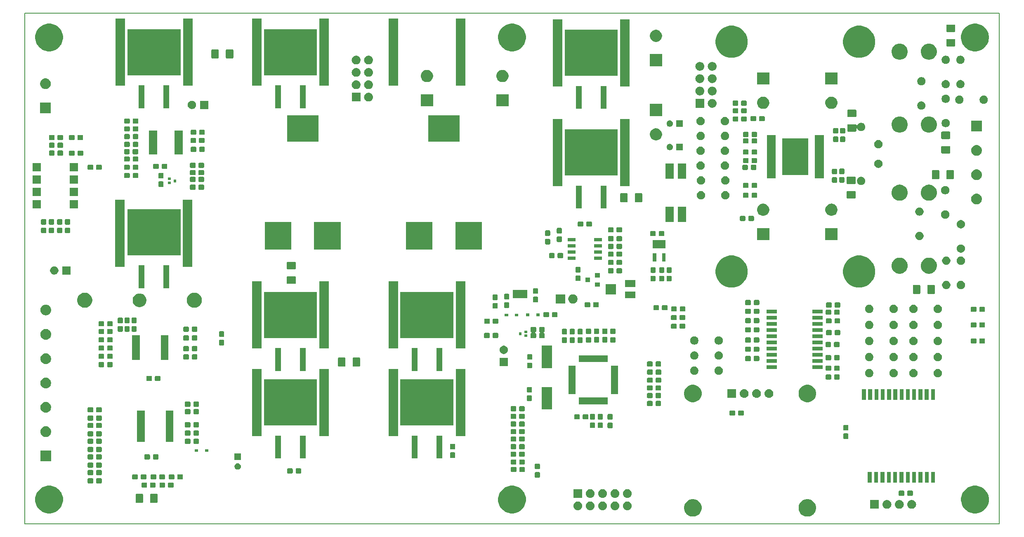
<source format=gbr>
%TF.GenerationSoftware,KiCad,Pcbnew,5.0.2-bee76a0~70~ubuntu18.04.1*%
%TF.CreationDate,2020-04-18T15:19:36+02:00*%
%TF.ProjectId,MukkeBox,4d756b6b-6542-46f7-982e-6b696361645f,rev?*%
%TF.SameCoordinates,Original*%
%TF.FileFunction,Soldermask,Top*%
%TF.FilePolarity,Negative*%
%FSLAX46Y46*%
G04 Gerber Fmt 4.6, Leading zero omitted, Abs format (unit mm)*
G04 Created by KiCad (PCBNEW 5.0.2-bee76a0~70~ubuntu18.04.1) date Sa 18 Apr 2020 15:19:36 CEST*
%MOMM*%
%LPD*%
G01*
G04 APERTURE LIST*
%ADD10C,0.150000*%
G04 APERTURE END LIST*
D10*
X45466000Y-37084000D02*
X45466000Y-142084000D01*
X45466000Y-142084000D02*
X245466000Y-142084000D01*
X245466000Y-37084000D02*
X245466000Y-142084000D01*
X45466000Y-37084000D02*
X245466000Y-37084000D01*
G36*
X206591331Y-137052211D02*
X206919092Y-137187974D01*
X207214073Y-137385074D01*
X207464926Y-137635927D01*
X207662026Y-137930908D01*
X207797789Y-138258669D01*
X207867000Y-138606616D01*
X207867000Y-138961384D01*
X207797789Y-139309331D01*
X207662026Y-139637092D01*
X207464926Y-139932073D01*
X207214073Y-140182926D01*
X206919092Y-140380026D01*
X206591331Y-140515789D01*
X206243384Y-140585000D01*
X205888616Y-140585000D01*
X205540669Y-140515789D01*
X205212908Y-140380026D01*
X204917927Y-140182926D01*
X204667074Y-139932073D01*
X204469974Y-139637092D01*
X204334211Y-139309331D01*
X204265000Y-138961384D01*
X204265000Y-138606616D01*
X204334211Y-138258669D01*
X204469974Y-137930908D01*
X204667074Y-137635927D01*
X204917927Y-137385074D01*
X205212908Y-137187974D01*
X205540669Y-137052211D01*
X205888616Y-136983000D01*
X206243384Y-136983000D01*
X206591331Y-137052211D01*
X206591331Y-137052211D01*
G37*
G36*
X183091331Y-137052211D02*
X183419092Y-137187974D01*
X183714073Y-137385074D01*
X183964926Y-137635927D01*
X184162026Y-137930908D01*
X184297789Y-138258669D01*
X184367000Y-138606616D01*
X184367000Y-138961384D01*
X184297789Y-139309331D01*
X184162026Y-139637092D01*
X183964926Y-139932073D01*
X183714073Y-140182926D01*
X183419092Y-140380026D01*
X183091331Y-140515789D01*
X182743384Y-140585000D01*
X182388616Y-140585000D01*
X182040669Y-140515789D01*
X181712908Y-140380026D01*
X181417927Y-140182926D01*
X181167074Y-139932073D01*
X180969974Y-139637092D01*
X180834211Y-139309331D01*
X180765000Y-138961384D01*
X180765000Y-138606616D01*
X180834211Y-138258669D01*
X180969974Y-137930908D01*
X181167074Y-137635927D01*
X181417927Y-137385074D01*
X181712908Y-137187974D01*
X182040669Y-137052211D01*
X182388616Y-136983000D01*
X182743384Y-136983000D01*
X183091331Y-137052211D01*
X183091331Y-137052211D01*
G37*
G36*
X146297606Y-134342562D02*
X146816455Y-134557476D01*
X147280259Y-134867380D01*
X147283410Y-134869486D01*
X147680514Y-135266590D01*
X147680516Y-135266593D01*
X147992524Y-135733545D01*
X148207438Y-136252394D01*
X148224265Y-136336989D01*
X148317000Y-136803200D01*
X148317000Y-137364800D01*
X148312967Y-137385074D01*
X148207438Y-137915606D01*
X147992524Y-138434455D01*
X147723700Y-138836778D01*
X147680514Y-138901410D01*
X147283410Y-139298514D01*
X147283407Y-139298516D01*
X146816455Y-139610524D01*
X146297606Y-139825438D01*
X146022202Y-139880219D01*
X145746800Y-139935000D01*
X145185200Y-139935000D01*
X144909798Y-139880219D01*
X144634394Y-139825438D01*
X144115545Y-139610524D01*
X143648593Y-139298516D01*
X143648590Y-139298514D01*
X143251486Y-138901410D01*
X143208300Y-138836778D01*
X142939476Y-138434455D01*
X142724562Y-137915606D01*
X142619033Y-137385074D01*
X142615000Y-137364800D01*
X142615000Y-136803200D01*
X142707735Y-136336989D01*
X142724562Y-136252394D01*
X142939476Y-135733545D01*
X143251484Y-135266593D01*
X143251486Y-135266590D01*
X143648590Y-134869486D01*
X143651741Y-134867380D01*
X144115545Y-134557476D01*
X144634394Y-134342562D01*
X145185200Y-134233000D01*
X145746800Y-134233000D01*
X146297606Y-134342562D01*
X146297606Y-134342562D01*
G37*
G36*
X241297606Y-134342562D02*
X241816455Y-134557476D01*
X242280259Y-134867380D01*
X242283410Y-134869486D01*
X242680514Y-135266590D01*
X242680516Y-135266593D01*
X242992524Y-135733545D01*
X243207438Y-136252394D01*
X243224265Y-136336989D01*
X243317000Y-136803200D01*
X243317000Y-137364800D01*
X243312967Y-137385074D01*
X243207438Y-137915606D01*
X242992524Y-138434455D01*
X242723700Y-138836778D01*
X242680514Y-138901410D01*
X242283410Y-139298514D01*
X242283407Y-139298516D01*
X241816455Y-139610524D01*
X241297606Y-139825438D01*
X241022202Y-139880219D01*
X240746800Y-139935000D01*
X240185200Y-139935000D01*
X239909798Y-139880219D01*
X239634394Y-139825438D01*
X239115545Y-139610524D01*
X238648593Y-139298516D01*
X238648590Y-139298514D01*
X238251486Y-138901410D01*
X238208300Y-138836778D01*
X237939476Y-138434455D01*
X237724562Y-137915606D01*
X237619033Y-137385074D01*
X237615000Y-137364800D01*
X237615000Y-136803200D01*
X237707735Y-136336989D01*
X237724562Y-136252394D01*
X237939476Y-135733545D01*
X238251484Y-135266593D01*
X238251486Y-135266590D01*
X238648590Y-134869486D01*
X238651741Y-134867380D01*
X239115545Y-134557476D01*
X239634394Y-134342562D01*
X240185200Y-134233000D01*
X240746800Y-134233000D01*
X241297606Y-134342562D01*
X241297606Y-134342562D01*
G37*
G36*
X51297606Y-134342562D02*
X51816455Y-134557476D01*
X52280259Y-134867380D01*
X52283410Y-134869486D01*
X52680514Y-135266590D01*
X52680516Y-135266593D01*
X52992524Y-135733545D01*
X53207438Y-136252394D01*
X53224265Y-136336989D01*
X53317000Y-136803200D01*
X53317000Y-137364800D01*
X53312967Y-137385074D01*
X53207438Y-137915606D01*
X52992524Y-138434455D01*
X52723700Y-138836778D01*
X52680514Y-138901410D01*
X52283410Y-139298514D01*
X52283407Y-139298516D01*
X51816455Y-139610524D01*
X51297606Y-139825438D01*
X51022202Y-139880219D01*
X50746800Y-139935000D01*
X50185200Y-139935000D01*
X49909798Y-139880219D01*
X49634394Y-139825438D01*
X49115545Y-139610524D01*
X48648593Y-139298516D01*
X48648590Y-139298514D01*
X48251486Y-138901410D01*
X48208300Y-138836778D01*
X47939476Y-138434455D01*
X47724562Y-137915606D01*
X47619033Y-137385074D01*
X47615000Y-137364800D01*
X47615000Y-136803200D01*
X47707735Y-136336989D01*
X47724562Y-136252394D01*
X47939476Y-135733545D01*
X48251484Y-135266593D01*
X48251486Y-135266590D01*
X48648590Y-134869486D01*
X48651741Y-134867380D01*
X49115545Y-134557476D01*
X49634394Y-134342562D01*
X50185200Y-134233000D01*
X50746800Y-134233000D01*
X51297606Y-134342562D01*
X51297606Y-134342562D01*
G37*
G36*
X169236442Y-137479518D02*
X169302627Y-137486037D01*
X169415853Y-137520384D01*
X169472467Y-137537557D01*
X169579230Y-137594624D01*
X169628991Y-137621222D01*
X169653016Y-137640939D01*
X169766186Y-137733814D01*
X169849448Y-137835271D01*
X169878778Y-137871009D01*
X169878779Y-137871011D01*
X169962443Y-138027533D01*
X169962443Y-138027534D01*
X170013963Y-138197373D01*
X170031359Y-138374000D01*
X170013963Y-138550627D01*
X169979616Y-138663853D01*
X169962443Y-138720467D01*
X169900272Y-138836779D01*
X169878778Y-138876991D01*
X169858740Y-138901407D01*
X169766186Y-139014186D01*
X169664729Y-139097448D01*
X169628991Y-139126778D01*
X169628989Y-139126779D01*
X169472467Y-139210443D01*
X169415853Y-139227616D01*
X169302627Y-139261963D01*
X169236442Y-139268482D01*
X169170260Y-139275000D01*
X169081740Y-139275000D01*
X169015558Y-139268482D01*
X168949373Y-139261963D01*
X168836147Y-139227616D01*
X168779533Y-139210443D01*
X168623011Y-139126779D01*
X168623009Y-139126778D01*
X168587271Y-139097448D01*
X168485814Y-139014186D01*
X168393260Y-138901407D01*
X168373222Y-138876991D01*
X168351728Y-138836779D01*
X168289557Y-138720467D01*
X168272384Y-138663853D01*
X168238037Y-138550627D01*
X168220641Y-138374000D01*
X168238037Y-138197373D01*
X168289557Y-138027534D01*
X168289557Y-138027533D01*
X168373221Y-137871011D01*
X168373222Y-137871009D01*
X168402552Y-137835271D01*
X168485814Y-137733814D01*
X168598984Y-137640939D01*
X168623009Y-137621222D01*
X168672770Y-137594624D01*
X168779533Y-137537557D01*
X168836147Y-137520384D01*
X168949373Y-137486037D01*
X169015558Y-137479518D01*
X169081740Y-137473000D01*
X169170260Y-137473000D01*
X169236442Y-137479518D01*
X169236442Y-137479518D01*
G37*
G36*
X159076442Y-137479518D02*
X159142627Y-137486037D01*
X159255853Y-137520384D01*
X159312467Y-137537557D01*
X159419230Y-137594624D01*
X159468991Y-137621222D01*
X159493016Y-137640939D01*
X159606186Y-137733814D01*
X159689448Y-137835271D01*
X159718778Y-137871009D01*
X159718779Y-137871011D01*
X159802443Y-138027533D01*
X159802443Y-138027534D01*
X159853963Y-138197373D01*
X159871359Y-138374000D01*
X159853963Y-138550627D01*
X159819616Y-138663853D01*
X159802443Y-138720467D01*
X159740272Y-138836779D01*
X159718778Y-138876991D01*
X159698740Y-138901407D01*
X159606186Y-139014186D01*
X159504729Y-139097448D01*
X159468991Y-139126778D01*
X159468989Y-139126779D01*
X159312467Y-139210443D01*
X159255853Y-139227616D01*
X159142627Y-139261963D01*
X159076442Y-139268482D01*
X159010260Y-139275000D01*
X158921740Y-139275000D01*
X158855558Y-139268482D01*
X158789373Y-139261963D01*
X158676147Y-139227616D01*
X158619533Y-139210443D01*
X158463011Y-139126779D01*
X158463009Y-139126778D01*
X158427271Y-139097448D01*
X158325814Y-139014186D01*
X158233260Y-138901407D01*
X158213222Y-138876991D01*
X158191728Y-138836779D01*
X158129557Y-138720467D01*
X158112384Y-138663853D01*
X158078037Y-138550627D01*
X158060641Y-138374000D01*
X158078037Y-138197373D01*
X158129557Y-138027534D01*
X158129557Y-138027533D01*
X158213221Y-137871011D01*
X158213222Y-137871009D01*
X158242552Y-137835271D01*
X158325814Y-137733814D01*
X158438984Y-137640939D01*
X158463009Y-137621222D01*
X158512770Y-137594624D01*
X158619533Y-137537557D01*
X158676147Y-137520384D01*
X158789373Y-137486037D01*
X158855558Y-137479518D01*
X158921740Y-137473000D01*
X159010260Y-137473000D01*
X159076442Y-137479518D01*
X159076442Y-137479518D01*
G37*
G36*
X161616442Y-137479518D02*
X161682627Y-137486037D01*
X161795853Y-137520384D01*
X161852467Y-137537557D01*
X161959230Y-137594624D01*
X162008991Y-137621222D01*
X162033016Y-137640939D01*
X162146186Y-137733814D01*
X162229448Y-137835271D01*
X162258778Y-137871009D01*
X162258779Y-137871011D01*
X162342443Y-138027533D01*
X162342443Y-138027534D01*
X162393963Y-138197373D01*
X162411359Y-138374000D01*
X162393963Y-138550627D01*
X162359616Y-138663853D01*
X162342443Y-138720467D01*
X162280272Y-138836779D01*
X162258778Y-138876991D01*
X162238740Y-138901407D01*
X162146186Y-139014186D01*
X162044729Y-139097448D01*
X162008991Y-139126778D01*
X162008989Y-139126779D01*
X161852467Y-139210443D01*
X161795853Y-139227616D01*
X161682627Y-139261963D01*
X161616442Y-139268482D01*
X161550260Y-139275000D01*
X161461740Y-139275000D01*
X161395558Y-139268482D01*
X161329373Y-139261963D01*
X161216147Y-139227616D01*
X161159533Y-139210443D01*
X161003011Y-139126779D01*
X161003009Y-139126778D01*
X160967271Y-139097448D01*
X160865814Y-139014186D01*
X160773260Y-138901407D01*
X160753222Y-138876991D01*
X160731728Y-138836779D01*
X160669557Y-138720467D01*
X160652384Y-138663853D01*
X160618037Y-138550627D01*
X160600641Y-138374000D01*
X160618037Y-138197373D01*
X160669557Y-138027534D01*
X160669557Y-138027533D01*
X160753221Y-137871011D01*
X160753222Y-137871009D01*
X160782552Y-137835271D01*
X160865814Y-137733814D01*
X160978984Y-137640939D01*
X161003009Y-137621222D01*
X161052770Y-137594624D01*
X161159533Y-137537557D01*
X161216147Y-137520384D01*
X161329373Y-137486037D01*
X161395558Y-137479518D01*
X161461740Y-137473000D01*
X161550260Y-137473000D01*
X161616442Y-137479518D01*
X161616442Y-137479518D01*
G37*
G36*
X166696442Y-137479518D02*
X166762627Y-137486037D01*
X166875853Y-137520384D01*
X166932467Y-137537557D01*
X167039230Y-137594624D01*
X167088991Y-137621222D01*
X167113016Y-137640939D01*
X167226186Y-137733814D01*
X167309448Y-137835271D01*
X167338778Y-137871009D01*
X167338779Y-137871011D01*
X167422443Y-138027533D01*
X167422443Y-138027534D01*
X167473963Y-138197373D01*
X167491359Y-138374000D01*
X167473963Y-138550627D01*
X167439616Y-138663853D01*
X167422443Y-138720467D01*
X167360272Y-138836779D01*
X167338778Y-138876991D01*
X167318740Y-138901407D01*
X167226186Y-139014186D01*
X167124729Y-139097448D01*
X167088991Y-139126778D01*
X167088989Y-139126779D01*
X166932467Y-139210443D01*
X166875853Y-139227616D01*
X166762627Y-139261963D01*
X166696442Y-139268482D01*
X166630260Y-139275000D01*
X166541740Y-139275000D01*
X166475558Y-139268482D01*
X166409373Y-139261963D01*
X166296147Y-139227616D01*
X166239533Y-139210443D01*
X166083011Y-139126779D01*
X166083009Y-139126778D01*
X166047271Y-139097448D01*
X165945814Y-139014186D01*
X165853260Y-138901407D01*
X165833222Y-138876991D01*
X165811728Y-138836779D01*
X165749557Y-138720467D01*
X165732384Y-138663853D01*
X165698037Y-138550627D01*
X165680641Y-138374000D01*
X165698037Y-138197373D01*
X165749557Y-138027534D01*
X165749557Y-138027533D01*
X165833221Y-137871011D01*
X165833222Y-137871009D01*
X165862552Y-137835271D01*
X165945814Y-137733814D01*
X166058984Y-137640939D01*
X166083009Y-137621222D01*
X166132770Y-137594624D01*
X166239533Y-137537557D01*
X166296147Y-137520384D01*
X166409373Y-137486037D01*
X166475558Y-137479518D01*
X166541740Y-137473000D01*
X166630260Y-137473000D01*
X166696442Y-137479518D01*
X166696442Y-137479518D01*
G37*
G36*
X164156442Y-137479518D02*
X164222627Y-137486037D01*
X164335853Y-137520384D01*
X164392467Y-137537557D01*
X164499230Y-137594624D01*
X164548991Y-137621222D01*
X164573016Y-137640939D01*
X164686186Y-137733814D01*
X164769448Y-137835271D01*
X164798778Y-137871009D01*
X164798779Y-137871011D01*
X164882443Y-138027533D01*
X164882443Y-138027534D01*
X164933963Y-138197373D01*
X164951359Y-138374000D01*
X164933963Y-138550627D01*
X164899616Y-138663853D01*
X164882443Y-138720467D01*
X164820272Y-138836779D01*
X164798778Y-138876991D01*
X164778740Y-138901407D01*
X164686186Y-139014186D01*
X164584729Y-139097448D01*
X164548991Y-139126778D01*
X164548989Y-139126779D01*
X164392467Y-139210443D01*
X164335853Y-139227616D01*
X164222627Y-139261963D01*
X164156442Y-139268482D01*
X164090260Y-139275000D01*
X164001740Y-139275000D01*
X163935558Y-139268482D01*
X163869373Y-139261963D01*
X163756147Y-139227616D01*
X163699533Y-139210443D01*
X163543011Y-139126779D01*
X163543009Y-139126778D01*
X163507271Y-139097448D01*
X163405814Y-139014186D01*
X163313260Y-138901407D01*
X163293222Y-138876991D01*
X163271728Y-138836779D01*
X163209557Y-138720467D01*
X163192384Y-138663853D01*
X163158037Y-138550627D01*
X163140641Y-138374000D01*
X163158037Y-138197373D01*
X163209557Y-138027534D01*
X163209557Y-138027533D01*
X163293221Y-137871011D01*
X163293222Y-137871009D01*
X163322552Y-137835271D01*
X163405814Y-137733814D01*
X163518984Y-137640939D01*
X163543009Y-137621222D01*
X163592770Y-137594624D01*
X163699533Y-137537557D01*
X163756147Y-137520384D01*
X163869373Y-137486037D01*
X163935558Y-137479518D01*
X164001740Y-137473000D01*
X164090260Y-137473000D01*
X164156442Y-137479518D01*
X164156442Y-137479518D01*
G37*
G36*
X222500761Y-137187974D02*
X222582627Y-137196037D01*
X222695853Y-137230384D01*
X222752467Y-137247557D01*
X222891087Y-137321652D01*
X222908991Y-137331222D01*
X222944729Y-137360552D01*
X223046186Y-137443814D01*
X223123118Y-137537557D01*
X223158778Y-137581009D01*
X223158779Y-137581011D01*
X223242443Y-137737533D01*
X223247990Y-137755819D01*
X223293963Y-137907373D01*
X223311359Y-138084000D01*
X223293963Y-138260627D01*
X223259616Y-138373853D01*
X223242443Y-138430467D01*
X223240311Y-138434455D01*
X223158778Y-138586991D01*
X223142672Y-138606616D01*
X223046186Y-138724186D01*
X222944729Y-138807448D01*
X222908991Y-138836778D01*
X222908989Y-138836779D01*
X222752467Y-138920443D01*
X222695853Y-138937616D01*
X222582627Y-138971963D01*
X222516443Y-138978481D01*
X222450260Y-138985000D01*
X222361740Y-138985000D01*
X222295557Y-138978481D01*
X222229373Y-138971963D01*
X222116147Y-138937616D01*
X222059533Y-138920443D01*
X221903011Y-138836779D01*
X221903009Y-138836778D01*
X221867271Y-138807448D01*
X221765814Y-138724186D01*
X221669328Y-138606616D01*
X221653222Y-138586991D01*
X221571689Y-138434455D01*
X221569557Y-138430467D01*
X221552384Y-138373853D01*
X221518037Y-138260627D01*
X221500641Y-138084000D01*
X221518037Y-137907373D01*
X221564010Y-137755819D01*
X221569557Y-137737533D01*
X221653221Y-137581011D01*
X221653222Y-137581009D01*
X221688882Y-137537557D01*
X221765814Y-137443814D01*
X221867271Y-137360552D01*
X221903009Y-137331222D01*
X221920913Y-137321652D01*
X222059533Y-137247557D01*
X222116147Y-137230384D01*
X222229373Y-137196037D01*
X222311239Y-137187974D01*
X222361740Y-137183000D01*
X222450260Y-137183000D01*
X222500761Y-137187974D01*
X222500761Y-137187974D01*
G37*
G36*
X225040761Y-137187974D02*
X225122627Y-137196037D01*
X225235853Y-137230384D01*
X225292467Y-137247557D01*
X225431087Y-137321652D01*
X225448991Y-137331222D01*
X225484729Y-137360552D01*
X225586186Y-137443814D01*
X225663118Y-137537557D01*
X225698778Y-137581009D01*
X225698779Y-137581011D01*
X225782443Y-137737533D01*
X225787990Y-137755819D01*
X225833963Y-137907373D01*
X225851359Y-138084000D01*
X225833963Y-138260627D01*
X225799616Y-138373853D01*
X225782443Y-138430467D01*
X225780311Y-138434455D01*
X225698778Y-138586991D01*
X225682672Y-138606616D01*
X225586186Y-138724186D01*
X225484729Y-138807448D01*
X225448991Y-138836778D01*
X225448989Y-138836779D01*
X225292467Y-138920443D01*
X225235853Y-138937616D01*
X225122627Y-138971963D01*
X225056443Y-138978481D01*
X224990260Y-138985000D01*
X224901740Y-138985000D01*
X224835557Y-138978481D01*
X224769373Y-138971963D01*
X224656147Y-138937616D01*
X224599533Y-138920443D01*
X224443011Y-138836779D01*
X224443009Y-138836778D01*
X224407271Y-138807448D01*
X224305814Y-138724186D01*
X224209328Y-138606616D01*
X224193222Y-138586991D01*
X224111689Y-138434455D01*
X224109557Y-138430467D01*
X224092384Y-138373853D01*
X224058037Y-138260627D01*
X224040641Y-138084000D01*
X224058037Y-137907373D01*
X224104010Y-137755819D01*
X224109557Y-137737533D01*
X224193221Y-137581011D01*
X224193222Y-137581009D01*
X224228882Y-137537557D01*
X224305814Y-137443814D01*
X224407271Y-137360552D01*
X224443009Y-137331222D01*
X224460913Y-137321652D01*
X224599533Y-137247557D01*
X224656147Y-137230384D01*
X224769373Y-137196037D01*
X224851239Y-137187974D01*
X224901740Y-137183000D01*
X224990260Y-137183000D01*
X225040761Y-137187974D01*
X225040761Y-137187974D01*
G37*
G36*
X220767000Y-138985000D02*
X218965000Y-138985000D01*
X218965000Y-137183000D01*
X220767000Y-137183000D01*
X220767000Y-138985000D01*
X220767000Y-138985000D01*
G37*
G36*
X227580761Y-137187974D02*
X227662627Y-137196037D01*
X227775853Y-137230384D01*
X227832467Y-137247557D01*
X227971087Y-137321652D01*
X227988991Y-137331222D01*
X228024729Y-137360552D01*
X228126186Y-137443814D01*
X228203118Y-137537557D01*
X228238778Y-137581009D01*
X228238779Y-137581011D01*
X228322443Y-137737533D01*
X228327990Y-137755819D01*
X228373963Y-137907373D01*
X228391359Y-138084000D01*
X228373963Y-138260627D01*
X228339616Y-138373853D01*
X228322443Y-138430467D01*
X228320311Y-138434455D01*
X228238778Y-138586991D01*
X228222672Y-138606616D01*
X228126186Y-138724186D01*
X228024729Y-138807448D01*
X227988991Y-138836778D01*
X227988989Y-138836779D01*
X227832467Y-138920443D01*
X227775853Y-138937616D01*
X227662627Y-138971963D01*
X227596443Y-138978481D01*
X227530260Y-138985000D01*
X227441740Y-138985000D01*
X227375557Y-138978481D01*
X227309373Y-138971963D01*
X227196147Y-138937616D01*
X227139533Y-138920443D01*
X226983011Y-138836779D01*
X226983009Y-138836778D01*
X226947271Y-138807448D01*
X226845814Y-138724186D01*
X226749328Y-138606616D01*
X226733222Y-138586991D01*
X226651689Y-138434455D01*
X226649557Y-138430467D01*
X226632384Y-138373853D01*
X226598037Y-138260627D01*
X226580641Y-138084000D01*
X226598037Y-137907373D01*
X226644010Y-137755819D01*
X226649557Y-137737533D01*
X226733221Y-137581011D01*
X226733222Y-137581009D01*
X226768882Y-137537557D01*
X226845814Y-137443814D01*
X226947271Y-137360552D01*
X226983009Y-137331222D01*
X227000913Y-137321652D01*
X227139533Y-137247557D01*
X227196147Y-137230384D01*
X227309373Y-137196037D01*
X227391239Y-137187974D01*
X227441740Y-137183000D01*
X227530260Y-137183000D01*
X227580761Y-137187974D01*
X227580761Y-137187974D01*
G37*
G36*
X72554062Y-135912181D02*
X72588977Y-135922773D01*
X72621165Y-135939978D01*
X72649373Y-135963127D01*
X72672522Y-135991335D01*
X72689727Y-136023523D01*
X72700319Y-136058438D01*
X72704500Y-136100895D01*
X72704500Y-137567105D01*
X72700319Y-137609562D01*
X72689727Y-137644477D01*
X72672522Y-137676665D01*
X72649373Y-137704873D01*
X72621165Y-137728022D01*
X72588977Y-137745227D01*
X72554062Y-137755819D01*
X72511605Y-137760000D01*
X71370395Y-137760000D01*
X71327938Y-137755819D01*
X71293023Y-137745227D01*
X71260835Y-137728022D01*
X71232627Y-137704873D01*
X71209478Y-137676665D01*
X71192273Y-137644477D01*
X71181681Y-137609562D01*
X71177500Y-137567105D01*
X71177500Y-136100895D01*
X71181681Y-136058438D01*
X71192273Y-136023523D01*
X71209478Y-135991335D01*
X71232627Y-135963127D01*
X71260835Y-135939978D01*
X71293023Y-135922773D01*
X71327938Y-135912181D01*
X71370395Y-135908000D01*
X72511605Y-135908000D01*
X72554062Y-135912181D01*
X72554062Y-135912181D01*
G37*
G36*
X69579062Y-135912181D02*
X69613977Y-135922773D01*
X69646165Y-135939978D01*
X69674373Y-135963127D01*
X69697522Y-135991335D01*
X69714727Y-136023523D01*
X69725319Y-136058438D01*
X69729500Y-136100895D01*
X69729500Y-137567105D01*
X69725319Y-137609562D01*
X69714727Y-137644477D01*
X69697522Y-137676665D01*
X69674373Y-137704873D01*
X69646165Y-137728022D01*
X69613977Y-137745227D01*
X69579062Y-137755819D01*
X69536605Y-137760000D01*
X68395395Y-137760000D01*
X68352938Y-137755819D01*
X68318023Y-137745227D01*
X68285835Y-137728022D01*
X68257627Y-137704873D01*
X68234478Y-137676665D01*
X68217273Y-137644477D01*
X68206681Y-137609562D01*
X68202500Y-137567105D01*
X68202500Y-136100895D01*
X68206681Y-136058438D01*
X68217273Y-136023523D01*
X68234478Y-135991335D01*
X68257627Y-135963127D01*
X68285835Y-135939978D01*
X68318023Y-135922773D01*
X68352938Y-135912181D01*
X68395395Y-135908000D01*
X69536605Y-135908000D01*
X69579062Y-135912181D01*
X69579062Y-135912181D01*
G37*
G36*
X166696443Y-134939519D02*
X166762627Y-134946037D01*
X166875853Y-134980384D01*
X166932467Y-134997557D01*
X167071087Y-135071652D01*
X167088991Y-135081222D01*
X167124729Y-135110552D01*
X167226186Y-135193814D01*
X167285913Y-135266593D01*
X167338778Y-135331009D01*
X167338779Y-135331011D01*
X167422443Y-135487533D01*
X167422443Y-135487534D01*
X167473963Y-135657373D01*
X167491359Y-135834000D01*
X167473963Y-136010627D01*
X167445832Y-136103362D01*
X167422443Y-136180467D01*
X167371536Y-136275706D01*
X167338778Y-136336991D01*
X167309448Y-136372729D01*
X167226186Y-136474186D01*
X167124729Y-136557448D01*
X167088991Y-136586778D01*
X167088989Y-136586779D01*
X166932467Y-136670443D01*
X166875853Y-136687616D01*
X166762627Y-136721963D01*
X166696443Y-136728481D01*
X166630260Y-136735000D01*
X166541740Y-136735000D01*
X166475557Y-136728481D01*
X166409373Y-136721963D01*
X166296147Y-136687616D01*
X166239533Y-136670443D01*
X166083011Y-136586779D01*
X166083009Y-136586778D01*
X166047271Y-136557448D01*
X165945814Y-136474186D01*
X165862552Y-136372729D01*
X165833222Y-136336991D01*
X165800464Y-136275706D01*
X165749557Y-136180467D01*
X165726168Y-136103362D01*
X165698037Y-136010627D01*
X165680641Y-135834000D01*
X165698037Y-135657373D01*
X165749557Y-135487534D01*
X165749557Y-135487533D01*
X165833221Y-135331011D01*
X165833222Y-135331009D01*
X165886087Y-135266593D01*
X165945814Y-135193814D01*
X166047271Y-135110552D01*
X166083009Y-135081222D01*
X166100913Y-135071652D01*
X166239533Y-134997557D01*
X166296147Y-134980384D01*
X166409373Y-134946037D01*
X166475557Y-134939519D01*
X166541740Y-134933000D01*
X166630260Y-134933000D01*
X166696443Y-134939519D01*
X166696443Y-134939519D01*
G37*
G36*
X169236443Y-134939519D02*
X169302627Y-134946037D01*
X169415853Y-134980384D01*
X169472467Y-134997557D01*
X169611087Y-135071652D01*
X169628991Y-135081222D01*
X169664729Y-135110552D01*
X169766186Y-135193814D01*
X169825913Y-135266593D01*
X169878778Y-135331009D01*
X169878779Y-135331011D01*
X169962443Y-135487533D01*
X169962443Y-135487534D01*
X170013963Y-135657373D01*
X170031359Y-135834000D01*
X170013963Y-136010627D01*
X169985832Y-136103362D01*
X169962443Y-136180467D01*
X169911536Y-136275706D01*
X169878778Y-136336991D01*
X169849448Y-136372729D01*
X169766186Y-136474186D01*
X169664729Y-136557448D01*
X169628991Y-136586778D01*
X169628989Y-136586779D01*
X169472467Y-136670443D01*
X169415853Y-136687616D01*
X169302627Y-136721963D01*
X169236443Y-136728481D01*
X169170260Y-136735000D01*
X169081740Y-136735000D01*
X169015557Y-136728481D01*
X168949373Y-136721963D01*
X168836147Y-136687616D01*
X168779533Y-136670443D01*
X168623011Y-136586779D01*
X168623009Y-136586778D01*
X168587271Y-136557448D01*
X168485814Y-136474186D01*
X168402552Y-136372729D01*
X168373222Y-136336991D01*
X168340464Y-136275706D01*
X168289557Y-136180467D01*
X168266168Y-136103362D01*
X168238037Y-136010627D01*
X168220641Y-135834000D01*
X168238037Y-135657373D01*
X168289557Y-135487534D01*
X168289557Y-135487533D01*
X168373221Y-135331011D01*
X168373222Y-135331009D01*
X168426087Y-135266593D01*
X168485814Y-135193814D01*
X168587271Y-135110552D01*
X168623009Y-135081222D01*
X168640913Y-135071652D01*
X168779533Y-134997557D01*
X168836147Y-134980384D01*
X168949373Y-134946037D01*
X169015557Y-134939519D01*
X169081740Y-134933000D01*
X169170260Y-134933000D01*
X169236443Y-134939519D01*
X169236443Y-134939519D01*
G37*
G36*
X164156443Y-134939519D02*
X164222627Y-134946037D01*
X164335853Y-134980384D01*
X164392467Y-134997557D01*
X164531087Y-135071652D01*
X164548991Y-135081222D01*
X164584729Y-135110552D01*
X164686186Y-135193814D01*
X164745913Y-135266593D01*
X164798778Y-135331009D01*
X164798779Y-135331011D01*
X164882443Y-135487533D01*
X164882443Y-135487534D01*
X164933963Y-135657373D01*
X164951359Y-135834000D01*
X164933963Y-136010627D01*
X164905832Y-136103362D01*
X164882443Y-136180467D01*
X164831536Y-136275706D01*
X164798778Y-136336991D01*
X164769448Y-136372729D01*
X164686186Y-136474186D01*
X164584729Y-136557448D01*
X164548991Y-136586778D01*
X164548989Y-136586779D01*
X164392467Y-136670443D01*
X164335853Y-136687616D01*
X164222627Y-136721963D01*
X164156443Y-136728481D01*
X164090260Y-136735000D01*
X164001740Y-136735000D01*
X163935557Y-136728481D01*
X163869373Y-136721963D01*
X163756147Y-136687616D01*
X163699533Y-136670443D01*
X163543011Y-136586779D01*
X163543009Y-136586778D01*
X163507271Y-136557448D01*
X163405814Y-136474186D01*
X163322552Y-136372729D01*
X163293222Y-136336991D01*
X163260464Y-136275706D01*
X163209557Y-136180467D01*
X163186168Y-136103362D01*
X163158037Y-136010627D01*
X163140641Y-135834000D01*
X163158037Y-135657373D01*
X163209557Y-135487534D01*
X163209557Y-135487533D01*
X163293221Y-135331011D01*
X163293222Y-135331009D01*
X163346087Y-135266593D01*
X163405814Y-135193814D01*
X163507271Y-135110552D01*
X163543009Y-135081222D01*
X163560913Y-135071652D01*
X163699533Y-134997557D01*
X163756147Y-134980384D01*
X163869373Y-134946037D01*
X163935557Y-134939519D01*
X164001740Y-134933000D01*
X164090260Y-134933000D01*
X164156443Y-134939519D01*
X164156443Y-134939519D01*
G37*
G36*
X161616443Y-134939519D02*
X161682627Y-134946037D01*
X161795853Y-134980384D01*
X161852467Y-134997557D01*
X161991087Y-135071652D01*
X162008991Y-135081222D01*
X162044729Y-135110552D01*
X162146186Y-135193814D01*
X162205913Y-135266593D01*
X162258778Y-135331009D01*
X162258779Y-135331011D01*
X162342443Y-135487533D01*
X162342443Y-135487534D01*
X162393963Y-135657373D01*
X162411359Y-135834000D01*
X162393963Y-136010627D01*
X162365832Y-136103362D01*
X162342443Y-136180467D01*
X162291536Y-136275706D01*
X162258778Y-136336991D01*
X162229448Y-136372729D01*
X162146186Y-136474186D01*
X162044729Y-136557448D01*
X162008991Y-136586778D01*
X162008989Y-136586779D01*
X161852467Y-136670443D01*
X161795853Y-136687616D01*
X161682627Y-136721963D01*
X161616443Y-136728481D01*
X161550260Y-136735000D01*
X161461740Y-136735000D01*
X161395557Y-136728481D01*
X161329373Y-136721963D01*
X161216147Y-136687616D01*
X161159533Y-136670443D01*
X161003011Y-136586779D01*
X161003009Y-136586778D01*
X160967271Y-136557448D01*
X160865814Y-136474186D01*
X160782552Y-136372729D01*
X160753222Y-136336991D01*
X160720464Y-136275706D01*
X160669557Y-136180467D01*
X160646168Y-136103362D01*
X160618037Y-136010627D01*
X160600641Y-135834000D01*
X160618037Y-135657373D01*
X160669557Y-135487534D01*
X160669557Y-135487533D01*
X160753221Y-135331011D01*
X160753222Y-135331009D01*
X160806087Y-135266593D01*
X160865814Y-135193814D01*
X160967271Y-135110552D01*
X161003009Y-135081222D01*
X161020913Y-135071652D01*
X161159533Y-134997557D01*
X161216147Y-134980384D01*
X161329373Y-134946037D01*
X161395557Y-134939519D01*
X161461740Y-134933000D01*
X161550260Y-134933000D01*
X161616443Y-134939519D01*
X161616443Y-134939519D01*
G37*
G36*
X159867000Y-136735000D02*
X158065000Y-136735000D01*
X158065000Y-134933000D01*
X159867000Y-134933000D01*
X159867000Y-136735000D01*
X159867000Y-136735000D01*
G37*
G36*
X225805499Y-135262445D02*
X225842993Y-135273819D01*
X225877557Y-135292294D01*
X225907847Y-135317153D01*
X225932706Y-135347443D01*
X225951181Y-135382007D01*
X225962555Y-135419501D01*
X225967000Y-135464638D01*
X225967000Y-136103362D01*
X225962555Y-136148499D01*
X225951181Y-136185993D01*
X225932706Y-136220557D01*
X225907847Y-136250847D01*
X225877557Y-136275706D01*
X225842993Y-136294181D01*
X225805499Y-136305555D01*
X225760362Y-136310000D01*
X225021638Y-136310000D01*
X224976501Y-136305555D01*
X224939007Y-136294181D01*
X224904443Y-136275706D01*
X224874153Y-136250847D01*
X224849294Y-136220557D01*
X224830819Y-136185993D01*
X224819445Y-136148499D01*
X224815000Y-136103362D01*
X224815000Y-135464638D01*
X224819445Y-135419501D01*
X224830819Y-135382007D01*
X224849294Y-135347443D01*
X224874153Y-135317153D01*
X224904443Y-135292294D01*
X224939007Y-135273819D01*
X224976501Y-135262445D01*
X225021638Y-135258000D01*
X225760362Y-135258000D01*
X225805499Y-135262445D01*
X225805499Y-135262445D01*
G37*
G36*
X227555499Y-135262445D02*
X227592993Y-135273819D01*
X227627557Y-135292294D01*
X227657847Y-135317153D01*
X227682706Y-135347443D01*
X227701181Y-135382007D01*
X227712555Y-135419501D01*
X227717000Y-135464638D01*
X227717000Y-136103362D01*
X227712555Y-136148499D01*
X227701181Y-136185993D01*
X227682706Y-136220557D01*
X227657847Y-136250847D01*
X227627557Y-136275706D01*
X227592993Y-136294181D01*
X227555499Y-136305555D01*
X227510362Y-136310000D01*
X226771638Y-136310000D01*
X226726501Y-136305555D01*
X226689007Y-136294181D01*
X226654443Y-136275706D01*
X226624153Y-136250847D01*
X226599294Y-136220557D01*
X226580819Y-136185993D01*
X226569445Y-136148499D01*
X226565000Y-136103362D01*
X226565000Y-135464638D01*
X226569445Y-135419501D01*
X226580819Y-135382007D01*
X226599294Y-135347443D01*
X226624153Y-135317153D01*
X226654443Y-135292294D01*
X226689007Y-135273819D01*
X226726501Y-135262445D01*
X226771638Y-135258000D01*
X227510362Y-135258000D01*
X227555499Y-135262445D01*
X227555499Y-135262445D01*
G37*
G36*
X70405499Y-133594445D02*
X70442993Y-133605819D01*
X70477557Y-133624294D01*
X70507847Y-133649153D01*
X70532706Y-133679443D01*
X70551181Y-133714007D01*
X70562555Y-133751501D01*
X70567000Y-133796638D01*
X70567000Y-134435362D01*
X70562555Y-134480499D01*
X70551181Y-134517993D01*
X70532706Y-134552557D01*
X70507847Y-134582847D01*
X70477557Y-134607706D01*
X70442993Y-134626181D01*
X70405499Y-134637555D01*
X70360362Y-134642000D01*
X69621638Y-134642000D01*
X69576501Y-134637555D01*
X69539007Y-134626181D01*
X69504443Y-134607706D01*
X69474153Y-134582847D01*
X69449294Y-134552557D01*
X69430819Y-134517993D01*
X69419445Y-134480499D01*
X69415000Y-134435362D01*
X69415000Y-133796638D01*
X69419445Y-133751501D01*
X69430819Y-133714007D01*
X69449294Y-133679443D01*
X69474153Y-133649153D01*
X69504443Y-133624294D01*
X69539007Y-133605819D01*
X69576501Y-133594445D01*
X69621638Y-133590000D01*
X70360362Y-133590000D01*
X70405499Y-133594445D01*
X70405499Y-133594445D01*
G37*
G36*
X75855499Y-133594445D02*
X75892993Y-133605819D01*
X75927557Y-133624294D01*
X75957847Y-133649153D01*
X75982706Y-133679443D01*
X76001181Y-133714007D01*
X76012555Y-133751501D01*
X76017000Y-133796638D01*
X76017000Y-134435362D01*
X76012555Y-134480499D01*
X76001181Y-134517993D01*
X75982706Y-134552557D01*
X75957847Y-134582847D01*
X75927557Y-134607706D01*
X75892993Y-134626181D01*
X75855499Y-134637555D01*
X75810362Y-134642000D01*
X75071638Y-134642000D01*
X75026501Y-134637555D01*
X74989007Y-134626181D01*
X74954443Y-134607706D01*
X74924153Y-134582847D01*
X74899294Y-134552557D01*
X74880819Y-134517993D01*
X74869445Y-134480499D01*
X74865000Y-134435362D01*
X74865000Y-133796638D01*
X74869445Y-133751501D01*
X74880819Y-133714007D01*
X74899294Y-133679443D01*
X74924153Y-133649153D01*
X74954443Y-133624294D01*
X74989007Y-133605819D01*
X75026501Y-133594445D01*
X75071638Y-133590000D01*
X75810362Y-133590000D01*
X75855499Y-133594445D01*
X75855499Y-133594445D01*
G37*
G36*
X74105499Y-133594445D02*
X74142993Y-133605819D01*
X74177557Y-133624294D01*
X74207847Y-133649153D01*
X74232706Y-133679443D01*
X74251181Y-133714007D01*
X74262555Y-133751501D01*
X74267000Y-133796638D01*
X74267000Y-134435362D01*
X74262555Y-134480499D01*
X74251181Y-134517993D01*
X74232706Y-134552557D01*
X74207847Y-134582847D01*
X74177557Y-134607706D01*
X74142993Y-134626181D01*
X74105499Y-134637555D01*
X74060362Y-134642000D01*
X73321638Y-134642000D01*
X73276501Y-134637555D01*
X73239007Y-134626181D01*
X73204443Y-134607706D01*
X73174153Y-134582847D01*
X73149294Y-134552557D01*
X73130819Y-134517993D01*
X73119445Y-134480499D01*
X73115000Y-134435362D01*
X73115000Y-133796638D01*
X73119445Y-133751501D01*
X73130819Y-133714007D01*
X73149294Y-133679443D01*
X73174153Y-133649153D01*
X73204443Y-133624294D01*
X73239007Y-133605819D01*
X73276501Y-133594445D01*
X73321638Y-133590000D01*
X74060362Y-133590000D01*
X74105499Y-133594445D01*
X74105499Y-133594445D01*
G37*
G36*
X72155499Y-133594445D02*
X72192993Y-133605819D01*
X72227557Y-133624294D01*
X72257847Y-133649153D01*
X72282706Y-133679443D01*
X72301181Y-133714007D01*
X72312555Y-133751501D01*
X72317000Y-133796638D01*
X72317000Y-134435362D01*
X72312555Y-134480499D01*
X72301181Y-134517993D01*
X72282706Y-134552557D01*
X72257847Y-134582847D01*
X72227557Y-134607706D01*
X72192993Y-134626181D01*
X72155499Y-134637555D01*
X72110362Y-134642000D01*
X71371638Y-134642000D01*
X71326501Y-134637555D01*
X71289007Y-134626181D01*
X71254443Y-134607706D01*
X71224153Y-134582847D01*
X71199294Y-134552557D01*
X71180819Y-134517993D01*
X71169445Y-134480499D01*
X71165000Y-134435362D01*
X71165000Y-133796638D01*
X71169445Y-133751501D01*
X71180819Y-133714007D01*
X71199294Y-133679443D01*
X71224153Y-133649153D01*
X71254443Y-133624294D01*
X71289007Y-133605819D01*
X71326501Y-133594445D01*
X71371638Y-133590000D01*
X72110362Y-133590000D01*
X72155499Y-133594445D01*
X72155499Y-133594445D01*
G37*
G36*
X59355499Y-132719445D02*
X59392993Y-132730819D01*
X59427557Y-132749294D01*
X59457847Y-132774153D01*
X59482706Y-132804443D01*
X59501181Y-132839007D01*
X59512555Y-132876501D01*
X59517000Y-132921638D01*
X59517000Y-133560362D01*
X59512555Y-133605499D01*
X59501181Y-133642993D01*
X59482706Y-133677557D01*
X59457847Y-133707847D01*
X59427557Y-133732706D01*
X59392993Y-133751181D01*
X59355499Y-133762555D01*
X59310362Y-133767000D01*
X58571638Y-133767000D01*
X58526501Y-133762555D01*
X58489007Y-133751181D01*
X58454443Y-133732706D01*
X58424153Y-133707847D01*
X58399294Y-133677557D01*
X58380819Y-133642993D01*
X58369445Y-133605499D01*
X58365000Y-133560362D01*
X58365000Y-132921638D01*
X58369445Y-132876501D01*
X58380819Y-132839007D01*
X58399294Y-132804443D01*
X58424153Y-132774153D01*
X58454443Y-132749294D01*
X58489007Y-132730819D01*
X58526501Y-132719445D01*
X58571638Y-132715000D01*
X59310362Y-132715000D01*
X59355499Y-132719445D01*
X59355499Y-132719445D01*
G37*
G36*
X61105499Y-132719445D02*
X61142993Y-132730819D01*
X61177557Y-132749294D01*
X61207847Y-132774153D01*
X61232706Y-132804443D01*
X61251181Y-132839007D01*
X61262555Y-132876501D01*
X61267000Y-132921638D01*
X61267000Y-133560362D01*
X61262555Y-133605499D01*
X61251181Y-133642993D01*
X61232706Y-133677557D01*
X61207847Y-133707847D01*
X61177557Y-133732706D01*
X61142993Y-133751181D01*
X61105499Y-133762555D01*
X61060362Y-133767000D01*
X60321638Y-133767000D01*
X60276501Y-133762555D01*
X60239007Y-133751181D01*
X60204443Y-133732706D01*
X60174153Y-133707847D01*
X60149294Y-133677557D01*
X60130819Y-133642993D01*
X60119445Y-133605499D01*
X60115000Y-133560362D01*
X60115000Y-132921638D01*
X60119445Y-132876501D01*
X60130819Y-132839007D01*
X60149294Y-132804443D01*
X60174153Y-132774153D01*
X60204443Y-132749294D01*
X60239007Y-132730819D01*
X60276501Y-132719445D01*
X60321638Y-132715000D01*
X61060362Y-132715000D01*
X61105499Y-132719445D01*
X61105499Y-132719445D01*
G37*
G36*
X221879800Y-133635800D02*
X221077800Y-133635800D01*
X221077800Y-131433800D01*
X221879800Y-131433800D01*
X221879800Y-133635800D01*
X221879800Y-133635800D01*
G37*
G36*
X230979800Y-133635800D02*
X230177800Y-133635800D01*
X230177800Y-131433800D01*
X230979800Y-131433800D01*
X230979800Y-133635800D01*
X230979800Y-133635800D01*
G37*
G36*
X229679800Y-133635800D02*
X228877800Y-133635800D01*
X228877800Y-131433800D01*
X229679800Y-131433800D01*
X229679800Y-133635800D01*
X229679800Y-133635800D01*
G37*
G36*
X228379800Y-133635800D02*
X227577800Y-133635800D01*
X227577800Y-131433800D01*
X228379800Y-131433800D01*
X228379800Y-133635800D01*
X228379800Y-133635800D01*
G37*
G36*
X232279800Y-133635800D02*
X231477800Y-133635800D01*
X231477800Y-131433800D01*
X232279800Y-131433800D01*
X232279800Y-133635800D01*
X232279800Y-133635800D01*
G37*
G36*
X224479800Y-133635800D02*
X223677800Y-133635800D01*
X223677800Y-131433800D01*
X224479800Y-131433800D01*
X224479800Y-133635800D01*
X224479800Y-133635800D01*
G37*
G36*
X225779800Y-133635800D02*
X224977800Y-133635800D01*
X224977800Y-131433800D01*
X225779800Y-131433800D01*
X225779800Y-133635800D01*
X225779800Y-133635800D01*
G37*
G36*
X227079800Y-133635800D02*
X226277800Y-133635800D01*
X226277800Y-131433800D01*
X227079800Y-131433800D01*
X227079800Y-133635800D01*
X227079800Y-133635800D01*
G37*
G36*
X219279800Y-133635800D02*
X218477800Y-133635800D01*
X218477800Y-131433800D01*
X219279800Y-131433800D01*
X219279800Y-133635800D01*
X219279800Y-133635800D01*
G37*
G36*
X220579800Y-133635800D02*
X219777800Y-133635800D01*
X219777800Y-131433800D01*
X220579800Y-131433800D01*
X220579800Y-133635800D01*
X220579800Y-133635800D01*
G37*
G36*
X223179800Y-133635800D02*
X222377800Y-133635800D01*
X222377800Y-131433800D01*
X223179800Y-131433800D01*
X223179800Y-133635800D01*
X223179800Y-133635800D01*
G37*
G36*
X77755499Y-131894445D02*
X77792993Y-131905819D01*
X77827557Y-131924294D01*
X77857847Y-131949153D01*
X77882706Y-131979443D01*
X77901181Y-132014007D01*
X77912555Y-132051501D01*
X77917000Y-132096638D01*
X77917000Y-132735362D01*
X77912555Y-132780499D01*
X77901181Y-132817993D01*
X77882706Y-132852557D01*
X77857847Y-132882847D01*
X77827557Y-132907706D01*
X77792993Y-132926181D01*
X77755499Y-132937555D01*
X77710362Y-132942000D01*
X76971638Y-132942000D01*
X76926501Y-132937555D01*
X76889007Y-132926181D01*
X76854443Y-132907706D01*
X76824153Y-132882847D01*
X76799294Y-132852557D01*
X76780819Y-132817993D01*
X76769445Y-132780499D01*
X76765000Y-132735362D01*
X76765000Y-132096638D01*
X76769445Y-132051501D01*
X76780819Y-132014007D01*
X76799294Y-131979443D01*
X76824153Y-131949153D01*
X76854443Y-131924294D01*
X76889007Y-131905819D01*
X76926501Y-131894445D01*
X76971638Y-131890000D01*
X77710362Y-131890000D01*
X77755499Y-131894445D01*
X77755499Y-131894445D01*
G37*
G36*
X70255499Y-131894445D02*
X70292993Y-131905819D01*
X70327557Y-131924294D01*
X70357847Y-131949153D01*
X70382706Y-131979443D01*
X70401181Y-132014007D01*
X70412555Y-132051501D01*
X70417000Y-132096638D01*
X70417000Y-132735362D01*
X70412555Y-132780499D01*
X70401181Y-132817993D01*
X70382706Y-132852557D01*
X70357847Y-132882847D01*
X70327557Y-132907706D01*
X70292993Y-132926181D01*
X70255499Y-132937555D01*
X70210362Y-132942000D01*
X69471638Y-132942000D01*
X69426501Y-132937555D01*
X69389007Y-132926181D01*
X69354443Y-132907706D01*
X69324153Y-132882847D01*
X69299294Y-132852557D01*
X69280819Y-132817993D01*
X69269445Y-132780499D01*
X69265000Y-132735362D01*
X69265000Y-132096638D01*
X69269445Y-132051501D01*
X69280819Y-132014007D01*
X69299294Y-131979443D01*
X69324153Y-131949153D01*
X69354443Y-131924294D01*
X69389007Y-131905819D01*
X69426501Y-131894445D01*
X69471638Y-131890000D01*
X70210362Y-131890000D01*
X70255499Y-131894445D01*
X70255499Y-131894445D01*
G37*
G36*
X68505499Y-131894445D02*
X68542993Y-131905819D01*
X68577557Y-131924294D01*
X68607847Y-131949153D01*
X68632706Y-131979443D01*
X68651181Y-132014007D01*
X68662555Y-132051501D01*
X68667000Y-132096638D01*
X68667000Y-132735362D01*
X68662555Y-132780499D01*
X68651181Y-132817993D01*
X68632706Y-132852557D01*
X68607847Y-132882847D01*
X68577557Y-132907706D01*
X68542993Y-132926181D01*
X68505499Y-132937555D01*
X68460362Y-132942000D01*
X67721638Y-132942000D01*
X67676501Y-132937555D01*
X67639007Y-132926181D01*
X67604443Y-132907706D01*
X67574153Y-132882847D01*
X67549294Y-132852557D01*
X67530819Y-132817993D01*
X67519445Y-132780499D01*
X67515000Y-132735362D01*
X67515000Y-132096638D01*
X67519445Y-132051501D01*
X67530819Y-132014007D01*
X67549294Y-131979443D01*
X67574153Y-131949153D01*
X67604443Y-131924294D01*
X67639007Y-131905819D01*
X67676501Y-131894445D01*
X67721638Y-131890000D01*
X68460362Y-131890000D01*
X68505499Y-131894445D01*
X68505499Y-131894445D01*
G37*
G36*
X72305499Y-131894445D02*
X72342993Y-131905819D01*
X72377557Y-131924294D01*
X72407847Y-131949153D01*
X72432706Y-131979443D01*
X72451181Y-132014007D01*
X72462555Y-132051501D01*
X72467000Y-132096638D01*
X72467000Y-132735362D01*
X72462555Y-132780499D01*
X72451181Y-132817993D01*
X72432706Y-132852557D01*
X72407847Y-132882847D01*
X72377557Y-132907706D01*
X72342993Y-132926181D01*
X72305499Y-132937555D01*
X72260362Y-132942000D01*
X71521638Y-132942000D01*
X71476501Y-132937555D01*
X71439007Y-132926181D01*
X71404443Y-132907706D01*
X71374153Y-132882847D01*
X71349294Y-132852557D01*
X71330819Y-132817993D01*
X71319445Y-132780499D01*
X71315000Y-132735362D01*
X71315000Y-132096638D01*
X71319445Y-132051501D01*
X71330819Y-132014007D01*
X71349294Y-131979443D01*
X71374153Y-131949153D01*
X71404443Y-131924294D01*
X71439007Y-131905819D01*
X71476501Y-131894445D01*
X71521638Y-131890000D01*
X72260362Y-131890000D01*
X72305499Y-131894445D01*
X72305499Y-131894445D01*
G37*
G36*
X74055499Y-131894445D02*
X74092993Y-131905819D01*
X74127557Y-131924294D01*
X74157847Y-131949153D01*
X74182706Y-131979443D01*
X74201181Y-132014007D01*
X74212555Y-132051501D01*
X74217000Y-132096638D01*
X74217000Y-132735362D01*
X74212555Y-132780499D01*
X74201181Y-132817993D01*
X74182706Y-132852557D01*
X74157847Y-132882847D01*
X74127557Y-132907706D01*
X74092993Y-132926181D01*
X74055499Y-132937555D01*
X74010362Y-132942000D01*
X73271638Y-132942000D01*
X73226501Y-132937555D01*
X73189007Y-132926181D01*
X73154443Y-132907706D01*
X73124153Y-132882847D01*
X73099294Y-132852557D01*
X73080819Y-132817993D01*
X73069445Y-132780499D01*
X73065000Y-132735362D01*
X73065000Y-132096638D01*
X73069445Y-132051501D01*
X73080819Y-132014007D01*
X73099294Y-131979443D01*
X73124153Y-131949153D01*
X73154443Y-131924294D01*
X73189007Y-131905819D01*
X73226501Y-131894445D01*
X73271638Y-131890000D01*
X74010362Y-131890000D01*
X74055499Y-131894445D01*
X74055499Y-131894445D01*
G37*
G36*
X76005499Y-131894445D02*
X76042993Y-131905819D01*
X76077557Y-131924294D01*
X76107847Y-131949153D01*
X76132706Y-131979443D01*
X76151181Y-132014007D01*
X76162555Y-132051501D01*
X76167000Y-132096638D01*
X76167000Y-132735362D01*
X76162555Y-132780499D01*
X76151181Y-132817993D01*
X76132706Y-132852557D01*
X76107847Y-132882847D01*
X76077557Y-132907706D01*
X76042993Y-132926181D01*
X76005499Y-132937555D01*
X75960362Y-132942000D01*
X75221638Y-132942000D01*
X75176501Y-132937555D01*
X75139007Y-132926181D01*
X75104443Y-132907706D01*
X75074153Y-132882847D01*
X75049294Y-132852557D01*
X75030819Y-132817993D01*
X75019445Y-132780499D01*
X75015000Y-132735362D01*
X75015000Y-132096638D01*
X75019445Y-132051501D01*
X75030819Y-132014007D01*
X75049294Y-131979443D01*
X75074153Y-131949153D01*
X75104443Y-131924294D01*
X75139007Y-131905819D01*
X75176501Y-131894445D01*
X75221638Y-131890000D01*
X75960362Y-131890000D01*
X76005499Y-131894445D01*
X76005499Y-131894445D01*
G37*
G36*
X151026499Y-131438445D02*
X151063993Y-131449819D01*
X151098557Y-131468294D01*
X151128847Y-131493153D01*
X151153706Y-131523443D01*
X151172181Y-131558007D01*
X151183555Y-131595501D01*
X151188000Y-131640638D01*
X151188000Y-132379362D01*
X151183555Y-132424499D01*
X151172181Y-132461993D01*
X151153706Y-132496557D01*
X151128847Y-132526847D01*
X151098557Y-132551706D01*
X151063993Y-132570181D01*
X151026499Y-132581555D01*
X150981362Y-132586000D01*
X150342638Y-132586000D01*
X150297501Y-132581555D01*
X150260007Y-132570181D01*
X150225443Y-132551706D01*
X150195153Y-132526847D01*
X150170294Y-132496557D01*
X150151819Y-132461993D01*
X150140445Y-132424499D01*
X150136000Y-132379362D01*
X150136000Y-131640638D01*
X150140445Y-131595501D01*
X150151819Y-131558007D01*
X150170294Y-131523443D01*
X150195153Y-131493153D01*
X150225443Y-131468294D01*
X150260007Y-131449819D01*
X150297501Y-131438445D01*
X150342638Y-131434000D01*
X150981362Y-131434000D01*
X151026499Y-131438445D01*
X151026499Y-131438445D01*
G37*
G36*
X61105499Y-131019445D02*
X61142993Y-131030819D01*
X61177557Y-131049294D01*
X61207847Y-131074153D01*
X61232706Y-131104443D01*
X61251181Y-131139007D01*
X61262555Y-131176501D01*
X61267000Y-131221638D01*
X61267000Y-131860362D01*
X61262555Y-131905499D01*
X61251181Y-131942993D01*
X61232706Y-131977557D01*
X61207847Y-132007847D01*
X61177557Y-132032706D01*
X61142993Y-132051181D01*
X61105499Y-132062555D01*
X61060362Y-132067000D01*
X60321638Y-132067000D01*
X60276501Y-132062555D01*
X60239007Y-132051181D01*
X60204443Y-132032706D01*
X60174153Y-132007847D01*
X60149294Y-131977557D01*
X60130819Y-131942993D01*
X60119445Y-131905499D01*
X60115000Y-131860362D01*
X60115000Y-131221638D01*
X60119445Y-131176501D01*
X60130819Y-131139007D01*
X60149294Y-131104443D01*
X60174153Y-131074153D01*
X60204443Y-131049294D01*
X60239007Y-131030819D01*
X60276501Y-131019445D01*
X60321638Y-131015000D01*
X61060362Y-131015000D01*
X61105499Y-131019445D01*
X61105499Y-131019445D01*
G37*
G36*
X59355499Y-131019445D02*
X59392993Y-131030819D01*
X59427557Y-131049294D01*
X59457847Y-131074153D01*
X59482706Y-131104443D01*
X59501181Y-131139007D01*
X59512555Y-131176501D01*
X59517000Y-131221638D01*
X59517000Y-131860362D01*
X59512555Y-131905499D01*
X59501181Y-131942993D01*
X59482706Y-131977557D01*
X59457847Y-132007847D01*
X59427557Y-132032706D01*
X59392993Y-132051181D01*
X59355499Y-132062555D01*
X59310362Y-132067000D01*
X58571638Y-132067000D01*
X58526501Y-132062555D01*
X58489007Y-132051181D01*
X58454443Y-132032706D01*
X58424153Y-132007847D01*
X58399294Y-131977557D01*
X58380819Y-131942993D01*
X58369445Y-131905499D01*
X58365000Y-131860362D01*
X58365000Y-131221638D01*
X58369445Y-131176501D01*
X58380819Y-131139007D01*
X58399294Y-131104443D01*
X58424153Y-131074153D01*
X58454443Y-131049294D01*
X58489007Y-131030819D01*
X58526501Y-131019445D01*
X58571638Y-131015000D01*
X59310362Y-131015000D01*
X59355499Y-131019445D01*
X59355499Y-131019445D01*
G37*
G36*
X102048499Y-130683445D02*
X102085993Y-130694819D01*
X102120557Y-130713294D01*
X102150847Y-130738153D01*
X102175706Y-130768443D01*
X102194181Y-130803007D01*
X102205555Y-130840501D01*
X102210000Y-130885638D01*
X102210000Y-131524362D01*
X102205555Y-131569499D01*
X102194181Y-131606993D01*
X102175706Y-131641557D01*
X102150847Y-131671847D01*
X102120557Y-131696706D01*
X102085993Y-131715181D01*
X102048499Y-131726555D01*
X102003362Y-131731000D01*
X101264638Y-131731000D01*
X101219501Y-131726555D01*
X101182007Y-131715181D01*
X101147443Y-131696706D01*
X101117153Y-131671847D01*
X101092294Y-131641557D01*
X101073819Y-131606993D01*
X101062445Y-131569499D01*
X101058000Y-131524362D01*
X101058000Y-130885638D01*
X101062445Y-130840501D01*
X101073819Y-130803007D01*
X101092294Y-130768443D01*
X101117153Y-130738153D01*
X101147443Y-130713294D01*
X101182007Y-130694819D01*
X101219501Y-130683445D01*
X101264638Y-130679000D01*
X102003362Y-130679000D01*
X102048499Y-130683445D01*
X102048499Y-130683445D01*
G37*
G36*
X100298499Y-130683445D02*
X100335993Y-130694819D01*
X100370557Y-130713294D01*
X100400847Y-130738153D01*
X100425706Y-130768443D01*
X100444181Y-130803007D01*
X100455555Y-130840501D01*
X100460000Y-130885638D01*
X100460000Y-131524362D01*
X100455555Y-131569499D01*
X100444181Y-131606993D01*
X100425706Y-131641557D01*
X100400847Y-131671847D01*
X100370557Y-131696706D01*
X100335993Y-131715181D01*
X100298499Y-131726555D01*
X100253362Y-131731000D01*
X99514638Y-131731000D01*
X99469501Y-131726555D01*
X99432007Y-131715181D01*
X99397443Y-131696706D01*
X99367153Y-131671847D01*
X99342294Y-131641557D01*
X99323819Y-131606993D01*
X99312445Y-131569499D01*
X99308000Y-131524362D01*
X99308000Y-130885638D01*
X99312445Y-130840501D01*
X99323819Y-130803007D01*
X99342294Y-130768443D01*
X99367153Y-130738153D01*
X99397443Y-130713294D01*
X99432007Y-130694819D01*
X99469501Y-130683445D01*
X99514638Y-130679000D01*
X100253362Y-130679000D01*
X100298499Y-130683445D01*
X100298499Y-130683445D01*
G37*
G36*
X146205499Y-130385579D02*
X146242993Y-130396953D01*
X146277557Y-130415428D01*
X146307847Y-130440287D01*
X146332706Y-130470577D01*
X146351181Y-130505141D01*
X146362555Y-130542635D01*
X146367000Y-130587772D01*
X146367000Y-131226496D01*
X146362555Y-131271633D01*
X146351181Y-131309127D01*
X146332706Y-131343691D01*
X146307847Y-131373981D01*
X146277557Y-131398840D01*
X146242993Y-131417315D01*
X146205499Y-131428689D01*
X146160362Y-131433134D01*
X145421638Y-131433134D01*
X145376501Y-131428689D01*
X145339007Y-131417315D01*
X145304443Y-131398840D01*
X145274153Y-131373981D01*
X145249294Y-131343691D01*
X145230819Y-131309127D01*
X145219445Y-131271633D01*
X145215000Y-131226496D01*
X145215000Y-130587772D01*
X145219445Y-130542635D01*
X145230819Y-130505141D01*
X145249294Y-130470577D01*
X145274153Y-130440287D01*
X145304443Y-130415428D01*
X145339007Y-130396953D01*
X145376501Y-130385579D01*
X145421638Y-130381134D01*
X146160362Y-130381134D01*
X146205499Y-130385579D01*
X146205499Y-130385579D01*
G37*
G36*
X147955499Y-130385579D02*
X147992993Y-130396953D01*
X148027557Y-130415428D01*
X148057847Y-130440287D01*
X148082706Y-130470577D01*
X148101181Y-130505141D01*
X148112555Y-130542635D01*
X148117000Y-130587772D01*
X148117000Y-131226496D01*
X148112555Y-131271633D01*
X148101181Y-131309127D01*
X148082706Y-131343691D01*
X148057847Y-131373981D01*
X148027557Y-131398840D01*
X147992993Y-131417315D01*
X147955499Y-131428689D01*
X147910362Y-131433134D01*
X147171638Y-131433134D01*
X147126501Y-131428689D01*
X147089007Y-131417315D01*
X147054443Y-131398840D01*
X147024153Y-131373981D01*
X146999294Y-131343691D01*
X146980819Y-131309127D01*
X146969445Y-131271633D01*
X146965000Y-131226496D01*
X146965000Y-130587772D01*
X146969445Y-130542635D01*
X146980819Y-130505141D01*
X146999294Y-130470577D01*
X147024153Y-130440287D01*
X147054443Y-130415428D01*
X147089007Y-130396953D01*
X147126501Y-130385579D01*
X147171638Y-130381134D01*
X147910362Y-130381134D01*
X147955499Y-130385579D01*
X147955499Y-130385579D01*
G37*
G36*
X89355890Y-129658017D02*
X89474361Y-129707089D01*
X89474364Y-129707091D01*
X89573667Y-129773443D01*
X89580992Y-129778338D01*
X89671662Y-129869008D01*
X89671664Y-129869011D01*
X89671665Y-129869012D01*
X89678131Y-129878689D01*
X89742911Y-129975639D01*
X89791983Y-130094110D01*
X89817000Y-130219881D01*
X89817000Y-130348119D01*
X89791983Y-130473890D01*
X89742911Y-130592361D01*
X89742909Y-130592364D01*
X89674451Y-130694819D01*
X89671662Y-130698992D01*
X89580992Y-130789662D01*
X89580989Y-130789664D01*
X89580988Y-130789665D01*
X89519205Y-130830947D01*
X89474361Y-130860911D01*
X89355890Y-130909983D01*
X89230119Y-130935000D01*
X89101881Y-130935000D01*
X88976110Y-130909983D01*
X88857639Y-130860911D01*
X88812795Y-130830947D01*
X88751012Y-130789665D01*
X88751011Y-130789664D01*
X88751008Y-130789662D01*
X88660338Y-130698992D01*
X88657550Y-130694819D01*
X88589091Y-130592364D01*
X88589089Y-130592361D01*
X88540017Y-130473890D01*
X88515000Y-130348119D01*
X88515000Y-130219881D01*
X88540017Y-130094110D01*
X88589089Y-129975639D01*
X88653869Y-129878689D01*
X88660335Y-129869012D01*
X88660336Y-129869011D01*
X88660338Y-129869008D01*
X88751008Y-129778338D01*
X88758334Y-129773443D01*
X88857636Y-129707091D01*
X88857639Y-129707089D01*
X88976110Y-129658017D01*
X89101881Y-129633000D01*
X89230119Y-129633000D01*
X89355890Y-129658017D01*
X89355890Y-129658017D01*
G37*
G36*
X151026499Y-129688445D02*
X151063993Y-129699819D01*
X151098557Y-129718294D01*
X151128847Y-129743153D01*
X151153706Y-129773443D01*
X151172181Y-129808007D01*
X151183555Y-129845501D01*
X151188000Y-129890638D01*
X151188000Y-130629362D01*
X151183555Y-130674499D01*
X151172181Y-130711993D01*
X151153706Y-130746557D01*
X151128847Y-130776847D01*
X151098557Y-130801706D01*
X151063993Y-130820181D01*
X151026499Y-130831555D01*
X150981362Y-130836000D01*
X150342638Y-130836000D01*
X150297501Y-130831555D01*
X150260007Y-130820181D01*
X150225443Y-130801706D01*
X150195153Y-130776847D01*
X150170294Y-130746557D01*
X150151819Y-130711993D01*
X150140445Y-130674499D01*
X150136000Y-130629362D01*
X150136000Y-129890638D01*
X150140445Y-129845501D01*
X150151819Y-129808007D01*
X150170294Y-129773443D01*
X150195153Y-129743153D01*
X150225443Y-129718294D01*
X150260007Y-129699819D01*
X150297501Y-129688445D01*
X150342638Y-129684000D01*
X150981362Y-129684000D01*
X151026499Y-129688445D01*
X151026499Y-129688445D01*
G37*
G36*
X59355499Y-129489445D02*
X59392993Y-129500819D01*
X59427557Y-129519294D01*
X59457847Y-129544153D01*
X59482706Y-129574443D01*
X59501181Y-129609007D01*
X59512555Y-129646501D01*
X59517000Y-129691638D01*
X59517000Y-130330362D01*
X59512555Y-130375499D01*
X59501181Y-130412993D01*
X59482706Y-130447557D01*
X59457847Y-130477847D01*
X59427557Y-130502706D01*
X59392993Y-130521181D01*
X59355499Y-130532555D01*
X59310362Y-130537000D01*
X58571638Y-130537000D01*
X58526501Y-130532555D01*
X58489007Y-130521181D01*
X58454443Y-130502706D01*
X58424153Y-130477847D01*
X58399294Y-130447557D01*
X58380819Y-130412993D01*
X58369445Y-130375499D01*
X58365000Y-130330362D01*
X58365000Y-129691638D01*
X58369445Y-129646501D01*
X58380819Y-129609007D01*
X58399294Y-129574443D01*
X58424153Y-129544153D01*
X58454443Y-129519294D01*
X58489007Y-129500819D01*
X58526501Y-129489445D01*
X58571638Y-129485000D01*
X59310362Y-129485000D01*
X59355499Y-129489445D01*
X59355499Y-129489445D01*
G37*
G36*
X61105499Y-129489445D02*
X61142993Y-129500819D01*
X61177557Y-129519294D01*
X61207847Y-129544153D01*
X61232706Y-129574443D01*
X61251181Y-129609007D01*
X61262555Y-129646501D01*
X61267000Y-129691638D01*
X61267000Y-130330362D01*
X61262555Y-130375499D01*
X61251181Y-130412993D01*
X61232706Y-130447557D01*
X61207847Y-130477847D01*
X61177557Y-130502706D01*
X61142993Y-130521181D01*
X61105499Y-130532555D01*
X61060362Y-130537000D01*
X60321638Y-130537000D01*
X60276501Y-130532555D01*
X60239007Y-130521181D01*
X60204443Y-130502706D01*
X60174153Y-130477847D01*
X60149294Y-130447557D01*
X60130819Y-130412993D01*
X60119445Y-130375499D01*
X60115000Y-130330362D01*
X60115000Y-129691638D01*
X60119445Y-129646501D01*
X60130819Y-129609007D01*
X60149294Y-129574443D01*
X60174153Y-129544153D01*
X60204443Y-129519294D01*
X60239007Y-129500819D01*
X60276501Y-129489445D01*
X60321638Y-129485000D01*
X61060362Y-129485000D01*
X61105499Y-129489445D01*
X61105499Y-129489445D01*
G37*
G36*
X146180311Y-128835579D02*
X146217805Y-128846953D01*
X146252369Y-128865428D01*
X146282659Y-128890287D01*
X146307518Y-128920577D01*
X146325993Y-128955141D01*
X146337367Y-128992635D01*
X146341812Y-129037772D01*
X146341812Y-129676496D01*
X146337367Y-129721633D01*
X146325993Y-129759127D01*
X146307518Y-129793691D01*
X146282659Y-129823981D01*
X146252369Y-129848840D01*
X146217805Y-129867315D01*
X146180311Y-129878689D01*
X146135174Y-129883134D01*
X145396450Y-129883134D01*
X145351313Y-129878689D01*
X145313819Y-129867315D01*
X145279255Y-129848840D01*
X145248965Y-129823981D01*
X145224106Y-129793691D01*
X145205631Y-129759127D01*
X145194257Y-129721633D01*
X145189812Y-129676496D01*
X145189812Y-129037772D01*
X145194257Y-128992635D01*
X145205631Y-128955141D01*
X145224106Y-128920577D01*
X145248965Y-128890287D01*
X145279255Y-128865428D01*
X145313819Y-128846953D01*
X145351313Y-128835579D01*
X145396450Y-128831134D01*
X146135174Y-128831134D01*
X146180311Y-128835579D01*
X146180311Y-128835579D01*
G37*
G36*
X147930311Y-128835579D02*
X147967805Y-128846953D01*
X148002369Y-128865428D01*
X148032659Y-128890287D01*
X148057518Y-128920577D01*
X148075993Y-128955141D01*
X148087367Y-128992635D01*
X148091812Y-129037772D01*
X148091812Y-129676496D01*
X148087367Y-129721633D01*
X148075993Y-129759127D01*
X148057518Y-129793691D01*
X148032659Y-129823981D01*
X148002369Y-129848840D01*
X147967805Y-129867315D01*
X147930311Y-129878689D01*
X147885174Y-129883134D01*
X147146450Y-129883134D01*
X147101313Y-129878689D01*
X147063819Y-129867315D01*
X147029255Y-129848840D01*
X146998965Y-129823981D01*
X146974106Y-129793691D01*
X146955631Y-129759127D01*
X146944257Y-129721633D01*
X146939812Y-129676496D01*
X146939812Y-129037772D01*
X146944257Y-128992635D01*
X146955631Y-128955141D01*
X146974106Y-128920577D01*
X146998965Y-128890287D01*
X147029255Y-128865428D01*
X147063819Y-128846953D01*
X147101313Y-128835579D01*
X147146450Y-128831134D01*
X147885174Y-128831134D01*
X147930311Y-128835579D01*
X147930311Y-128835579D01*
G37*
G36*
X50885000Y-129215000D02*
X48683000Y-129215000D01*
X48683000Y-127013000D01*
X50885000Y-127013000D01*
X50885000Y-129215000D01*
X50885000Y-129215000D01*
G37*
G36*
X89817000Y-128935000D02*
X88515000Y-128935000D01*
X88515000Y-127633000D01*
X89817000Y-127633000D01*
X89817000Y-128935000D01*
X89817000Y-128935000D01*
G37*
G36*
X72755499Y-127794445D02*
X72792993Y-127805819D01*
X72827557Y-127824294D01*
X72857847Y-127849153D01*
X72882706Y-127879443D01*
X72901181Y-127914007D01*
X72912555Y-127951501D01*
X72917000Y-127996638D01*
X72917000Y-128635362D01*
X72912555Y-128680499D01*
X72901181Y-128717993D01*
X72882706Y-128752557D01*
X72857847Y-128782847D01*
X72827557Y-128807706D01*
X72792993Y-128826181D01*
X72755499Y-128837555D01*
X72710362Y-128842000D01*
X71971638Y-128842000D01*
X71926501Y-128837555D01*
X71889007Y-128826181D01*
X71854443Y-128807706D01*
X71824153Y-128782847D01*
X71799294Y-128752557D01*
X71780819Y-128717993D01*
X71769445Y-128680499D01*
X71765000Y-128635362D01*
X71765000Y-127996638D01*
X71769445Y-127951501D01*
X71780819Y-127914007D01*
X71799294Y-127879443D01*
X71824153Y-127849153D01*
X71854443Y-127824294D01*
X71889007Y-127805819D01*
X71926501Y-127794445D01*
X71971638Y-127790000D01*
X72710362Y-127790000D01*
X72755499Y-127794445D01*
X72755499Y-127794445D01*
G37*
G36*
X71005499Y-127794445D02*
X71042993Y-127805819D01*
X71077557Y-127824294D01*
X71107847Y-127849153D01*
X71132706Y-127879443D01*
X71151181Y-127914007D01*
X71162555Y-127951501D01*
X71167000Y-127996638D01*
X71167000Y-128635362D01*
X71162555Y-128680499D01*
X71151181Y-128717993D01*
X71132706Y-128752557D01*
X71107847Y-128782847D01*
X71077557Y-128807706D01*
X71042993Y-128826181D01*
X71005499Y-128837555D01*
X70960362Y-128842000D01*
X70221638Y-128842000D01*
X70176501Y-128837555D01*
X70139007Y-128826181D01*
X70104443Y-128807706D01*
X70074153Y-128782847D01*
X70049294Y-128752557D01*
X70030819Y-128717993D01*
X70019445Y-128680499D01*
X70015000Y-128635362D01*
X70015000Y-127996638D01*
X70019445Y-127951501D01*
X70030819Y-127914007D01*
X70049294Y-127879443D01*
X70074153Y-127849153D01*
X70104443Y-127824294D01*
X70139007Y-127805819D01*
X70176501Y-127794445D01*
X70221638Y-127790000D01*
X70960362Y-127790000D01*
X71005499Y-127794445D01*
X71005499Y-127794445D01*
G37*
G36*
X59355499Y-127789445D02*
X59392993Y-127800819D01*
X59427557Y-127819294D01*
X59457847Y-127844153D01*
X59482706Y-127874443D01*
X59501181Y-127909007D01*
X59512555Y-127946501D01*
X59517000Y-127991638D01*
X59517000Y-128630362D01*
X59512555Y-128675499D01*
X59501181Y-128712993D01*
X59482706Y-128747557D01*
X59457847Y-128777847D01*
X59427557Y-128802706D01*
X59392993Y-128821181D01*
X59355499Y-128832555D01*
X59310362Y-128837000D01*
X58571638Y-128837000D01*
X58526501Y-128832555D01*
X58489007Y-128821181D01*
X58454443Y-128802706D01*
X58424153Y-128777847D01*
X58399294Y-128747557D01*
X58380819Y-128712993D01*
X58369445Y-128675499D01*
X58365000Y-128630362D01*
X58365000Y-127991638D01*
X58369445Y-127946501D01*
X58380819Y-127909007D01*
X58399294Y-127874443D01*
X58424153Y-127844153D01*
X58454443Y-127819294D01*
X58489007Y-127800819D01*
X58526501Y-127789445D01*
X58571638Y-127785000D01*
X59310362Y-127785000D01*
X59355499Y-127789445D01*
X59355499Y-127789445D01*
G37*
G36*
X61105499Y-127789445D02*
X61142993Y-127800819D01*
X61177557Y-127819294D01*
X61207847Y-127844153D01*
X61232706Y-127874443D01*
X61251181Y-127909007D01*
X61262555Y-127946501D01*
X61267000Y-127991638D01*
X61267000Y-128630362D01*
X61262555Y-128675499D01*
X61251181Y-128712993D01*
X61232706Y-128747557D01*
X61207847Y-128777847D01*
X61177557Y-128802706D01*
X61142993Y-128821181D01*
X61105499Y-128832555D01*
X61060362Y-128837000D01*
X60321638Y-128837000D01*
X60276501Y-128832555D01*
X60239007Y-128821181D01*
X60204443Y-128802706D01*
X60174153Y-128777847D01*
X60149294Y-128747557D01*
X60130819Y-128712993D01*
X60119445Y-128675499D01*
X60115000Y-128630362D01*
X60115000Y-127991638D01*
X60119445Y-127946501D01*
X60130819Y-127909007D01*
X60149294Y-127874443D01*
X60174153Y-127844153D01*
X60204443Y-127819294D01*
X60239007Y-127800819D01*
X60276501Y-127789445D01*
X60321638Y-127785000D01*
X61060362Y-127785000D01*
X61105499Y-127789445D01*
X61105499Y-127789445D01*
G37*
G36*
X98061000Y-128626000D02*
X96859000Y-128626000D01*
X96859000Y-123924000D01*
X98061000Y-123924000D01*
X98061000Y-128626000D01*
X98061000Y-128626000D01*
G37*
G36*
X126061000Y-128626000D02*
X124859000Y-128626000D01*
X124859000Y-123924000D01*
X126061000Y-123924000D01*
X126061000Y-128626000D01*
X126061000Y-128626000D01*
G37*
G36*
X103141000Y-128626000D02*
X101939000Y-128626000D01*
X101939000Y-123924000D01*
X103141000Y-123924000D01*
X103141000Y-128626000D01*
X103141000Y-128626000D01*
G37*
G36*
X131141000Y-128626000D02*
X129939000Y-128626000D01*
X129939000Y-123924000D01*
X131141000Y-123924000D01*
X131141000Y-128626000D01*
X131141000Y-128626000D01*
G37*
G36*
X133630499Y-127387445D02*
X133667993Y-127398819D01*
X133702557Y-127417294D01*
X133732847Y-127442153D01*
X133757706Y-127472443D01*
X133776181Y-127507007D01*
X133787555Y-127544501D01*
X133792000Y-127589638D01*
X133792000Y-128328362D01*
X133787555Y-128373499D01*
X133776181Y-128410993D01*
X133757706Y-128445557D01*
X133732847Y-128475847D01*
X133702557Y-128500706D01*
X133667993Y-128519181D01*
X133630499Y-128530555D01*
X133585362Y-128535000D01*
X132946638Y-128535000D01*
X132901501Y-128530555D01*
X132864007Y-128519181D01*
X132829443Y-128500706D01*
X132799153Y-128475847D01*
X132774294Y-128445557D01*
X132755819Y-128410993D01*
X132744445Y-128373499D01*
X132740000Y-128328362D01*
X132740000Y-127589638D01*
X132744445Y-127544501D01*
X132755819Y-127507007D01*
X132774294Y-127472443D01*
X132799153Y-127442153D01*
X132829443Y-127417294D01*
X132864007Y-127398819D01*
X132901501Y-127387445D01*
X132946638Y-127383000D01*
X133585362Y-127383000D01*
X133630499Y-127387445D01*
X133630499Y-127387445D01*
G37*
G36*
X146155311Y-127235579D02*
X146192805Y-127246953D01*
X146227369Y-127265428D01*
X146257659Y-127290287D01*
X146282518Y-127320577D01*
X146300993Y-127355141D01*
X146312367Y-127392635D01*
X146316812Y-127437772D01*
X146316812Y-128076496D01*
X146312367Y-128121633D01*
X146300993Y-128159127D01*
X146282518Y-128193691D01*
X146257659Y-128223981D01*
X146227369Y-128248840D01*
X146192805Y-128267315D01*
X146155311Y-128278689D01*
X146110174Y-128283134D01*
X145371450Y-128283134D01*
X145326313Y-128278689D01*
X145288819Y-128267315D01*
X145254255Y-128248840D01*
X145223965Y-128223981D01*
X145199106Y-128193691D01*
X145180631Y-128159127D01*
X145169257Y-128121633D01*
X145164812Y-128076496D01*
X145164812Y-127437772D01*
X145169257Y-127392635D01*
X145180631Y-127355141D01*
X145199106Y-127320577D01*
X145223965Y-127290287D01*
X145254255Y-127265428D01*
X145288819Y-127246953D01*
X145326313Y-127235579D01*
X145371450Y-127231134D01*
X146110174Y-127231134D01*
X146155311Y-127235579D01*
X146155311Y-127235579D01*
G37*
G36*
X147905311Y-127235579D02*
X147942805Y-127246953D01*
X147977369Y-127265428D01*
X148007659Y-127290287D01*
X148032518Y-127320577D01*
X148050993Y-127355141D01*
X148062367Y-127392635D01*
X148066812Y-127437772D01*
X148066812Y-128076496D01*
X148062367Y-128121633D01*
X148050993Y-128159127D01*
X148032518Y-128193691D01*
X148007659Y-128223981D01*
X147977369Y-128248840D01*
X147942805Y-128267315D01*
X147905311Y-128278689D01*
X147860174Y-128283134D01*
X147121450Y-128283134D01*
X147076313Y-128278689D01*
X147038819Y-128267315D01*
X147004255Y-128248840D01*
X146973965Y-128223981D01*
X146949106Y-128193691D01*
X146930631Y-128159127D01*
X146919257Y-128121633D01*
X146914812Y-128076496D01*
X146914812Y-127437772D01*
X146919257Y-127392635D01*
X146930631Y-127355141D01*
X146949106Y-127320577D01*
X146973965Y-127290287D01*
X147004255Y-127265428D01*
X147038819Y-127246953D01*
X147076313Y-127235579D01*
X147121450Y-127231134D01*
X147860174Y-127231134D01*
X147905311Y-127235579D01*
X147905311Y-127235579D01*
G37*
G36*
X59355499Y-126267445D02*
X59392993Y-126278819D01*
X59427557Y-126297294D01*
X59457847Y-126322153D01*
X59482706Y-126352443D01*
X59501181Y-126387007D01*
X59512555Y-126424501D01*
X59517000Y-126469638D01*
X59517000Y-127108362D01*
X59512555Y-127153499D01*
X59501181Y-127190993D01*
X59482706Y-127225557D01*
X59457847Y-127255847D01*
X59427557Y-127280706D01*
X59392993Y-127299181D01*
X59355499Y-127310555D01*
X59310362Y-127315000D01*
X58571638Y-127315000D01*
X58526501Y-127310555D01*
X58489007Y-127299181D01*
X58454443Y-127280706D01*
X58424153Y-127255847D01*
X58399294Y-127225557D01*
X58380819Y-127190993D01*
X58369445Y-127153499D01*
X58365000Y-127108362D01*
X58365000Y-126469638D01*
X58369445Y-126424501D01*
X58380819Y-126387007D01*
X58399294Y-126352443D01*
X58424153Y-126322153D01*
X58454443Y-126297294D01*
X58489007Y-126278819D01*
X58526501Y-126267445D01*
X58571638Y-126263000D01*
X59310362Y-126263000D01*
X59355499Y-126267445D01*
X59355499Y-126267445D01*
G37*
G36*
X61105499Y-126267445D02*
X61142993Y-126278819D01*
X61177557Y-126297294D01*
X61207847Y-126322153D01*
X61232706Y-126352443D01*
X61251181Y-126387007D01*
X61262555Y-126424501D01*
X61267000Y-126469638D01*
X61267000Y-127108362D01*
X61262555Y-127153499D01*
X61251181Y-127190993D01*
X61232706Y-127225557D01*
X61207847Y-127255847D01*
X61177557Y-127280706D01*
X61142993Y-127299181D01*
X61105499Y-127310555D01*
X61060362Y-127315000D01*
X60321638Y-127315000D01*
X60276501Y-127310555D01*
X60239007Y-127299181D01*
X60204443Y-127280706D01*
X60174153Y-127255847D01*
X60149294Y-127225557D01*
X60130819Y-127190993D01*
X60119445Y-127153499D01*
X60115000Y-127108362D01*
X60115000Y-126469638D01*
X60119445Y-126424501D01*
X60130819Y-126387007D01*
X60149294Y-126352443D01*
X60174153Y-126322153D01*
X60204443Y-126297294D01*
X60239007Y-126278819D01*
X60276501Y-126267445D01*
X60321638Y-126263000D01*
X61060362Y-126263000D01*
X61105499Y-126267445D01*
X61105499Y-126267445D01*
G37*
G36*
X83167000Y-127292000D02*
X82465000Y-127292000D01*
X82465000Y-126740000D01*
X83167000Y-126740000D01*
X83167000Y-127292000D01*
X83167000Y-127292000D01*
G37*
G36*
X81067000Y-127292000D02*
X80365000Y-127292000D01*
X80365000Y-126740000D01*
X81067000Y-126740000D01*
X81067000Y-127292000D01*
X81067000Y-127292000D01*
G37*
G36*
X133630499Y-125637445D02*
X133667993Y-125648819D01*
X133702557Y-125667294D01*
X133732847Y-125692153D01*
X133757706Y-125722443D01*
X133776181Y-125757007D01*
X133787555Y-125794501D01*
X133792000Y-125839638D01*
X133792000Y-126578362D01*
X133787555Y-126623499D01*
X133776181Y-126660993D01*
X133757706Y-126695557D01*
X133732847Y-126725847D01*
X133702557Y-126750706D01*
X133667993Y-126769181D01*
X133630499Y-126780555D01*
X133585362Y-126785000D01*
X132946638Y-126785000D01*
X132901501Y-126780555D01*
X132864007Y-126769181D01*
X132829443Y-126750706D01*
X132799153Y-126725847D01*
X132774294Y-126695557D01*
X132755819Y-126660993D01*
X132744445Y-126623499D01*
X132740000Y-126578362D01*
X132740000Y-125839638D01*
X132744445Y-125794501D01*
X132755819Y-125757007D01*
X132774294Y-125722443D01*
X132799153Y-125692153D01*
X132829443Y-125667294D01*
X132864007Y-125648819D01*
X132901501Y-125637445D01*
X132946638Y-125633000D01*
X133585362Y-125633000D01*
X133630499Y-125637445D01*
X133630499Y-125637445D01*
G37*
G36*
X147905311Y-125685579D02*
X147942805Y-125696953D01*
X147977369Y-125715428D01*
X148007659Y-125740287D01*
X148032518Y-125770577D01*
X148050993Y-125805141D01*
X148062367Y-125842635D01*
X148066812Y-125887772D01*
X148066812Y-126526496D01*
X148062367Y-126571633D01*
X148050993Y-126609127D01*
X148032518Y-126643691D01*
X148007659Y-126673981D01*
X147977369Y-126698840D01*
X147942805Y-126717315D01*
X147905311Y-126728689D01*
X147860174Y-126733134D01*
X147121450Y-126733134D01*
X147076313Y-126728689D01*
X147038819Y-126717315D01*
X147004255Y-126698840D01*
X146973965Y-126673981D01*
X146949106Y-126643691D01*
X146930631Y-126609127D01*
X146919257Y-126571633D01*
X146914812Y-126526496D01*
X146914812Y-125887772D01*
X146919257Y-125842635D01*
X146930631Y-125805141D01*
X146949106Y-125770577D01*
X146973965Y-125740287D01*
X147004255Y-125715428D01*
X147038819Y-125696953D01*
X147076313Y-125685579D01*
X147121450Y-125681134D01*
X147860174Y-125681134D01*
X147905311Y-125685579D01*
X147905311Y-125685579D01*
G37*
G36*
X146155311Y-125685579D02*
X146192805Y-125696953D01*
X146227369Y-125715428D01*
X146257659Y-125740287D01*
X146282518Y-125770577D01*
X146300993Y-125805141D01*
X146312367Y-125842635D01*
X146316812Y-125887772D01*
X146316812Y-126526496D01*
X146312367Y-126571633D01*
X146300993Y-126609127D01*
X146282518Y-126643691D01*
X146257659Y-126673981D01*
X146227369Y-126698840D01*
X146192805Y-126717315D01*
X146155311Y-126728689D01*
X146110174Y-126733134D01*
X145371450Y-126733134D01*
X145326313Y-126728689D01*
X145288819Y-126717315D01*
X145254255Y-126698840D01*
X145223965Y-126673981D01*
X145199106Y-126643691D01*
X145180631Y-126609127D01*
X145169257Y-126571633D01*
X145164812Y-126526496D01*
X145164812Y-125887772D01*
X145169257Y-125842635D01*
X145180631Y-125805141D01*
X145199106Y-125770577D01*
X145223965Y-125740287D01*
X145254255Y-125715428D01*
X145288819Y-125696953D01*
X145326313Y-125685579D01*
X145371450Y-125681134D01*
X146110174Y-125681134D01*
X146155311Y-125685579D01*
X146155311Y-125685579D01*
G37*
G36*
X81055499Y-124594445D02*
X81092993Y-124605819D01*
X81127557Y-124624294D01*
X81157847Y-124649153D01*
X81182706Y-124679443D01*
X81201181Y-124714007D01*
X81212555Y-124751501D01*
X81217000Y-124796638D01*
X81217000Y-125435362D01*
X81212555Y-125480499D01*
X81201181Y-125517993D01*
X81182706Y-125552557D01*
X81157847Y-125582847D01*
X81127557Y-125607706D01*
X81092993Y-125626181D01*
X81055499Y-125637555D01*
X81010362Y-125642000D01*
X80271638Y-125642000D01*
X80226501Y-125637555D01*
X80189007Y-125626181D01*
X80154443Y-125607706D01*
X80124153Y-125582847D01*
X80099294Y-125552557D01*
X80080819Y-125517993D01*
X80069445Y-125480499D01*
X80065000Y-125435362D01*
X80065000Y-124796638D01*
X80069445Y-124751501D01*
X80080819Y-124714007D01*
X80099294Y-124679443D01*
X80124153Y-124649153D01*
X80154443Y-124624294D01*
X80189007Y-124605819D01*
X80226501Y-124594445D01*
X80271638Y-124590000D01*
X81010362Y-124590000D01*
X81055499Y-124594445D01*
X81055499Y-124594445D01*
G37*
G36*
X79305499Y-124594445D02*
X79342993Y-124605819D01*
X79377557Y-124624294D01*
X79407847Y-124649153D01*
X79432706Y-124679443D01*
X79451181Y-124714007D01*
X79462555Y-124751501D01*
X79467000Y-124796638D01*
X79467000Y-125435362D01*
X79462555Y-125480499D01*
X79451181Y-125517993D01*
X79432706Y-125552557D01*
X79407847Y-125582847D01*
X79377557Y-125607706D01*
X79342993Y-125626181D01*
X79305499Y-125637555D01*
X79260362Y-125642000D01*
X78521638Y-125642000D01*
X78476501Y-125637555D01*
X78439007Y-125626181D01*
X78404443Y-125607706D01*
X78374153Y-125582847D01*
X78349294Y-125552557D01*
X78330819Y-125517993D01*
X78319445Y-125480499D01*
X78315000Y-125435362D01*
X78315000Y-124796638D01*
X78319445Y-124751501D01*
X78330819Y-124714007D01*
X78349294Y-124679443D01*
X78374153Y-124649153D01*
X78404443Y-124624294D01*
X78439007Y-124605819D01*
X78476501Y-124594445D01*
X78521638Y-124590000D01*
X79260362Y-124590000D01*
X79305499Y-124594445D01*
X79305499Y-124594445D01*
G37*
G36*
X61105499Y-124567445D02*
X61142993Y-124578819D01*
X61177557Y-124597294D01*
X61207847Y-124622153D01*
X61232706Y-124652443D01*
X61251181Y-124687007D01*
X61262555Y-124724501D01*
X61267000Y-124769638D01*
X61267000Y-125408362D01*
X61262555Y-125453499D01*
X61251181Y-125490993D01*
X61232706Y-125525557D01*
X61207847Y-125555847D01*
X61177557Y-125580706D01*
X61142993Y-125599181D01*
X61105499Y-125610555D01*
X61060362Y-125615000D01*
X60321638Y-125615000D01*
X60276501Y-125610555D01*
X60239007Y-125599181D01*
X60204443Y-125580706D01*
X60174153Y-125555847D01*
X60149294Y-125525557D01*
X60130819Y-125490993D01*
X60119445Y-125453499D01*
X60115000Y-125408362D01*
X60115000Y-124769638D01*
X60119445Y-124724501D01*
X60130819Y-124687007D01*
X60149294Y-124652443D01*
X60174153Y-124622153D01*
X60204443Y-124597294D01*
X60239007Y-124578819D01*
X60276501Y-124567445D01*
X60321638Y-124563000D01*
X61060362Y-124563000D01*
X61105499Y-124567445D01*
X61105499Y-124567445D01*
G37*
G36*
X59355499Y-124567445D02*
X59392993Y-124578819D01*
X59427557Y-124597294D01*
X59457847Y-124622153D01*
X59482706Y-124652443D01*
X59501181Y-124687007D01*
X59512555Y-124724501D01*
X59517000Y-124769638D01*
X59517000Y-125408362D01*
X59512555Y-125453499D01*
X59501181Y-125490993D01*
X59482706Y-125525557D01*
X59457847Y-125555847D01*
X59427557Y-125580706D01*
X59392993Y-125599181D01*
X59355499Y-125610555D01*
X59310362Y-125615000D01*
X58571638Y-125615000D01*
X58526501Y-125610555D01*
X58489007Y-125599181D01*
X58454443Y-125580706D01*
X58424153Y-125555847D01*
X58399294Y-125525557D01*
X58380819Y-125490993D01*
X58369445Y-125453499D01*
X58365000Y-125408362D01*
X58365000Y-124769638D01*
X58369445Y-124724501D01*
X58380819Y-124687007D01*
X58399294Y-124652443D01*
X58424153Y-124622153D01*
X58454443Y-124597294D01*
X58489007Y-124578819D01*
X58526501Y-124567445D01*
X58571638Y-124563000D01*
X59310362Y-124563000D01*
X59355499Y-124567445D01*
X59355499Y-124567445D01*
G37*
G36*
X70076000Y-125201000D02*
X68524000Y-125201000D01*
X68524000Y-118799000D01*
X70076000Y-118799000D01*
X70076000Y-125201000D01*
X70076000Y-125201000D01*
G37*
G36*
X75976000Y-125201000D02*
X74424000Y-125201000D01*
X74424000Y-118799000D01*
X75976000Y-118799000D01*
X75976000Y-125201000D01*
X75976000Y-125201000D01*
G37*
G36*
X146155311Y-124135579D02*
X146192805Y-124146953D01*
X146227369Y-124165428D01*
X146257659Y-124190287D01*
X146282518Y-124220577D01*
X146300993Y-124255141D01*
X146312367Y-124292635D01*
X146316812Y-124337772D01*
X146316812Y-124976496D01*
X146312367Y-125021633D01*
X146300993Y-125059127D01*
X146282518Y-125093691D01*
X146257659Y-125123981D01*
X146227369Y-125148840D01*
X146192805Y-125167315D01*
X146155311Y-125178689D01*
X146110174Y-125183134D01*
X145371450Y-125183134D01*
X145326313Y-125178689D01*
X145288819Y-125167315D01*
X145254255Y-125148840D01*
X145223965Y-125123981D01*
X145199106Y-125093691D01*
X145180631Y-125059127D01*
X145169257Y-125021633D01*
X145164812Y-124976496D01*
X145164812Y-124337772D01*
X145169257Y-124292635D01*
X145180631Y-124255141D01*
X145199106Y-124220577D01*
X145223965Y-124190287D01*
X145254255Y-124165428D01*
X145288819Y-124146953D01*
X145326313Y-124135579D01*
X145371450Y-124131134D01*
X146110174Y-124131134D01*
X146155311Y-124135579D01*
X146155311Y-124135579D01*
G37*
G36*
X147905311Y-124135579D02*
X147942805Y-124146953D01*
X147977369Y-124165428D01*
X148007659Y-124190287D01*
X148032518Y-124220577D01*
X148050993Y-124255141D01*
X148062367Y-124292635D01*
X148066812Y-124337772D01*
X148066812Y-124976496D01*
X148062367Y-125021633D01*
X148050993Y-125059127D01*
X148032518Y-125093691D01*
X148007659Y-125123981D01*
X147977369Y-125148840D01*
X147942805Y-125167315D01*
X147905311Y-125178689D01*
X147860174Y-125183134D01*
X147121450Y-125183134D01*
X147076313Y-125178689D01*
X147038819Y-125167315D01*
X147004255Y-125148840D01*
X146973965Y-125123981D01*
X146949106Y-125093691D01*
X146930631Y-125059127D01*
X146919257Y-125021633D01*
X146914812Y-124976496D01*
X146914812Y-124337772D01*
X146919257Y-124292635D01*
X146930631Y-124255141D01*
X146949106Y-124220577D01*
X146973965Y-124190287D01*
X147004255Y-124165428D01*
X147038819Y-124146953D01*
X147076313Y-124135579D01*
X147121450Y-124131134D01*
X147860174Y-124131134D01*
X147905311Y-124135579D01*
X147905311Y-124135579D01*
G37*
G36*
X214330499Y-123487445D02*
X214367993Y-123498819D01*
X214402557Y-123517294D01*
X214432847Y-123542153D01*
X214457706Y-123572443D01*
X214476181Y-123607007D01*
X214487555Y-123644501D01*
X214492000Y-123689638D01*
X214492000Y-124428362D01*
X214487555Y-124473499D01*
X214476181Y-124510993D01*
X214457706Y-124545557D01*
X214432847Y-124575847D01*
X214402557Y-124600706D01*
X214367993Y-124619181D01*
X214330499Y-124630555D01*
X214285362Y-124635000D01*
X213646638Y-124635000D01*
X213601501Y-124630555D01*
X213564007Y-124619181D01*
X213529443Y-124600706D01*
X213499153Y-124575847D01*
X213474294Y-124545557D01*
X213455819Y-124510993D01*
X213444445Y-124473499D01*
X213440000Y-124428362D01*
X213440000Y-123689638D01*
X213444445Y-123644501D01*
X213455819Y-123607007D01*
X213474294Y-123572443D01*
X213499153Y-123542153D01*
X213529443Y-123517294D01*
X213564007Y-123498819D01*
X213601501Y-123487445D01*
X213646638Y-123483000D01*
X214285362Y-123483000D01*
X214330499Y-123487445D01*
X214330499Y-123487445D01*
G37*
G36*
X49947644Y-122023981D02*
X50105150Y-122055311D01*
X50165959Y-122080499D01*
X50305516Y-122138305D01*
X50305519Y-122138307D01*
X50473426Y-122250499D01*
X50485850Y-122258801D01*
X50639199Y-122412150D01*
X50759695Y-122592484D01*
X50797256Y-122683165D01*
X50842689Y-122792850D01*
X50852202Y-122840677D01*
X50885000Y-123005560D01*
X50885000Y-123222440D01*
X50868776Y-123304000D01*
X50842689Y-123435150D01*
X50820776Y-123488053D01*
X50759695Y-123635516D01*
X50639199Y-123815850D01*
X50485850Y-123969199D01*
X50485847Y-123969201D01*
X50485846Y-123969202D01*
X50351894Y-124058706D01*
X50305516Y-124089695D01*
X50194741Y-124135579D01*
X50105150Y-124172689D01*
X50091234Y-124175457D01*
X49892440Y-124215000D01*
X49675560Y-124215000D01*
X49476766Y-124175457D01*
X49462850Y-124172689D01*
X49373259Y-124135579D01*
X49262484Y-124089695D01*
X49216106Y-124058706D01*
X49082154Y-123969202D01*
X49082153Y-123969201D01*
X49082150Y-123969199D01*
X48928801Y-123815850D01*
X48808305Y-123635516D01*
X48747224Y-123488053D01*
X48725311Y-123435150D01*
X48699224Y-123304000D01*
X48683000Y-123222440D01*
X48683000Y-123005560D01*
X48715798Y-122840677D01*
X48725311Y-122792850D01*
X48770744Y-122683165D01*
X48808305Y-122592484D01*
X48928801Y-122412150D01*
X49082150Y-122258801D01*
X49094575Y-122250499D01*
X49262481Y-122138307D01*
X49262484Y-122138305D01*
X49402041Y-122080499D01*
X49462850Y-122055311D01*
X49620356Y-122023981D01*
X49675560Y-122013000D01*
X49892440Y-122013000D01*
X49947644Y-122023981D01*
X49947644Y-122023981D01*
G37*
G36*
X59355499Y-123045445D02*
X59392993Y-123056819D01*
X59427557Y-123075294D01*
X59457847Y-123100153D01*
X59482706Y-123130443D01*
X59501181Y-123165007D01*
X59512555Y-123202501D01*
X59517000Y-123247638D01*
X59517000Y-123886362D01*
X59512555Y-123931499D01*
X59501181Y-123968993D01*
X59482706Y-124003557D01*
X59457847Y-124033847D01*
X59427557Y-124058706D01*
X59392993Y-124077181D01*
X59355499Y-124088555D01*
X59310362Y-124093000D01*
X58571638Y-124093000D01*
X58526501Y-124088555D01*
X58489007Y-124077181D01*
X58454443Y-124058706D01*
X58424153Y-124033847D01*
X58399294Y-124003557D01*
X58380819Y-123968993D01*
X58369445Y-123931499D01*
X58365000Y-123886362D01*
X58365000Y-123247638D01*
X58369445Y-123202501D01*
X58380819Y-123165007D01*
X58399294Y-123130443D01*
X58424153Y-123100153D01*
X58454443Y-123075294D01*
X58489007Y-123056819D01*
X58526501Y-123045445D01*
X58571638Y-123041000D01*
X59310362Y-123041000D01*
X59355499Y-123045445D01*
X59355499Y-123045445D01*
G37*
G36*
X61105499Y-123045445D02*
X61142993Y-123056819D01*
X61177557Y-123075294D01*
X61207847Y-123100153D01*
X61232706Y-123130443D01*
X61251181Y-123165007D01*
X61262555Y-123202501D01*
X61267000Y-123247638D01*
X61267000Y-123886362D01*
X61262555Y-123931499D01*
X61251181Y-123968993D01*
X61232706Y-124003557D01*
X61207847Y-124033847D01*
X61177557Y-124058706D01*
X61142993Y-124077181D01*
X61105499Y-124088555D01*
X61060362Y-124093000D01*
X60321638Y-124093000D01*
X60276501Y-124088555D01*
X60239007Y-124077181D01*
X60204443Y-124058706D01*
X60174153Y-124033847D01*
X60149294Y-124003557D01*
X60130819Y-123968993D01*
X60119445Y-123931499D01*
X60115000Y-123886362D01*
X60115000Y-123247638D01*
X60119445Y-123202501D01*
X60130819Y-123165007D01*
X60149294Y-123130443D01*
X60174153Y-123100153D01*
X60204443Y-123075294D01*
X60239007Y-123056819D01*
X60276501Y-123045445D01*
X60321638Y-123041000D01*
X61060362Y-123041000D01*
X61105499Y-123045445D01*
X61105499Y-123045445D01*
G37*
G36*
X135896000Y-124026000D02*
X133944000Y-124026000D01*
X133944000Y-110224000D01*
X135896000Y-110224000D01*
X135896000Y-124026000D01*
X135896000Y-124026000D01*
G37*
G36*
X122056000Y-124026000D02*
X120104000Y-124026000D01*
X120104000Y-110224000D01*
X122056000Y-110224000D01*
X122056000Y-124026000D01*
X122056000Y-124026000D01*
G37*
G36*
X94056000Y-124026000D02*
X92104000Y-124026000D01*
X92104000Y-110224000D01*
X94056000Y-110224000D01*
X94056000Y-124026000D01*
X94056000Y-124026000D01*
G37*
G36*
X107896000Y-124026000D02*
X105944000Y-124026000D01*
X105944000Y-110224000D01*
X107896000Y-110224000D01*
X107896000Y-124026000D01*
X107896000Y-124026000D01*
G37*
G36*
X81055499Y-122894445D02*
X81092993Y-122905819D01*
X81127557Y-122924294D01*
X81157847Y-122949153D01*
X81182706Y-122979443D01*
X81201181Y-123014007D01*
X81212555Y-123051501D01*
X81217000Y-123096638D01*
X81217000Y-123735362D01*
X81212555Y-123780499D01*
X81201181Y-123817993D01*
X81182706Y-123852557D01*
X81157847Y-123882847D01*
X81127557Y-123907706D01*
X81092993Y-123926181D01*
X81055499Y-123937555D01*
X81010362Y-123942000D01*
X80271638Y-123942000D01*
X80226501Y-123937555D01*
X80189007Y-123926181D01*
X80154443Y-123907706D01*
X80124153Y-123882847D01*
X80099294Y-123852557D01*
X80080819Y-123817993D01*
X80069445Y-123780499D01*
X80065000Y-123735362D01*
X80065000Y-123096638D01*
X80069445Y-123051501D01*
X80080819Y-123014007D01*
X80099294Y-122979443D01*
X80124153Y-122949153D01*
X80154443Y-122924294D01*
X80189007Y-122905819D01*
X80226501Y-122894445D01*
X80271638Y-122890000D01*
X81010362Y-122890000D01*
X81055499Y-122894445D01*
X81055499Y-122894445D01*
G37*
G36*
X79305499Y-122894445D02*
X79342993Y-122905819D01*
X79377557Y-122924294D01*
X79407847Y-122949153D01*
X79432706Y-122979443D01*
X79451181Y-123014007D01*
X79462555Y-123051501D01*
X79467000Y-123096638D01*
X79467000Y-123735362D01*
X79462555Y-123780499D01*
X79451181Y-123817993D01*
X79432706Y-123852557D01*
X79407847Y-123882847D01*
X79377557Y-123907706D01*
X79342993Y-123926181D01*
X79305499Y-123937555D01*
X79260362Y-123942000D01*
X78521638Y-123942000D01*
X78476501Y-123937555D01*
X78439007Y-123926181D01*
X78404443Y-123907706D01*
X78374153Y-123882847D01*
X78349294Y-123852557D01*
X78330819Y-123817993D01*
X78319445Y-123780499D01*
X78315000Y-123735362D01*
X78315000Y-123096638D01*
X78319445Y-123051501D01*
X78330819Y-123014007D01*
X78349294Y-122979443D01*
X78374153Y-122949153D01*
X78404443Y-122924294D01*
X78439007Y-122905819D01*
X78476501Y-122894445D01*
X78521638Y-122890000D01*
X79260362Y-122890000D01*
X79305499Y-122894445D01*
X79305499Y-122894445D01*
G37*
G36*
X147905311Y-122610579D02*
X147942805Y-122621953D01*
X147977369Y-122640428D01*
X148007659Y-122665287D01*
X148032518Y-122695577D01*
X148050993Y-122730141D01*
X148062367Y-122767635D01*
X148066812Y-122812772D01*
X148066812Y-123451496D01*
X148062367Y-123496633D01*
X148050993Y-123534127D01*
X148032518Y-123568691D01*
X148007659Y-123598981D01*
X147977369Y-123623840D01*
X147942805Y-123642315D01*
X147905311Y-123653689D01*
X147860174Y-123658134D01*
X147121450Y-123658134D01*
X147076313Y-123653689D01*
X147038819Y-123642315D01*
X147004255Y-123623840D01*
X146973965Y-123598981D01*
X146949106Y-123568691D01*
X146930631Y-123534127D01*
X146919257Y-123496633D01*
X146914812Y-123451496D01*
X146914812Y-122812772D01*
X146919257Y-122767635D01*
X146930631Y-122730141D01*
X146949106Y-122695577D01*
X146973965Y-122665287D01*
X147004255Y-122640428D01*
X147038819Y-122621953D01*
X147076313Y-122610579D01*
X147121450Y-122606134D01*
X147860174Y-122606134D01*
X147905311Y-122610579D01*
X147905311Y-122610579D01*
G37*
G36*
X146155311Y-122610579D02*
X146192805Y-122621953D01*
X146227369Y-122640428D01*
X146257659Y-122665287D01*
X146282518Y-122695577D01*
X146300993Y-122730141D01*
X146312367Y-122767635D01*
X146316812Y-122812772D01*
X146316812Y-123451496D01*
X146312367Y-123496633D01*
X146300993Y-123534127D01*
X146282518Y-123568691D01*
X146257659Y-123598981D01*
X146227369Y-123623840D01*
X146192805Y-123642315D01*
X146155311Y-123653689D01*
X146110174Y-123658134D01*
X145371450Y-123658134D01*
X145326313Y-123653689D01*
X145288819Y-123642315D01*
X145254255Y-123623840D01*
X145223965Y-123598981D01*
X145199106Y-123568691D01*
X145180631Y-123534127D01*
X145169257Y-123496633D01*
X145164812Y-123451496D01*
X145164812Y-122812772D01*
X145169257Y-122767635D01*
X145180631Y-122730141D01*
X145199106Y-122695577D01*
X145223965Y-122665287D01*
X145254255Y-122640428D01*
X145288819Y-122621953D01*
X145326313Y-122610579D01*
X145371450Y-122606134D01*
X146110174Y-122606134D01*
X146155311Y-122610579D01*
X146155311Y-122610579D01*
G37*
G36*
X214330499Y-121737445D02*
X214367993Y-121748819D01*
X214402557Y-121767294D01*
X214432847Y-121792153D01*
X214457706Y-121822443D01*
X214476181Y-121857007D01*
X214487555Y-121894501D01*
X214492000Y-121939638D01*
X214492000Y-122678362D01*
X214487555Y-122723499D01*
X214476181Y-122760993D01*
X214457706Y-122795557D01*
X214432847Y-122825847D01*
X214402557Y-122850706D01*
X214367993Y-122869181D01*
X214330499Y-122880555D01*
X214285362Y-122885000D01*
X213646638Y-122885000D01*
X213601501Y-122880555D01*
X213564007Y-122869181D01*
X213529443Y-122850706D01*
X213499153Y-122825847D01*
X213474294Y-122795557D01*
X213455819Y-122760993D01*
X213444445Y-122723499D01*
X213440000Y-122678362D01*
X213440000Y-121939638D01*
X213444445Y-121894501D01*
X213455819Y-121857007D01*
X213474294Y-121822443D01*
X213499153Y-121792153D01*
X213529443Y-121767294D01*
X213564007Y-121748819D01*
X213601501Y-121737445D01*
X213646638Y-121733000D01*
X214285362Y-121733000D01*
X214330499Y-121737445D01*
X214330499Y-121737445D01*
G37*
G36*
X165948499Y-121264445D02*
X165985993Y-121275819D01*
X166020557Y-121294294D01*
X166050847Y-121319153D01*
X166075706Y-121349443D01*
X166094181Y-121384007D01*
X166105555Y-121421501D01*
X166110000Y-121466638D01*
X166110000Y-122205362D01*
X166105555Y-122250499D01*
X166094181Y-122287993D01*
X166075706Y-122322557D01*
X166050847Y-122352847D01*
X166020557Y-122377706D01*
X165985993Y-122396181D01*
X165948499Y-122407555D01*
X165903362Y-122412000D01*
X165264638Y-122412000D01*
X165219501Y-122407555D01*
X165182007Y-122396181D01*
X165147443Y-122377706D01*
X165117153Y-122352847D01*
X165092294Y-122322557D01*
X165073819Y-122287993D01*
X165062445Y-122250499D01*
X165058000Y-122205362D01*
X165058000Y-121466638D01*
X165062445Y-121421501D01*
X165073819Y-121384007D01*
X165092294Y-121349443D01*
X165117153Y-121319153D01*
X165147443Y-121294294D01*
X165182007Y-121275819D01*
X165219501Y-121264445D01*
X165264638Y-121260000D01*
X165903362Y-121260000D01*
X165948499Y-121264445D01*
X165948499Y-121264445D01*
G37*
G36*
X59355499Y-121345445D02*
X59392993Y-121356819D01*
X59427557Y-121375294D01*
X59457847Y-121400153D01*
X59482706Y-121430443D01*
X59501181Y-121465007D01*
X59512555Y-121502501D01*
X59517000Y-121547638D01*
X59517000Y-122186362D01*
X59512555Y-122231499D01*
X59501181Y-122268993D01*
X59482706Y-122303557D01*
X59457847Y-122333847D01*
X59427557Y-122358706D01*
X59392993Y-122377181D01*
X59355499Y-122388555D01*
X59310362Y-122393000D01*
X58571638Y-122393000D01*
X58526501Y-122388555D01*
X58489007Y-122377181D01*
X58454443Y-122358706D01*
X58424153Y-122333847D01*
X58399294Y-122303557D01*
X58380819Y-122268993D01*
X58369445Y-122231499D01*
X58365000Y-122186362D01*
X58365000Y-121547638D01*
X58369445Y-121502501D01*
X58380819Y-121465007D01*
X58399294Y-121430443D01*
X58424153Y-121400153D01*
X58454443Y-121375294D01*
X58489007Y-121356819D01*
X58526501Y-121345445D01*
X58571638Y-121341000D01*
X59310362Y-121341000D01*
X59355499Y-121345445D01*
X59355499Y-121345445D01*
G37*
G36*
X61105499Y-121345445D02*
X61142993Y-121356819D01*
X61177557Y-121375294D01*
X61207847Y-121400153D01*
X61232706Y-121430443D01*
X61251181Y-121465007D01*
X61262555Y-121502501D01*
X61267000Y-121547638D01*
X61267000Y-122186362D01*
X61262555Y-122231499D01*
X61251181Y-122268993D01*
X61232706Y-122303557D01*
X61207847Y-122333847D01*
X61177557Y-122358706D01*
X61142993Y-122377181D01*
X61105499Y-122388555D01*
X61060362Y-122393000D01*
X60321638Y-122393000D01*
X60276501Y-122388555D01*
X60239007Y-122377181D01*
X60204443Y-122358706D01*
X60174153Y-122333847D01*
X60149294Y-122303557D01*
X60130819Y-122268993D01*
X60119445Y-122231499D01*
X60115000Y-122186362D01*
X60115000Y-121547638D01*
X60119445Y-121502501D01*
X60130819Y-121465007D01*
X60149294Y-121430443D01*
X60174153Y-121400153D01*
X60204443Y-121375294D01*
X60239007Y-121356819D01*
X60276501Y-121345445D01*
X60321638Y-121341000D01*
X61060362Y-121341000D01*
X61105499Y-121345445D01*
X61105499Y-121345445D01*
G37*
G36*
X162348499Y-121239445D02*
X162385993Y-121250819D01*
X162420557Y-121269294D01*
X162450847Y-121294153D01*
X162475706Y-121324443D01*
X162494181Y-121359007D01*
X162505555Y-121396501D01*
X162510000Y-121441638D01*
X162510000Y-122180362D01*
X162505555Y-122225499D01*
X162494181Y-122262993D01*
X162475706Y-122297557D01*
X162450847Y-122327847D01*
X162420557Y-122352706D01*
X162385993Y-122371181D01*
X162348499Y-122382555D01*
X162303362Y-122387000D01*
X161664638Y-122387000D01*
X161619501Y-122382555D01*
X161582007Y-122371181D01*
X161547443Y-122352706D01*
X161517153Y-122327847D01*
X161492294Y-122297557D01*
X161473819Y-122262993D01*
X161462445Y-122225499D01*
X161458000Y-122180362D01*
X161458000Y-121441638D01*
X161462445Y-121396501D01*
X161473819Y-121359007D01*
X161492294Y-121324443D01*
X161517153Y-121294153D01*
X161547443Y-121269294D01*
X161582007Y-121250819D01*
X161619501Y-121239445D01*
X161664638Y-121235000D01*
X162303362Y-121235000D01*
X162348499Y-121239445D01*
X162348499Y-121239445D01*
G37*
G36*
X163923499Y-121239445D02*
X163960993Y-121250819D01*
X163995557Y-121269294D01*
X164025847Y-121294153D01*
X164050706Y-121324443D01*
X164069181Y-121359007D01*
X164080555Y-121396501D01*
X164085000Y-121441638D01*
X164085000Y-122180362D01*
X164080555Y-122225499D01*
X164069181Y-122262993D01*
X164050706Y-122297557D01*
X164025847Y-122327847D01*
X163995557Y-122352706D01*
X163960993Y-122371181D01*
X163923499Y-122382555D01*
X163878362Y-122387000D01*
X163239638Y-122387000D01*
X163194501Y-122382555D01*
X163157007Y-122371181D01*
X163122443Y-122352706D01*
X163092153Y-122327847D01*
X163067294Y-122297557D01*
X163048819Y-122262993D01*
X163037445Y-122225499D01*
X163033000Y-122180362D01*
X163033000Y-121441638D01*
X163037445Y-121396501D01*
X163048819Y-121359007D01*
X163067294Y-121324443D01*
X163092153Y-121294153D01*
X163122443Y-121269294D01*
X163157007Y-121250819D01*
X163194501Y-121239445D01*
X163239638Y-121235000D01*
X163878362Y-121235000D01*
X163923499Y-121239445D01*
X163923499Y-121239445D01*
G37*
G36*
X79305499Y-121194445D02*
X79342993Y-121205819D01*
X79377557Y-121224294D01*
X79407847Y-121249153D01*
X79432706Y-121279443D01*
X79451181Y-121314007D01*
X79462555Y-121351501D01*
X79467000Y-121396638D01*
X79467000Y-122035362D01*
X79462555Y-122080499D01*
X79451181Y-122117993D01*
X79432706Y-122152557D01*
X79407847Y-122182847D01*
X79377557Y-122207706D01*
X79342993Y-122226181D01*
X79305499Y-122237555D01*
X79260362Y-122242000D01*
X78521638Y-122242000D01*
X78476501Y-122237555D01*
X78439007Y-122226181D01*
X78404443Y-122207706D01*
X78374153Y-122182847D01*
X78349294Y-122152557D01*
X78330819Y-122117993D01*
X78319445Y-122080499D01*
X78315000Y-122035362D01*
X78315000Y-121396638D01*
X78319445Y-121351501D01*
X78330819Y-121314007D01*
X78349294Y-121279443D01*
X78374153Y-121249153D01*
X78404443Y-121224294D01*
X78439007Y-121205819D01*
X78476501Y-121194445D01*
X78521638Y-121190000D01*
X79260362Y-121190000D01*
X79305499Y-121194445D01*
X79305499Y-121194445D01*
G37*
G36*
X81055499Y-121194445D02*
X81092993Y-121205819D01*
X81127557Y-121224294D01*
X81157847Y-121249153D01*
X81182706Y-121279443D01*
X81201181Y-121314007D01*
X81212555Y-121351501D01*
X81217000Y-121396638D01*
X81217000Y-122035362D01*
X81212555Y-122080499D01*
X81201181Y-122117993D01*
X81182706Y-122152557D01*
X81157847Y-122182847D01*
X81127557Y-122207706D01*
X81092993Y-122226181D01*
X81055499Y-122237555D01*
X81010362Y-122242000D01*
X80271638Y-122242000D01*
X80226501Y-122237555D01*
X80189007Y-122226181D01*
X80154443Y-122207706D01*
X80124153Y-122182847D01*
X80099294Y-122152557D01*
X80080819Y-122117993D01*
X80069445Y-122080499D01*
X80065000Y-122035362D01*
X80065000Y-121396638D01*
X80069445Y-121351501D01*
X80080819Y-121314007D01*
X80099294Y-121279443D01*
X80124153Y-121249153D01*
X80154443Y-121224294D01*
X80189007Y-121205819D01*
X80226501Y-121194445D01*
X80271638Y-121190000D01*
X81010362Y-121190000D01*
X81055499Y-121194445D01*
X81055499Y-121194445D01*
G37*
G36*
X147905311Y-121035579D02*
X147942805Y-121046953D01*
X147977369Y-121065428D01*
X148007659Y-121090287D01*
X148032518Y-121120577D01*
X148050993Y-121155141D01*
X148062367Y-121192635D01*
X148066812Y-121237772D01*
X148066812Y-121876496D01*
X148062367Y-121921633D01*
X148050993Y-121959127D01*
X148032518Y-121993691D01*
X148007659Y-122023981D01*
X147977369Y-122048840D01*
X147942805Y-122067315D01*
X147905311Y-122078689D01*
X147860174Y-122083134D01*
X147121450Y-122083134D01*
X147076313Y-122078689D01*
X147038819Y-122067315D01*
X147004255Y-122048840D01*
X146973965Y-122023981D01*
X146949106Y-121993691D01*
X146930631Y-121959127D01*
X146919257Y-121921633D01*
X146914812Y-121876496D01*
X146914812Y-121237772D01*
X146919257Y-121192635D01*
X146930631Y-121155141D01*
X146949106Y-121120577D01*
X146973965Y-121090287D01*
X147004255Y-121065428D01*
X147038819Y-121046953D01*
X147076313Y-121035579D01*
X147121450Y-121031134D01*
X147860174Y-121031134D01*
X147905311Y-121035579D01*
X147905311Y-121035579D01*
G37*
G36*
X146155311Y-121035579D02*
X146192805Y-121046953D01*
X146227369Y-121065428D01*
X146257659Y-121090287D01*
X146282518Y-121120577D01*
X146300993Y-121155141D01*
X146312367Y-121192635D01*
X146316812Y-121237772D01*
X146316812Y-121876496D01*
X146312367Y-121921633D01*
X146300993Y-121959127D01*
X146282518Y-121993691D01*
X146257659Y-122023981D01*
X146227369Y-122048840D01*
X146192805Y-122067315D01*
X146155311Y-122078689D01*
X146110174Y-122083134D01*
X145371450Y-122083134D01*
X145326313Y-122078689D01*
X145288819Y-122067315D01*
X145254255Y-122048840D01*
X145223965Y-122023981D01*
X145199106Y-121993691D01*
X145180631Y-121959127D01*
X145169257Y-121921633D01*
X145164812Y-121876496D01*
X145164812Y-121237772D01*
X145169257Y-121192635D01*
X145180631Y-121155141D01*
X145199106Y-121120577D01*
X145223965Y-121090287D01*
X145254255Y-121065428D01*
X145288819Y-121046953D01*
X145326313Y-121035579D01*
X145371450Y-121031134D01*
X146110174Y-121031134D01*
X146155311Y-121035579D01*
X146155311Y-121035579D01*
G37*
G36*
X105451000Y-121876000D02*
X94549000Y-121876000D01*
X94549000Y-112374000D01*
X105451000Y-112374000D01*
X105451000Y-121876000D01*
X105451000Y-121876000D01*
G37*
G36*
X133451000Y-121876000D02*
X122549000Y-121876000D01*
X122549000Y-112374000D01*
X133451000Y-112374000D01*
X133451000Y-121876000D01*
X133451000Y-121876000D01*
G37*
G36*
X61105499Y-119823445D02*
X61142993Y-119834819D01*
X61177557Y-119853294D01*
X61207847Y-119878153D01*
X61232706Y-119908443D01*
X61251181Y-119943007D01*
X61262555Y-119980501D01*
X61267000Y-120025638D01*
X61267000Y-120664362D01*
X61262555Y-120709499D01*
X61251181Y-120746993D01*
X61232706Y-120781557D01*
X61207847Y-120811847D01*
X61177557Y-120836706D01*
X61142993Y-120855181D01*
X61105499Y-120866555D01*
X61060362Y-120871000D01*
X60321638Y-120871000D01*
X60276501Y-120866555D01*
X60239007Y-120855181D01*
X60204443Y-120836706D01*
X60174153Y-120811847D01*
X60149294Y-120781557D01*
X60130819Y-120746993D01*
X60119445Y-120709499D01*
X60115000Y-120664362D01*
X60115000Y-120025638D01*
X60119445Y-119980501D01*
X60130819Y-119943007D01*
X60149294Y-119908443D01*
X60174153Y-119878153D01*
X60204443Y-119853294D01*
X60239007Y-119834819D01*
X60276501Y-119823445D01*
X60321638Y-119819000D01*
X61060362Y-119819000D01*
X61105499Y-119823445D01*
X61105499Y-119823445D01*
G37*
G36*
X59355499Y-119823445D02*
X59392993Y-119834819D01*
X59427557Y-119853294D01*
X59457847Y-119878153D01*
X59482706Y-119908443D01*
X59501181Y-119943007D01*
X59512555Y-119980501D01*
X59517000Y-120025638D01*
X59517000Y-120664362D01*
X59512555Y-120709499D01*
X59501181Y-120746993D01*
X59482706Y-120781557D01*
X59457847Y-120811847D01*
X59427557Y-120836706D01*
X59392993Y-120855181D01*
X59355499Y-120866555D01*
X59310362Y-120871000D01*
X58571638Y-120871000D01*
X58526501Y-120866555D01*
X58489007Y-120855181D01*
X58454443Y-120836706D01*
X58424153Y-120811847D01*
X58399294Y-120781557D01*
X58380819Y-120746993D01*
X58369445Y-120709499D01*
X58365000Y-120664362D01*
X58365000Y-120025638D01*
X58369445Y-119980501D01*
X58380819Y-119943007D01*
X58399294Y-119908443D01*
X58424153Y-119878153D01*
X58454443Y-119853294D01*
X58489007Y-119834819D01*
X58526501Y-119823445D01*
X58571638Y-119819000D01*
X59310362Y-119819000D01*
X59355499Y-119823445D01*
X59355499Y-119823445D01*
G37*
G36*
X165948499Y-119514445D02*
X165985993Y-119525819D01*
X166020557Y-119544294D01*
X166050847Y-119569153D01*
X166075706Y-119599443D01*
X166094181Y-119634007D01*
X166105555Y-119671501D01*
X166110000Y-119716638D01*
X166110000Y-120455362D01*
X166105555Y-120500499D01*
X166094181Y-120537993D01*
X166075706Y-120572557D01*
X166050847Y-120602847D01*
X166020557Y-120627706D01*
X165985993Y-120646181D01*
X165948499Y-120657555D01*
X165903362Y-120662000D01*
X165264638Y-120662000D01*
X165219501Y-120657555D01*
X165182007Y-120646181D01*
X165147443Y-120627706D01*
X165117153Y-120602847D01*
X165092294Y-120572557D01*
X165073819Y-120537993D01*
X165062445Y-120500499D01*
X165058000Y-120455362D01*
X165058000Y-119716638D01*
X165062445Y-119671501D01*
X165073819Y-119634007D01*
X165092294Y-119599443D01*
X165117153Y-119569153D01*
X165147443Y-119544294D01*
X165182007Y-119525819D01*
X165219501Y-119514445D01*
X165264638Y-119510000D01*
X165903362Y-119510000D01*
X165948499Y-119514445D01*
X165948499Y-119514445D01*
G37*
G36*
X162348499Y-119489445D02*
X162385993Y-119500819D01*
X162420557Y-119519294D01*
X162450847Y-119544153D01*
X162475706Y-119574443D01*
X162494181Y-119609007D01*
X162505555Y-119646501D01*
X162510000Y-119691638D01*
X162510000Y-120430362D01*
X162505555Y-120475499D01*
X162494181Y-120512993D01*
X162475706Y-120547557D01*
X162450847Y-120577847D01*
X162420557Y-120602706D01*
X162385993Y-120621181D01*
X162348499Y-120632555D01*
X162303362Y-120637000D01*
X161664638Y-120637000D01*
X161619501Y-120632555D01*
X161582007Y-120621181D01*
X161547443Y-120602706D01*
X161517153Y-120577847D01*
X161492294Y-120547557D01*
X161473819Y-120512993D01*
X161462445Y-120475499D01*
X161458000Y-120430362D01*
X161458000Y-119691638D01*
X161462445Y-119646501D01*
X161473819Y-119609007D01*
X161492294Y-119574443D01*
X161517153Y-119544153D01*
X161547443Y-119519294D01*
X161582007Y-119500819D01*
X161619501Y-119489445D01*
X161664638Y-119485000D01*
X162303362Y-119485000D01*
X162348499Y-119489445D01*
X162348499Y-119489445D01*
G37*
G36*
X163923499Y-119489445D02*
X163960993Y-119500819D01*
X163995557Y-119519294D01*
X164025847Y-119544153D01*
X164050706Y-119574443D01*
X164069181Y-119609007D01*
X164080555Y-119646501D01*
X164085000Y-119691638D01*
X164085000Y-120430362D01*
X164080555Y-120475499D01*
X164069181Y-120512993D01*
X164050706Y-120547557D01*
X164025847Y-120577847D01*
X163995557Y-120602706D01*
X163960993Y-120621181D01*
X163923499Y-120632555D01*
X163878362Y-120637000D01*
X163239638Y-120637000D01*
X163194501Y-120632555D01*
X163157007Y-120621181D01*
X163122443Y-120602706D01*
X163092153Y-120577847D01*
X163067294Y-120547557D01*
X163048819Y-120512993D01*
X163037445Y-120475499D01*
X163033000Y-120430362D01*
X163033000Y-119691638D01*
X163037445Y-119646501D01*
X163048819Y-119609007D01*
X163067294Y-119574443D01*
X163092153Y-119544153D01*
X163122443Y-119519294D01*
X163157007Y-119500819D01*
X163194501Y-119489445D01*
X163239638Y-119485000D01*
X163878362Y-119485000D01*
X163923499Y-119489445D01*
X163923499Y-119489445D01*
G37*
G36*
X160955499Y-119562445D02*
X160992993Y-119573819D01*
X161027557Y-119592294D01*
X161057847Y-119617153D01*
X161082706Y-119647443D01*
X161101181Y-119682007D01*
X161112555Y-119719501D01*
X161117000Y-119764638D01*
X161117000Y-120403362D01*
X161112555Y-120448499D01*
X161101181Y-120485993D01*
X161082706Y-120520557D01*
X161057847Y-120550847D01*
X161027557Y-120575706D01*
X160992993Y-120594181D01*
X160955499Y-120605555D01*
X160910362Y-120610000D01*
X160171638Y-120610000D01*
X160126501Y-120605555D01*
X160089007Y-120594181D01*
X160054443Y-120575706D01*
X160024153Y-120550847D01*
X159999294Y-120520557D01*
X159980819Y-120485993D01*
X159969445Y-120448499D01*
X159965000Y-120403362D01*
X159965000Y-119764638D01*
X159969445Y-119719501D01*
X159980819Y-119682007D01*
X159999294Y-119647443D01*
X160024153Y-119617153D01*
X160054443Y-119592294D01*
X160089007Y-119573819D01*
X160126501Y-119562445D01*
X160171638Y-119558000D01*
X160910362Y-119558000D01*
X160955499Y-119562445D01*
X160955499Y-119562445D01*
G37*
G36*
X159205499Y-119562445D02*
X159242993Y-119573819D01*
X159277557Y-119592294D01*
X159307847Y-119617153D01*
X159332706Y-119647443D01*
X159351181Y-119682007D01*
X159362555Y-119719501D01*
X159367000Y-119764638D01*
X159367000Y-120403362D01*
X159362555Y-120448499D01*
X159351181Y-120485993D01*
X159332706Y-120520557D01*
X159307847Y-120550847D01*
X159277557Y-120575706D01*
X159242993Y-120594181D01*
X159205499Y-120605555D01*
X159160362Y-120610000D01*
X158421638Y-120610000D01*
X158376501Y-120605555D01*
X158339007Y-120594181D01*
X158304443Y-120575706D01*
X158274153Y-120550847D01*
X158249294Y-120520557D01*
X158230819Y-120485993D01*
X158219445Y-120448499D01*
X158215000Y-120403362D01*
X158215000Y-119764638D01*
X158219445Y-119719501D01*
X158230819Y-119682007D01*
X158249294Y-119647443D01*
X158274153Y-119617153D01*
X158304443Y-119592294D01*
X158339007Y-119573819D01*
X158376501Y-119562445D01*
X158421638Y-119558000D01*
X159160362Y-119558000D01*
X159205499Y-119562445D01*
X159205499Y-119562445D01*
G37*
G36*
X146155311Y-119460579D02*
X146192805Y-119471953D01*
X146227369Y-119490428D01*
X146257659Y-119515287D01*
X146282518Y-119545577D01*
X146300993Y-119580141D01*
X146312367Y-119617635D01*
X146316812Y-119662772D01*
X146316812Y-120301496D01*
X146312367Y-120346633D01*
X146300993Y-120384127D01*
X146282518Y-120418691D01*
X146257659Y-120448981D01*
X146227369Y-120473840D01*
X146192805Y-120492315D01*
X146155311Y-120503689D01*
X146110174Y-120508134D01*
X145371450Y-120508134D01*
X145326313Y-120503689D01*
X145288819Y-120492315D01*
X145254255Y-120473840D01*
X145223965Y-120448981D01*
X145199106Y-120418691D01*
X145180631Y-120384127D01*
X145169257Y-120346633D01*
X145164812Y-120301496D01*
X145164812Y-119662772D01*
X145169257Y-119617635D01*
X145180631Y-119580141D01*
X145199106Y-119545577D01*
X145223965Y-119515287D01*
X145254255Y-119490428D01*
X145288819Y-119471953D01*
X145326313Y-119460579D01*
X145371450Y-119456134D01*
X146110174Y-119456134D01*
X146155311Y-119460579D01*
X146155311Y-119460579D01*
G37*
G36*
X147905311Y-119460579D02*
X147942805Y-119471953D01*
X147977369Y-119490428D01*
X148007659Y-119515287D01*
X148032518Y-119545577D01*
X148050993Y-119580141D01*
X148062367Y-119617635D01*
X148066812Y-119662772D01*
X148066812Y-120301496D01*
X148062367Y-120346633D01*
X148050993Y-120384127D01*
X148032518Y-120418691D01*
X148007659Y-120448981D01*
X147977369Y-120473840D01*
X147942805Y-120492315D01*
X147905311Y-120503689D01*
X147860174Y-120508134D01*
X147121450Y-120508134D01*
X147076313Y-120503689D01*
X147038819Y-120492315D01*
X147004255Y-120473840D01*
X146973965Y-120448981D01*
X146949106Y-120418691D01*
X146930631Y-120384127D01*
X146919257Y-120346633D01*
X146914812Y-120301496D01*
X146914812Y-119662772D01*
X146919257Y-119617635D01*
X146930631Y-119580141D01*
X146949106Y-119545577D01*
X146973965Y-119515287D01*
X147004255Y-119490428D01*
X147038819Y-119471953D01*
X147076313Y-119460579D01*
X147121450Y-119456134D01*
X147860174Y-119456134D01*
X147905311Y-119460579D01*
X147905311Y-119460579D01*
G37*
G36*
X192855499Y-118762445D02*
X192892993Y-118773819D01*
X192927557Y-118792294D01*
X192957847Y-118817153D01*
X192982706Y-118847443D01*
X193001181Y-118882007D01*
X193012555Y-118919501D01*
X193017000Y-118964638D01*
X193017000Y-119603362D01*
X193012555Y-119648499D01*
X193001181Y-119685993D01*
X192982706Y-119720557D01*
X192957847Y-119750847D01*
X192927557Y-119775706D01*
X192892993Y-119794181D01*
X192855499Y-119805555D01*
X192810362Y-119810000D01*
X192071638Y-119810000D01*
X192026501Y-119805555D01*
X191989007Y-119794181D01*
X191954443Y-119775706D01*
X191924153Y-119750847D01*
X191899294Y-119720557D01*
X191880819Y-119685993D01*
X191869445Y-119648499D01*
X191865000Y-119603362D01*
X191865000Y-118964638D01*
X191869445Y-118919501D01*
X191880819Y-118882007D01*
X191899294Y-118847443D01*
X191924153Y-118817153D01*
X191954443Y-118792294D01*
X191989007Y-118773819D01*
X192026501Y-118762445D01*
X192071638Y-118758000D01*
X192810362Y-118758000D01*
X192855499Y-118762445D01*
X192855499Y-118762445D01*
G37*
G36*
X191105499Y-118762445D02*
X191142993Y-118773819D01*
X191177557Y-118792294D01*
X191207847Y-118817153D01*
X191232706Y-118847443D01*
X191251181Y-118882007D01*
X191262555Y-118919501D01*
X191267000Y-118964638D01*
X191267000Y-119603362D01*
X191262555Y-119648499D01*
X191251181Y-119685993D01*
X191232706Y-119720557D01*
X191207847Y-119750847D01*
X191177557Y-119775706D01*
X191142993Y-119794181D01*
X191105499Y-119805555D01*
X191060362Y-119810000D01*
X190321638Y-119810000D01*
X190276501Y-119805555D01*
X190239007Y-119794181D01*
X190204443Y-119775706D01*
X190174153Y-119750847D01*
X190149294Y-119720557D01*
X190130819Y-119685993D01*
X190119445Y-119648499D01*
X190115000Y-119603362D01*
X190115000Y-118964638D01*
X190119445Y-118919501D01*
X190130819Y-118882007D01*
X190149294Y-118847443D01*
X190174153Y-118817153D01*
X190204443Y-118792294D01*
X190239007Y-118773819D01*
X190276501Y-118762445D01*
X190321638Y-118758000D01*
X191060362Y-118758000D01*
X191105499Y-118762445D01*
X191105499Y-118762445D01*
G37*
G36*
X79305499Y-118494445D02*
X79342993Y-118505819D01*
X79377557Y-118524294D01*
X79407847Y-118549153D01*
X79432706Y-118579443D01*
X79451181Y-118614007D01*
X79462555Y-118651501D01*
X79467000Y-118696638D01*
X79467000Y-119335362D01*
X79462555Y-119380499D01*
X79451181Y-119417993D01*
X79432706Y-119452557D01*
X79407847Y-119482847D01*
X79377557Y-119507706D01*
X79342993Y-119526181D01*
X79305499Y-119537555D01*
X79260362Y-119542000D01*
X78521638Y-119542000D01*
X78476501Y-119537555D01*
X78439007Y-119526181D01*
X78404443Y-119507706D01*
X78374153Y-119482847D01*
X78349294Y-119452557D01*
X78330819Y-119417993D01*
X78319445Y-119380499D01*
X78315000Y-119335362D01*
X78315000Y-118696638D01*
X78319445Y-118651501D01*
X78330819Y-118614007D01*
X78349294Y-118579443D01*
X78374153Y-118549153D01*
X78404443Y-118524294D01*
X78439007Y-118505819D01*
X78476501Y-118494445D01*
X78521638Y-118490000D01*
X79260362Y-118490000D01*
X79305499Y-118494445D01*
X79305499Y-118494445D01*
G37*
G36*
X81055499Y-118494445D02*
X81092993Y-118505819D01*
X81127557Y-118524294D01*
X81157847Y-118549153D01*
X81182706Y-118579443D01*
X81201181Y-118614007D01*
X81212555Y-118651501D01*
X81217000Y-118696638D01*
X81217000Y-119335362D01*
X81212555Y-119380499D01*
X81201181Y-119417993D01*
X81182706Y-119452557D01*
X81157847Y-119482847D01*
X81127557Y-119507706D01*
X81092993Y-119526181D01*
X81055499Y-119537555D01*
X81010362Y-119542000D01*
X80271638Y-119542000D01*
X80226501Y-119537555D01*
X80189007Y-119526181D01*
X80154443Y-119507706D01*
X80124153Y-119482847D01*
X80099294Y-119452557D01*
X80080819Y-119417993D01*
X80069445Y-119380499D01*
X80065000Y-119335362D01*
X80065000Y-118696638D01*
X80069445Y-118651501D01*
X80080819Y-118614007D01*
X80099294Y-118579443D01*
X80124153Y-118549153D01*
X80154443Y-118524294D01*
X80189007Y-118505819D01*
X80226501Y-118494445D01*
X80271638Y-118490000D01*
X81010362Y-118490000D01*
X81055499Y-118494445D01*
X81055499Y-118494445D01*
G37*
G36*
X49998795Y-117034156D02*
X50105150Y-117055311D01*
X50175990Y-117084654D01*
X50305516Y-117138305D01*
X50485850Y-117258801D01*
X50639199Y-117412150D01*
X50759695Y-117592484D01*
X50780333Y-117642309D01*
X50842689Y-117792850D01*
X50860250Y-117881134D01*
X50885000Y-118005560D01*
X50885000Y-118222440D01*
X50842689Y-118435149D01*
X50759695Y-118635516D01*
X50759693Y-118635519D01*
X50643692Y-118809127D01*
X50639199Y-118815850D01*
X50485850Y-118969199D01*
X50305516Y-119089695D01*
X50192020Y-119136706D01*
X50105150Y-119172689D01*
X49998794Y-119193845D01*
X49892440Y-119215000D01*
X49675560Y-119215000D01*
X49569206Y-119193845D01*
X49462850Y-119172689D01*
X49375980Y-119136706D01*
X49262484Y-119089695D01*
X49082150Y-118969199D01*
X48928801Y-118815850D01*
X48924309Y-118809127D01*
X48808307Y-118635519D01*
X48808305Y-118635516D01*
X48725311Y-118435149D01*
X48683000Y-118222440D01*
X48683000Y-118005560D01*
X48707750Y-117881134D01*
X48725311Y-117792850D01*
X48787667Y-117642309D01*
X48808305Y-117592484D01*
X48928801Y-117412150D01*
X49082150Y-117258801D01*
X49262484Y-117138305D01*
X49392010Y-117084654D01*
X49462850Y-117055311D01*
X49569205Y-117034156D01*
X49675560Y-117013000D01*
X49892440Y-117013000D01*
X49998795Y-117034156D01*
X49998795Y-117034156D01*
G37*
G36*
X59355499Y-118123445D02*
X59392993Y-118134819D01*
X59427557Y-118153294D01*
X59457847Y-118178153D01*
X59482706Y-118208443D01*
X59501181Y-118243007D01*
X59512555Y-118280501D01*
X59517000Y-118325638D01*
X59517000Y-118964362D01*
X59512555Y-119009499D01*
X59501181Y-119046993D01*
X59482706Y-119081557D01*
X59457847Y-119111847D01*
X59427557Y-119136706D01*
X59392993Y-119155181D01*
X59355499Y-119166555D01*
X59310362Y-119171000D01*
X58571638Y-119171000D01*
X58526501Y-119166555D01*
X58489007Y-119155181D01*
X58454443Y-119136706D01*
X58424153Y-119111847D01*
X58399294Y-119081557D01*
X58380819Y-119046993D01*
X58369445Y-119009499D01*
X58365000Y-118964362D01*
X58365000Y-118325638D01*
X58369445Y-118280501D01*
X58380819Y-118243007D01*
X58399294Y-118208443D01*
X58424153Y-118178153D01*
X58454443Y-118153294D01*
X58489007Y-118134819D01*
X58526501Y-118123445D01*
X58571638Y-118119000D01*
X59310362Y-118119000D01*
X59355499Y-118123445D01*
X59355499Y-118123445D01*
G37*
G36*
X61105499Y-118123445D02*
X61142993Y-118134819D01*
X61177557Y-118153294D01*
X61207847Y-118178153D01*
X61232706Y-118208443D01*
X61251181Y-118243007D01*
X61262555Y-118280501D01*
X61267000Y-118325638D01*
X61267000Y-118964362D01*
X61262555Y-119009499D01*
X61251181Y-119046993D01*
X61232706Y-119081557D01*
X61207847Y-119111847D01*
X61177557Y-119136706D01*
X61142993Y-119155181D01*
X61105499Y-119166555D01*
X61060362Y-119171000D01*
X60321638Y-119171000D01*
X60276501Y-119166555D01*
X60239007Y-119155181D01*
X60204443Y-119136706D01*
X60174153Y-119111847D01*
X60149294Y-119081557D01*
X60130819Y-119046993D01*
X60119445Y-119009499D01*
X60115000Y-118964362D01*
X60115000Y-118325638D01*
X60119445Y-118280501D01*
X60130819Y-118243007D01*
X60149294Y-118208443D01*
X60174153Y-118178153D01*
X60204443Y-118153294D01*
X60239007Y-118134819D01*
X60276501Y-118123445D01*
X60321638Y-118119000D01*
X61060362Y-118119000D01*
X61105499Y-118123445D01*
X61105499Y-118123445D01*
G37*
G36*
X147905311Y-117885579D02*
X147942805Y-117896953D01*
X147977369Y-117915428D01*
X148007659Y-117940287D01*
X148032518Y-117970577D01*
X148050993Y-118005141D01*
X148062367Y-118042635D01*
X148066812Y-118087772D01*
X148066812Y-118726496D01*
X148062367Y-118771633D01*
X148050993Y-118809127D01*
X148032518Y-118843691D01*
X148007659Y-118873981D01*
X147977369Y-118898840D01*
X147942805Y-118917315D01*
X147905311Y-118928689D01*
X147860174Y-118933134D01*
X147121450Y-118933134D01*
X147076313Y-118928689D01*
X147038819Y-118917315D01*
X147004255Y-118898840D01*
X146973965Y-118873981D01*
X146949106Y-118843691D01*
X146930631Y-118809127D01*
X146919257Y-118771633D01*
X146914812Y-118726496D01*
X146914812Y-118087772D01*
X146919257Y-118042635D01*
X146930631Y-118005141D01*
X146949106Y-117970577D01*
X146973965Y-117940287D01*
X147004255Y-117915428D01*
X147038819Y-117896953D01*
X147076313Y-117885579D01*
X147121450Y-117881134D01*
X147860174Y-117881134D01*
X147905311Y-117885579D01*
X147905311Y-117885579D01*
G37*
G36*
X146155311Y-117885579D02*
X146192805Y-117896953D01*
X146227369Y-117915428D01*
X146257659Y-117940287D01*
X146282518Y-117970577D01*
X146300993Y-118005141D01*
X146312367Y-118042635D01*
X146316812Y-118087772D01*
X146316812Y-118726496D01*
X146312367Y-118771633D01*
X146300993Y-118809127D01*
X146282518Y-118843691D01*
X146257659Y-118873981D01*
X146227369Y-118898840D01*
X146192805Y-118917315D01*
X146155311Y-118928689D01*
X146110174Y-118933134D01*
X145371450Y-118933134D01*
X145326313Y-118928689D01*
X145288819Y-118917315D01*
X145254255Y-118898840D01*
X145223965Y-118873981D01*
X145199106Y-118843691D01*
X145180631Y-118809127D01*
X145169257Y-118771633D01*
X145164812Y-118726496D01*
X145164812Y-118087772D01*
X145169257Y-118042635D01*
X145180631Y-118005141D01*
X145199106Y-117970577D01*
X145223965Y-117940287D01*
X145254255Y-117915428D01*
X145288819Y-117896953D01*
X145326313Y-117885579D01*
X145371450Y-117881134D01*
X146110174Y-117881134D01*
X146155311Y-117885579D01*
X146155311Y-117885579D01*
G37*
G36*
X153659000Y-118562000D02*
X151557000Y-118562000D01*
X151557000Y-113960000D01*
X153659000Y-113960000D01*
X153659000Y-118562000D01*
X153659000Y-118562000D01*
G37*
G36*
X79305499Y-116962445D02*
X79342993Y-116973819D01*
X79377557Y-116992294D01*
X79407847Y-117017153D01*
X79432706Y-117047443D01*
X79451181Y-117082007D01*
X79462555Y-117119501D01*
X79467000Y-117164638D01*
X79467000Y-117803362D01*
X79462555Y-117848499D01*
X79451181Y-117885993D01*
X79432706Y-117920557D01*
X79407847Y-117950847D01*
X79377557Y-117975706D01*
X79342993Y-117994181D01*
X79305499Y-118005555D01*
X79260362Y-118010000D01*
X78521638Y-118010000D01*
X78476501Y-118005555D01*
X78439007Y-117994181D01*
X78404443Y-117975706D01*
X78374153Y-117950847D01*
X78349294Y-117920557D01*
X78330819Y-117885993D01*
X78319445Y-117848499D01*
X78315000Y-117803362D01*
X78315000Y-117164638D01*
X78319445Y-117119501D01*
X78330819Y-117082007D01*
X78349294Y-117047443D01*
X78374153Y-117017153D01*
X78404443Y-116992294D01*
X78439007Y-116973819D01*
X78476501Y-116962445D01*
X78521638Y-116958000D01*
X79260362Y-116958000D01*
X79305499Y-116962445D01*
X79305499Y-116962445D01*
G37*
G36*
X81055499Y-116962445D02*
X81092993Y-116973819D01*
X81127557Y-116992294D01*
X81157847Y-117017153D01*
X81182706Y-117047443D01*
X81201181Y-117082007D01*
X81212555Y-117119501D01*
X81217000Y-117164638D01*
X81217000Y-117803362D01*
X81212555Y-117848499D01*
X81201181Y-117885993D01*
X81182706Y-117920557D01*
X81157847Y-117950847D01*
X81127557Y-117975706D01*
X81092993Y-117994181D01*
X81055499Y-118005555D01*
X81010362Y-118010000D01*
X80271638Y-118010000D01*
X80226501Y-118005555D01*
X80189007Y-117994181D01*
X80154443Y-117975706D01*
X80124153Y-117950847D01*
X80099294Y-117920557D01*
X80080819Y-117885993D01*
X80069445Y-117848499D01*
X80065000Y-117803362D01*
X80065000Y-117164638D01*
X80069445Y-117119501D01*
X80080819Y-117082007D01*
X80099294Y-117047443D01*
X80124153Y-117017153D01*
X80154443Y-116992294D01*
X80189007Y-116973819D01*
X80226501Y-116962445D01*
X80271638Y-116958000D01*
X81010362Y-116958000D01*
X81055499Y-116962445D01*
X81055499Y-116962445D01*
G37*
G36*
X174150499Y-116806445D02*
X174187993Y-116817819D01*
X174222557Y-116836294D01*
X174252847Y-116861153D01*
X174277706Y-116891443D01*
X174296181Y-116926007D01*
X174307555Y-116963501D01*
X174312000Y-117008638D01*
X174312000Y-117647362D01*
X174307555Y-117692499D01*
X174296181Y-117729993D01*
X174277706Y-117764557D01*
X174252847Y-117794847D01*
X174222557Y-117819706D01*
X174187993Y-117838181D01*
X174150499Y-117849555D01*
X174105362Y-117854000D01*
X173366638Y-117854000D01*
X173321501Y-117849555D01*
X173284007Y-117838181D01*
X173249443Y-117819706D01*
X173219153Y-117794847D01*
X173194294Y-117764557D01*
X173175819Y-117729993D01*
X173164445Y-117692499D01*
X173160000Y-117647362D01*
X173160000Y-117008638D01*
X173164445Y-116963501D01*
X173175819Y-116926007D01*
X173194294Y-116891443D01*
X173219153Y-116861153D01*
X173249443Y-116836294D01*
X173284007Y-116817819D01*
X173321501Y-116806445D01*
X173366638Y-116802000D01*
X174105362Y-116802000D01*
X174150499Y-116806445D01*
X174150499Y-116806445D01*
G37*
G36*
X175900499Y-116806445D02*
X175937993Y-116817819D01*
X175972557Y-116836294D01*
X176002847Y-116861153D01*
X176027706Y-116891443D01*
X176046181Y-116926007D01*
X176057555Y-116963501D01*
X176062000Y-117008638D01*
X176062000Y-117647362D01*
X176057555Y-117692499D01*
X176046181Y-117729993D01*
X176027706Y-117764557D01*
X176002847Y-117794847D01*
X175972557Y-117819706D01*
X175937993Y-117838181D01*
X175900499Y-117849555D01*
X175855362Y-117854000D01*
X175116638Y-117854000D01*
X175071501Y-117849555D01*
X175034007Y-117838181D01*
X174999443Y-117819706D01*
X174969153Y-117794847D01*
X174944294Y-117764557D01*
X174925819Y-117729993D01*
X174914445Y-117692499D01*
X174910000Y-117647362D01*
X174910000Y-117008638D01*
X174914445Y-116963501D01*
X174925819Y-116926007D01*
X174944294Y-116891443D01*
X174969153Y-116861153D01*
X174999443Y-116836294D01*
X175034007Y-116817819D01*
X175071501Y-116806445D01*
X175116638Y-116802000D01*
X175855362Y-116802000D01*
X175900499Y-116806445D01*
X175900499Y-116806445D01*
G37*
G36*
X165060000Y-117512000D02*
X159208000Y-117512000D01*
X159208000Y-116110000D01*
X165060000Y-116110000D01*
X165060000Y-117512000D01*
X165060000Y-117512000D01*
G37*
G36*
X206591331Y-113552211D02*
X206919092Y-113687974D01*
X207214073Y-113885074D01*
X207464926Y-114135927D01*
X207662026Y-114430908D01*
X207797789Y-114758669D01*
X207867000Y-115106616D01*
X207867000Y-115461384D01*
X207797789Y-115809331D01*
X207662026Y-116137092D01*
X207464926Y-116432073D01*
X207214073Y-116682926D01*
X206919092Y-116880026D01*
X206591331Y-117015789D01*
X206243384Y-117085000D01*
X205888616Y-117085000D01*
X205540669Y-117015789D01*
X205212908Y-116880026D01*
X204917927Y-116682926D01*
X204667074Y-116432073D01*
X204469974Y-116137092D01*
X204334211Y-115809331D01*
X204265000Y-115461384D01*
X204265000Y-115106616D01*
X204334211Y-114758669D01*
X204469974Y-114430908D01*
X204667074Y-114135927D01*
X204917927Y-113885074D01*
X205212908Y-113687974D01*
X205540669Y-113552211D01*
X205888616Y-113483000D01*
X206243384Y-113483000D01*
X206591331Y-113552211D01*
X206591331Y-113552211D01*
G37*
G36*
X183091331Y-113552211D02*
X183419092Y-113687974D01*
X183714073Y-113885074D01*
X183964926Y-114135927D01*
X184162026Y-114430908D01*
X184297789Y-114758669D01*
X184367000Y-115106616D01*
X184367000Y-115461384D01*
X184297789Y-115809331D01*
X184162026Y-116137092D01*
X183964926Y-116432073D01*
X183714073Y-116682926D01*
X183419092Y-116880026D01*
X183091331Y-117015789D01*
X182743384Y-117085000D01*
X182388616Y-117085000D01*
X182040669Y-117015789D01*
X181712908Y-116880026D01*
X181417927Y-116682926D01*
X181167074Y-116432073D01*
X180969974Y-116137092D01*
X180834211Y-115809331D01*
X180765000Y-115461384D01*
X180765000Y-115106616D01*
X180834211Y-114758669D01*
X180969974Y-114430908D01*
X181167074Y-114135927D01*
X181417927Y-113885074D01*
X181712908Y-113687974D01*
X182040669Y-113552211D01*
X182388616Y-113483000D01*
X182743384Y-113483000D01*
X183091331Y-113552211D01*
X183091331Y-113552211D01*
G37*
G36*
X149397499Y-115689445D02*
X149434993Y-115700819D01*
X149469557Y-115719294D01*
X149499847Y-115744153D01*
X149524706Y-115774443D01*
X149543181Y-115809007D01*
X149554555Y-115846501D01*
X149559000Y-115891638D01*
X149559000Y-116630362D01*
X149554555Y-116675499D01*
X149543181Y-116712993D01*
X149524706Y-116747557D01*
X149499847Y-116777847D01*
X149469557Y-116802706D01*
X149434993Y-116821181D01*
X149397499Y-116832555D01*
X149352362Y-116837000D01*
X148713638Y-116837000D01*
X148668501Y-116832555D01*
X148631007Y-116821181D01*
X148596443Y-116802706D01*
X148566153Y-116777847D01*
X148541294Y-116747557D01*
X148522819Y-116712993D01*
X148511445Y-116675499D01*
X148507000Y-116630362D01*
X148507000Y-115891638D01*
X148511445Y-115846501D01*
X148522819Y-115809007D01*
X148541294Y-115774443D01*
X148566153Y-115744153D01*
X148596443Y-115719294D01*
X148631007Y-115700819D01*
X148668501Y-115689445D01*
X148713638Y-115685000D01*
X149352362Y-115685000D01*
X149397499Y-115689445D01*
X149397499Y-115689445D01*
G37*
G36*
X218067000Y-116585000D02*
X217265000Y-116585000D01*
X217265000Y-114383000D01*
X218067000Y-114383000D01*
X218067000Y-116585000D01*
X218067000Y-116585000D01*
G37*
G36*
X219357000Y-116585000D02*
X218555000Y-116585000D01*
X218555000Y-114383000D01*
X219357000Y-114383000D01*
X219357000Y-116585000D01*
X219357000Y-116585000D01*
G37*
G36*
X220647000Y-116585000D02*
X219845000Y-116585000D01*
X219845000Y-114383000D01*
X220647000Y-114383000D01*
X220647000Y-116585000D01*
X220647000Y-116585000D01*
G37*
G36*
X221937000Y-116585000D02*
X221135000Y-116585000D01*
X221135000Y-114383000D01*
X221937000Y-114383000D01*
X221937000Y-116585000D01*
X221937000Y-116585000D01*
G37*
G36*
X223227000Y-116585000D02*
X222425000Y-116585000D01*
X222425000Y-114383000D01*
X223227000Y-114383000D01*
X223227000Y-116585000D01*
X223227000Y-116585000D01*
G37*
G36*
X232257000Y-116585000D02*
X231455000Y-116585000D01*
X231455000Y-114383000D01*
X232257000Y-114383000D01*
X232257000Y-116585000D01*
X232257000Y-116585000D01*
G37*
G36*
X229677000Y-116585000D02*
X228875000Y-116585000D01*
X228875000Y-114383000D01*
X229677000Y-114383000D01*
X229677000Y-116585000D01*
X229677000Y-116585000D01*
G37*
G36*
X228387000Y-116585000D02*
X227585000Y-116585000D01*
X227585000Y-114383000D01*
X228387000Y-114383000D01*
X228387000Y-116585000D01*
X228387000Y-116585000D01*
G37*
G36*
X227097000Y-116585000D02*
X226295000Y-116585000D01*
X226295000Y-114383000D01*
X227097000Y-114383000D01*
X227097000Y-116585000D01*
X227097000Y-116585000D01*
G37*
G36*
X224517000Y-116585000D02*
X223715000Y-116585000D01*
X223715000Y-114383000D01*
X224517000Y-114383000D01*
X224517000Y-116585000D01*
X224517000Y-116585000D01*
G37*
G36*
X225807000Y-116585000D02*
X225005000Y-116585000D01*
X225005000Y-114383000D01*
X225807000Y-114383000D01*
X225807000Y-116585000D01*
X225807000Y-116585000D01*
G37*
G36*
X230967000Y-116585000D02*
X230165000Y-116585000D01*
X230165000Y-114383000D01*
X230967000Y-114383000D01*
X230967000Y-116585000D01*
X230967000Y-116585000D01*
G37*
G36*
X174150499Y-115181445D02*
X174187993Y-115192819D01*
X174222557Y-115211294D01*
X174252847Y-115236153D01*
X174277706Y-115266443D01*
X174296181Y-115301007D01*
X174307555Y-115338501D01*
X174312000Y-115383638D01*
X174312000Y-116022362D01*
X174307555Y-116067499D01*
X174296181Y-116104993D01*
X174277706Y-116139557D01*
X174252847Y-116169847D01*
X174222557Y-116194706D01*
X174187993Y-116213181D01*
X174150499Y-116224555D01*
X174105362Y-116229000D01*
X173366638Y-116229000D01*
X173321501Y-116224555D01*
X173284007Y-116213181D01*
X173249443Y-116194706D01*
X173219153Y-116169847D01*
X173194294Y-116139557D01*
X173175819Y-116104993D01*
X173164445Y-116067499D01*
X173160000Y-116022362D01*
X173160000Y-115383638D01*
X173164445Y-115338501D01*
X173175819Y-115301007D01*
X173194294Y-115266443D01*
X173219153Y-115236153D01*
X173249443Y-115211294D01*
X173284007Y-115192819D01*
X173321501Y-115181445D01*
X173366638Y-115177000D01*
X174105362Y-115177000D01*
X174150499Y-115181445D01*
X174150499Y-115181445D01*
G37*
G36*
X175900499Y-115181445D02*
X175937993Y-115192819D01*
X175972557Y-115211294D01*
X176002847Y-115236153D01*
X176027706Y-115266443D01*
X176046181Y-115301007D01*
X176057555Y-115338501D01*
X176062000Y-115383638D01*
X176062000Y-116022362D01*
X176057555Y-116067499D01*
X176046181Y-116104993D01*
X176027706Y-116139557D01*
X176002847Y-116169847D01*
X175972557Y-116194706D01*
X175937993Y-116213181D01*
X175900499Y-116224555D01*
X175855362Y-116229000D01*
X175116638Y-116229000D01*
X175071501Y-116224555D01*
X175034007Y-116213181D01*
X174999443Y-116194706D01*
X174969153Y-116169847D01*
X174944294Y-116139557D01*
X174925819Y-116104993D01*
X174914445Y-116067499D01*
X174910000Y-116022362D01*
X174910000Y-115383638D01*
X174914445Y-115338501D01*
X174925819Y-115301007D01*
X174944294Y-115266443D01*
X174969153Y-115236153D01*
X174999443Y-115211294D01*
X175034007Y-115192819D01*
X175071501Y-115181445D01*
X175116638Y-115177000D01*
X175855362Y-115177000D01*
X175900499Y-115181445D01*
X175900499Y-115181445D01*
G37*
G36*
X191467000Y-116185000D02*
X189665000Y-116185000D01*
X189665000Y-114383000D01*
X191467000Y-114383000D01*
X191467000Y-116185000D01*
X191467000Y-116185000D01*
G37*
G36*
X193216443Y-114389519D02*
X193282627Y-114396037D01*
X193395853Y-114430384D01*
X193452467Y-114447557D01*
X193498873Y-114472362D01*
X193608991Y-114531222D01*
X193613594Y-114535000D01*
X193746186Y-114643814D01*
X193829448Y-114745271D01*
X193858778Y-114781009D01*
X193858779Y-114781011D01*
X193942443Y-114937533D01*
X193942443Y-114937534D01*
X193993963Y-115107373D01*
X194011359Y-115284000D01*
X193993963Y-115460627D01*
X193993733Y-115461384D01*
X193942443Y-115630467D01*
X193881676Y-115744153D01*
X193858778Y-115786991D01*
X193840710Y-115809007D01*
X193746186Y-115924186D01*
X193644729Y-116007448D01*
X193608991Y-116036778D01*
X193608989Y-116036779D01*
X193452467Y-116120443D01*
X193397578Y-116137093D01*
X193282627Y-116171963D01*
X193216443Y-116178481D01*
X193150260Y-116185000D01*
X193061740Y-116185000D01*
X192995557Y-116178481D01*
X192929373Y-116171963D01*
X192814422Y-116137093D01*
X192759533Y-116120443D01*
X192603011Y-116036779D01*
X192603009Y-116036778D01*
X192567271Y-116007448D01*
X192465814Y-115924186D01*
X192371290Y-115809007D01*
X192353222Y-115786991D01*
X192330324Y-115744153D01*
X192269557Y-115630467D01*
X192218267Y-115461384D01*
X192218037Y-115460627D01*
X192200641Y-115284000D01*
X192218037Y-115107373D01*
X192269557Y-114937534D01*
X192269557Y-114937533D01*
X192353221Y-114781011D01*
X192353222Y-114781009D01*
X192382552Y-114745271D01*
X192465814Y-114643814D01*
X192598406Y-114535000D01*
X192603009Y-114531222D01*
X192713127Y-114472362D01*
X192759533Y-114447557D01*
X192816147Y-114430384D01*
X192929373Y-114396037D01*
X192995557Y-114389519D01*
X193061740Y-114383000D01*
X193150260Y-114383000D01*
X193216443Y-114389519D01*
X193216443Y-114389519D01*
G37*
G36*
X195756443Y-114389519D02*
X195822627Y-114396037D01*
X195935853Y-114430384D01*
X195992467Y-114447557D01*
X196038873Y-114472362D01*
X196148991Y-114531222D01*
X196153594Y-114535000D01*
X196286186Y-114643814D01*
X196369448Y-114745271D01*
X196398778Y-114781009D01*
X196398779Y-114781011D01*
X196482443Y-114937533D01*
X196482443Y-114937534D01*
X196533963Y-115107373D01*
X196551359Y-115284000D01*
X196533963Y-115460627D01*
X196533733Y-115461384D01*
X196482443Y-115630467D01*
X196421676Y-115744153D01*
X196398778Y-115786991D01*
X196380710Y-115809007D01*
X196286186Y-115924186D01*
X196184729Y-116007448D01*
X196148991Y-116036778D01*
X196148989Y-116036779D01*
X195992467Y-116120443D01*
X195937578Y-116137093D01*
X195822627Y-116171963D01*
X195756443Y-116178481D01*
X195690260Y-116185000D01*
X195601740Y-116185000D01*
X195535557Y-116178481D01*
X195469373Y-116171963D01*
X195354422Y-116137093D01*
X195299533Y-116120443D01*
X195143011Y-116036779D01*
X195143009Y-116036778D01*
X195107271Y-116007448D01*
X195005814Y-115924186D01*
X194911290Y-115809007D01*
X194893222Y-115786991D01*
X194870324Y-115744153D01*
X194809557Y-115630467D01*
X194758267Y-115461384D01*
X194758037Y-115460627D01*
X194740641Y-115284000D01*
X194758037Y-115107373D01*
X194809557Y-114937534D01*
X194809557Y-114937533D01*
X194893221Y-114781011D01*
X194893222Y-114781009D01*
X194922552Y-114745271D01*
X195005814Y-114643814D01*
X195138406Y-114535000D01*
X195143009Y-114531222D01*
X195253127Y-114472362D01*
X195299533Y-114447557D01*
X195356147Y-114430384D01*
X195469373Y-114396037D01*
X195535557Y-114389519D01*
X195601740Y-114383000D01*
X195690260Y-114383000D01*
X195756443Y-114389519D01*
X195756443Y-114389519D01*
G37*
G36*
X198296443Y-114389519D02*
X198362627Y-114396037D01*
X198475853Y-114430384D01*
X198532467Y-114447557D01*
X198578873Y-114472362D01*
X198688991Y-114531222D01*
X198693594Y-114535000D01*
X198826186Y-114643814D01*
X198909448Y-114745271D01*
X198938778Y-114781009D01*
X198938779Y-114781011D01*
X199022443Y-114937533D01*
X199022443Y-114937534D01*
X199073963Y-115107373D01*
X199091359Y-115284000D01*
X199073963Y-115460627D01*
X199073733Y-115461384D01*
X199022443Y-115630467D01*
X198961676Y-115744153D01*
X198938778Y-115786991D01*
X198920710Y-115809007D01*
X198826186Y-115924186D01*
X198724729Y-116007448D01*
X198688991Y-116036778D01*
X198688989Y-116036779D01*
X198532467Y-116120443D01*
X198477578Y-116137093D01*
X198362627Y-116171963D01*
X198296443Y-116178481D01*
X198230260Y-116185000D01*
X198141740Y-116185000D01*
X198075557Y-116178481D01*
X198009373Y-116171963D01*
X197894422Y-116137093D01*
X197839533Y-116120443D01*
X197683011Y-116036779D01*
X197683009Y-116036778D01*
X197647271Y-116007448D01*
X197545814Y-115924186D01*
X197451290Y-115809007D01*
X197433222Y-115786991D01*
X197410324Y-115744153D01*
X197349557Y-115630467D01*
X197298267Y-115461384D01*
X197298037Y-115460627D01*
X197280641Y-115284000D01*
X197298037Y-115107373D01*
X197349557Y-114937534D01*
X197349557Y-114937533D01*
X197433221Y-114781011D01*
X197433222Y-114781009D01*
X197462552Y-114745271D01*
X197545814Y-114643814D01*
X197678406Y-114535000D01*
X197683009Y-114531222D01*
X197793127Y-114472362D01*
X197839533Y-114447557D01*
X197896147Y-114430384D01*
X198009373Y-114396037D01*
X198075557Y-114389519D01*
X198141740Y-114383000D01*
X198230260Y-114383000D01*
X198296443Y-114389519D01*
X198296443Y-114389519D01*
G37*
G36*
X167185000Y-115387000D02*
X165783000Y-115387000D01*
X165783000Y-109535000D01*
X167185000Y-109535000D01*
X167185000Y-115387000D01*
X167185000Y-115387000D01*
G37*
G36*
X158485000Y-115387000D02*
X157083000Y-115387000D01*
X157083000Y-109535000D01*
X158485000Y-109535000D01*
X158485000Y-115387000D01*
X158485000Y-115387000D01*
G37*
G36*
X149397499Y-113939445D02*
X149434993Y-113950819D01*
X149469557Y-113969294D01*
X149499847Y-113994153D01*
X149524706Y-114024443D01*
X149543181Y-114059007D01*
X149554555Y-114096501D01*
X149559000Y-114141638D01*
X149559000Y-114880362D01*
X149554555Y-114925499D01*
X149543181Y-114962993D01*
X149524706Y-114997557D01*
X149499847Y-115027847D01*
X149469557Y-115052706D01*
X149434993Y-115071181D01*
X149397499Y-115082555D01*
X149352362Y-115087000D01*
X148713638Y-115087000D01*
X148668501Y-115082555D01*
X148631007Y-115071181D01*
X148596443Y-115052706D01*
X148566153Y-115027847D01*
X148541294Y-114997557D01*
X148522819Y-114962993D01*
X148511445Y-114925499D01*
X148507000Y-114880362D01*
X148507000Y-114141638D01*
X148511445Y-114096501D01*
X148522819Y-114059007D01*
X148541294Y-114024443D01*
X148566153Y-113994153D01*
X148596443Y-113969294D01*
X148631007Y-113950819D01*
X148668501Y-113939445D01*
X148713638Y-113935000D01*
X149352362Y-113935000D01*
X149397499Y-113939445D01*
X149397499Y-113939445D01*
G37*
G36*
X174150499Y-113631445D02*
X174187993Y-113642819D01*
X174222557Y-113661294D01*
X174252847Y-113686153D01*
X174277706Y-113716443D01*
X174296181Y-113751007D01*
X174307555Y-113788501D01*
X174312000Y-113833638D01*
X174312000Y-114472362D01*
X174307555Y-114517499D01*
X174296181Y-114554993D01*
X174277706Y-114589557D01*
X174252847Y-114619847D01*
X174222557Y-114644706D01*
X174187993Y-114663181D01*
X174150499Y-114674555D01*
X174105362Y-114679000D01*
X173366638Y-114679000D01*
X173321501Y-114674555D01*
X173284007Y-114663181D01*
X173249443Y-114644706D01*
X173219153Y-114619847D01*
X173194294Y-114589557D01*
X173175819Y-114554993D01*
X173164445Y-114517499D01*
X173160000Y-114472362D01*
X173160000Y-113833638D01*
X173164445Y-113788501D01*
X173175819Y-113751007D01*
X173194294Y-113716443D01*
X173219153Y-113686153D01*
X173249443Y-113661294D01*
X173284007Y-113642819D01*
X173321501Y-113631445D01*
X173366638Y-113627000D01*
X174105362Y-113627000D01*
X174150499Y-113631445D01*
X174150499Y-113631445D01*
G37*
G36*
X175900499Y-113631445D02*
X175937993Y-113642819D01*
X175972557Y-113661294D01*
X176002847Y-113686153D01*
X176027706Y-113716443D01*
X176046181Y-113751007D01*
X176057555Y-113788501D01*
X176062000Y-113833638D01*
X176062000Y-114472362D01*
X176057555Y-114517499D01*
X176046181Y-114554993D01*
X176027706Y-114589557D01*
X176002847Y-114619847D01*
X175972557Y-114644706D01*
X175937993Y-114663181D01*
X175900499Y-114674555D01*
X175855362Y-114679000D01*
X175116638Y-114679000D01*
X175071501Y-114674555D01*
X175034007Y-114663181D01*
X174999443Y-114644706D01*
X174969153Y-114619847D01*
X174944294Y-114589557D01*
X174925819Y-114554993D01*
X174914445Y-114517499D01*
X174910000Y-114472362D01*
X174910000Y-113833638D01*
X174914445Y-113788501D01*
X174925819Y-113751007D01*
X174944294Y-113716443D01*
X174969153Y-113686153D01*
X174999443Y-113661294D01*
X175034007Y-113642819D01*
X175071501Y-113631445D01*
X175116638Y-113627000D01*
X175855362Y-113627000D01*
X175900499Y-113631445D01*
X175900499Y-113631445D01*
G37*
G36*
X49962822Y-112027000D02*
X50105150Y-112055311D01*
X50143806Y-112071323D01*
X50305516Y-112138305D01*
X50305519Y-112138307D01*
X50470433Y-112248499D01*
X50485850Y-112258801D01*
X50639199Y-112412150D01*
X50759695Y-112592484D01*
X50842689Y-112792851D01*
X50885000Y-113005560D01*
X50885000Y-113222440D01*
X50842689Y-113435149D01*
X50759695Y-113635516D01*
X50759693Y-113635519D01*
X50713915Y-113704031D01*
X50639199Y-113815850D01*
X50485850Y-113969199D01*
X50485847Y-113969201D01*
X50485846Y-113969202D01*
X50351444Y-114059007D01*
X50305516Y-114089695D01*
X50193901Y-114135927D01*
X50105150Y-114172689D01*
X49998795Y-114193844D01*
X49892440Y-114215000D01*
X49675560Y-114215000D01*
X49569205Y-114193844D01*
X49462850Y-114172689D01*
X49374099Y-114135927D01*
X49262484Y-114089695D01*
X49216556Y-114059007D01*
X49082154Y-113969202D01*
X49082153Y-113969201D01*
X49082150Y-113969199D01*
X48928801Y-113815850D01*
X48854086Y-113704031D01*
X48808307Y-113635519D01*
X48808305Y-113635516D01*
X48725311Y-113435149D01*
X48683000Y-113222440D01*
X48683000Y-113005560D01*
X48725311Y-112792851D01*
X48808305Y-112592484D01*
X48928801Y-112412150D01*
X49082150Y-112258801D01*
X49097568Y-112248499D01*
X49262481Y-112138307D01*
X49262484Y-112138305D01*
X49424194Y-112071323D01*
X49462850Y-112055311D01*
X49605178Y-112027000D01*
X49675560Y-112013000D01*
X49892440Y-112013000D01*
X49962822Y-112027000D01*
X49962822Y-112027000D01*
G37*
G36*
X175925499Y-112031445D02*
X175962993Y-112042819D01*
X175997557Y-112061294D01*
X176027847Y-112086153D01*
X176052706Y-112116443D01*
X176071181Y-112151007D01*
X176082555Y-112188501D01*
X176087000Y-112233638D01*
X176087000Y-112872362D01*
X176082555Y-112917499D01*
X176071181Y-112954993D01*
X176052706Y-112989557D01*
X176027847Y-113019847D01*
X175997557Y-113044706D01*
X175962993Y-113063181D01*
X175925499Y-113074555D01*
X175880362Y-113079000D01*
X175141638Y-113079000D01*
X175096501Y-113074555D01*
X175059007Y-113063181D01*
X175024443Y-113044706D01*
X174994153Y-113019847D01*
X174969294Y-112989557D01*
X174950819Y-112954993D01*
X174939445Y-112917499D01*
X174935000Y-112872362D01*
X174935000Y-112233638D01*
X174939445Y-112188501D01*
X174950819Y-112151007D01*
X174969294Y-112116443D01*
X174994153Y-112086153D01*
X175024443Y-112061294D01*
X175059007Y-112042819D01*
X175096501Y-112031445D01*
X175141638Y-112027000D01*
X175880362Y-112027000D01*
X175925499Y-112031445D01*
X175925499Y-112031445D01*
G37*
G36*
X174175499Y-112031445D02*
X174212993Y-112042819D01*
X174247557Y-112061294D01*
X174277847Y-112086153D01*
X174302706Y-112116443D01*
X174321181Y-112151007D01*
X174332555Y-112188501D01*
X174337000Y-112233638D01*
X174337000Y-112872362D01*
X174332555Y-112917499D01*
X174321181Y-112954993D01*
X174302706Y-112989557D01*
X174277847Y-113019847D01*
X174247557Y-113044706D01*
X174212993Y-113063181D01*
X174175499Y-113074555D01*
X174130362Y-113079000D01*
X173391638Y-113079000D01*
X173346501Y-113074555D01*
X173309007Y-113063181D01*
X173274443Y-113044706D01*
X173244153Y-113019847D01*
X173219294Y-112989557D01*
X173200819Y-112954993D01*
X173189445Y-112917499D01*
X173185000Y-112872362D01*
X173185000Y-112233638D01*
X173189445Y-112188501D01*
X173200819Y-112151007D01*
X173219294Y-112116443D01*
X173244153Y-112086153D01*
X173274443Y-112061294D01*
X173309007Y-112042819D01*
X173346501Y-112031445D01*
X173391638Y-112027000D01*
X174130362Y-112027000D01*
X174175499Y-112031445D01*
X174175499Y-112031445D01*
G37*
G36*
X71405499Y-111662445D02*
X71442993Y-111673819D01*
X71477557Y-111692294D01*
X71507847Y-111717153D01*
X71532706Y-111747443D01*
X71551181Y-111782007D01*
X71562555Y-111819501D01*
X71567000Y-111864638D01*
X71567000Y-112503362D01*
X71562555Y-112548499D01*
X71551181Y-112585993D01*
X71532706Y-112620557D01*
X71507847Y-112650847D01*
X71477557Y-112675706D01*
X71442993Y-112694181D01*
X71405499Y-112705555D01*
X71360362Y-112710000D01*
X70621638Y-112710000D01*
X70576501Y-112705555D01*
X70539007Y-112694181D01*
X70504443Y-112675706D01*
X70474153Y-112650847D01*
X70449294Y-112620557D01*
X70430819Y-112585993D01*
X70419445Y-112548499D01*
X70415000Y-112503362D01*
X70415000Y-111864638D01*
X70419445Y-111819501D01*
X70430819Y-111782007D01*
X70449294Y-111747443D01*
X70474153Y-111717153D01*
X70504443Y-111692294D01*
X70539007Y-111673819D01*
X70576501Y-111662445D01*
X70621638Y-111658000D01*
X71360362Y-111658000D01*
X71405499Y-111662445D01*
X71405499Y-111662445D01*
G37*
G36*
X73155499Y-111662445D02*
X73192993Y-111673819D01*
X73227557Y-111692294D01*
X73257847Y-111717153D01*
X73282706Y-111747443D01*
X73301181Y-111782007D01*
X73312555Y-111819501D01*
X73317000Y-111864638D01*
X73317000Y-112503362D01*
X73312555Y-112548499D01*
X73301181Y-112585993D01*
X73282706Y-112620557D01*
X73257847Y-112650847D01*
X73227557Y-112675706D01*
X73192993Y-112694181D01*
X73155499Y-112705555D01*
X73110362Y-112710000D01*
X72371638Y-112710000D01*
X72326501Y-112705555D01*
X72289007Y-112694181D01*
X72254443Y-112675706D01*
X72224153Y-112650847D01*
X72199294Y-112620557D01*
X72180819Y-112585993D01*
X72169445Y-112548499D01*
X72165000Y-112503362D01*
X72165000Y-111864638D01*
X72169445Y-111819501D01*
X72180819Y-111782007D01*
X72199294Y-111747443D01*
X72224153Y-111717153D01*
X72254443Y-111692294D01*
X72289007Y-111673819D01*
X72326501Y-111662445D01*
X72371638Y-111658000D01*
X73110362Y-111658000D01*
X73155499Y-111662445D01*
X73155499Y-111662445D01*
G37*
G36*
X210805499Y-111362445D02*
X210842993Y-111373819D01*
X210877557Y-111392294D01*
X210907847Y-111417153D01*
X210932706Y-111447443D01*
X210951181Y-111482007D01*
X210962555Y-111519501D01*
X210967000Y-111564638D01*
X210967000Y-112203362D01*
X210962555Y-112248499D01*
X210951181Y-112285993D01*
X210932706Y-112320557D01*
X210907847Y-112350847D01*
X210877557Y-112375706D01*
X210842993Y-112394181D01*
X210805499Y-112405555D01*
X210760362Y-112410000D01*
X210021638Y-112410000D01*
X209976501Y-112405555D01*
X209939007Y-112394181D01*
X209904443Y-112375706D01*
X209874153Y-112350847D01*
X209849294Y-112320557D01*
X209830819Y-112285993D01*
X209819445Y-112248499D01*
X209815000Y-112203362D01*
X209815000Y-111564638D01*
X209819445Y-111519501D01*
X209830819Y-111482007D01*
X209849294Y-111447443D01*
X209874153Y-111417153D01*
X209904443Y-111392294D01*
X209939007Y-111373819D01*
X209976501Y-111362445D01*
X210021638Y-111358000D01*
X210760362Y-111358000D01*
X210805499Y-111362445D01*
X210805499Y-111362445D01*
G37*
G36*
X212555499Y-111362445D02*
X212592993Y-111373819D01*
X212627557Y-111392294D01*
X212657847Y-111417153D01*
X212682706Y-111447443D01*
X212701181Y-111482007D01*
X212712555Y-111519501D01*
X212717000Y-111564638D01*
X212717000Y-112203362D01*
X212712555Y-112248499D01*
X212701181Y-112285993D01*
X212682706Y-112320557D01*
X212657847Y-112350847D01*
X212627557Y-112375706D01*
X212592993Y-112394181D01*
X212555499Y-112405555D01*
X212510362Y-112410000D01*
X211771638Y-112410000D01*
X211726501Y-112405555D01*
X211689007Y-112394181D01*
X211654443Y-112375706D01*
X211624153Y-112350847D01*
X211599294Y-112320557D01*
X211580819Y-112285993D01*
X211569445Y-112248499D01*
X211565000Y-112203362D01*
X211565000Y-111564638D01*
X211569445Y-111519501D01*
X211580819Y-111482007D01*
X211599294Y-111447443D01*
X211624153Y-111417153D01*
X211654443Y-111392294D01*
X211689007Y-111373819D01*
X211726501Y-111362445D01*
X211771638Y-111358000D01*
X212510362Y-111358000D01*
X212555499Y-111362445D01*
X212555499Y-111362445D01*
G37*
G36*
X233086228Y-110277703D02*
X233241100Y-110341853D01*
X233380481Y-110434985D01*
X233499015Y-110553519D01*
X233592147Y-110692900D01*
X233656297Y-110847772D01*
X233689000Y-111012184D01*
X233689000Y-111179816D01*
X233656297Y-111344228D01*
X233592147Y-111499100D01*
X233499015Y-111638481D01*
X233380481Y-111757015D01*
X233241100Y-111850147D01*
X233086228Y-111914297D01*
X232921816Y-111947000D01*
X232754184Y-111947000D01*
X232589772Y-111914297D01*
X232434900Y-111850147D01*
X232295519Y-111757015D01*
X232176985Y-111638481D01*
X232083853Y-111499100D01*
X232019703Y-111344228D01*
X231987000Y-111179816D01*
X231987000Y-111012184D01*
X232019703Y-110847772D01*
X232083853Y-110692900D01*
X232176985Y-110553519D01*
X232295519Y-110434985D01*
X232434900Y-110341853D01*
X232589772Y-110277703D01*
X232754184Y-110245000D01*
X232921816Y-110245000D01*
X233086228Y-110277703D01*
X233086228Y-110277703D01*
G37*
G36*
X224012228Y-110277703D02*
X224167100Y-110341853D01*
X224306481Y-110434985D01*
X224425015Y-110553519D01*
X224518147Y-110692900D01*
X224582297Y-110847772D01*
X224615000Y-111012184D01*
X224615000Y-111179816D01*
X224582297Y-111344228D01*
X224518147Y-111499100D01*
X224425015Y-111638481D01*
X224306481Y-111757015D01*
X224167100Y-111850147D01*
X224012228Y-111914297D01*
X223847816Y-111947000D01*
X223680184Y-111947000D01*
X223515772Y-111914297D01*
X223360900Y-111850147D01*
X223221519Y-111757015D01*
X223102985Y-111638481D01*
X223009853Y-111499100D01*
X222945703Y-111344228D01*
X222913000Y-111179816D01*
X222913000Y-111012184D01*
X222945703Y-110847772D01*
X223009853Y-110692900D01*
X223102985Y-110553519D01*
X223221519Y-110434985D01*
X223360900Y-110341853D01*
X223515772Y-110277703D01*
X223680184Y-110245000D01*
X223847816Y-110245000D01*
X224012228Y-110277703D01*
X224012228Y-110277703D01*
G37*
G36*
X228086228Y-110277703D02*
X228241100Y-110341853D01*
X228380481Y-110434985D01*
X228499015Y-110553519D01*
X228592147Y-110692900D01*
X228656297Y-110847772D01*
X228689000Y-111012184D01*
X228689000Y-111179816D01*
X228656297Y-111344228D01*
X228592147Y-111499100D01*
X228499015Y-111638481D01*
X228380481Y-111757015D01*
X228241100Y-111850147D01*
X228086228Y-111914297D01*
X227921816Y-111947000D01*
X227754184Y-111947000D01*
X227589772Y-111914297D01*
X227434900Y-111850147D01*
X227295519Y-111757015D01*
X227176985Y-111638481D01*
X227083853Y-111499100D01*
X227019703Y-111344228D01*
X226987000Y-111179816D01*
X226987000Y-111012184D01*
X227019703Y-110847772D01*
X227083853Y-110692900D01*
X227176985Y-110553519D01*
X227295519Y-110434985D01*
X227434900Y-110341853D01*
X227589772Y-110277703D01*
X227754184Y-110245000D01*
X227921816Y-110245000D01*
X228086228Y-110277703D01*
X228086228Y-110277703D01*
G37*
G36*
X219012228Y-110277703D02*
X219167100Y-110341853D01*
X219306481Y-110434985D01*
X219425015Y-110553519D01*
X219518147Y-110692900D01*
X219582297Y-110847772D01*
X219615000Y-111012184D01*
X219615000Y-111179816D01*
X219582297Y-111344228D01*
X219518147Y-111499100D01*
X219425015Y-111638481D01*
X219306481Y-111757015D01*
X219167100Y-111850147D01*
X219012228Y-111914297D01*
X218847816Y-111947000D01*
X218680184Y-111947000D01*
X218515772Y-111914297D01*
X218360900Y-111850147D01*
X218221519Y-111757015D01*
X218102985Y-111638481D01*
X218009853Y-111499100D01*
X217945703Y-111344228D01*
X217913000Y-111179816D01*
X217913000Y-111012184D01*
X217945703Y-110847772D01*
X218009853Y-110692900D01*
X218102985Y-110553519D01*
X218221519Y-110434985D01*
X218360900Y-110341853D01*
X218515772Y-110277703D01*
X218680184Y-110245000D01*
X218847816Y-110245000D01*
X219012228Y-110277703D01*
X219012228Y-110277703D01*
G37*
G36*
X183114228Y-109765703D02*
X183269100Y-109829853D01*
X183408481Y-109922985D01*
X183527015Y-110041519D01*
X183620147Y-110180900D01*
X183684297Y-110335772D01*
X183717000Y-110500184D01*
X183717000Y-110667816D01*
X183684297Y-110832228D01*
X183620147Y-110987100D01*
X183527015Y-111126481D01*
X183408481Y-111245015D01*
X183269100Y-111338147D01*
X183114228Y-111402297D01*
X182949816Y-111435000D01*
X182782184Y-111435000D01*
X182617772Y-111402297D01*
X182462900Y-111338147D01*
X182323519Y-111245015D01*
X182204985Y-111126481D01*
X182111853Y-110987100D01*
X182047703Y-110832228D01*
X182015000Y-110667816D01*
X182015000Y-110500184D01*
X182047703Y-110335772D01*
X182111853Y-110180900D01*
X182204985Y-110041519D01*
X182323519Y-109922985D01*
X182462900Y-109829853D01*
X182617772Y-109765703D01*
X182782184Y-109733000D01*
X182949816Y-109733000D01*
X183114228Y-109765703D01*
X183114228Y-109765703D01*
G37*
G36*
X188114228Y-109765703D02*
X188269100Y-109829853D01*
X188408481Y-109922985D01*
X188527015Y-110041519D01*
X188620147Y-110180900D01*
X188684297Y-110335772D01*
X188717000Y-110500184D01*
X188717000Y-110667816D01*
X188684297Y-110832228D01*
X188620147Y-110987100D01*
X188527015Y-111126481D01*
X188408481Y-111245015D01*
X188269100Y-111338147D01*
X188114228Y-111402297D01*
X187949816Y-111435000D01*
X187782184Y-111435000D01*
X187617772Y-111402297D01*
X187462900Y-111338147D01*
X187323519Y-111245015D01*
X187204985Y-111126481D01*
X187111853Y-110987100D01*
X187047703Y-110832228D01*
X187015000Y-110667816D01*
X187015000Y-110500184D01*
X187047703Y-110335772D01*
X187111853Y-110180900D01*
X187204985Y-110041519D01*
X187323519Y-109922985D01*
X187462900Y-109829853D01*
X187617772Y-109765703D01*
X187782184Y-109733000D01*
X187949816Y-109733000D01*
X188114228Y-109765703D01*
X188114228Y-109765703D01*
G37*
G36*
X175925499Y-110356445D02*
X175962993Y-110367819D01*
X175997557Y-110386294D01*
X176027847Y-110411153D01*
X176052706Y-110441443D01*
X176071181Y-110476007D01*
X176082555Y-110513501D01*
X176087000Y-110558638D01*
X176087000Y-111197362D01*
X176082555Y-111242499D01*
X176071181Y-111279993D01*
X176052706Y-111314557D01*
X176027847Y-111344847D01*
X175997557Y-111369706D01*
X175962993Y-111388181D01*
X175925499Y-111399555D01*
X175880362Y-111404000D01*
X175141638Y-111404000D01*
X175096501Y-111399555D01*
X175059007Y-111388181D01*
X175024443Y-111369706D01*
X174994153Y-111344847D01*
X174969294Y-111314557D01*
X174950819Y-111279993D01*
X174939445Y-111242499D01*
X174935000Y-111197362D01*
X174935000Y-110558638D01*
X174939445Y-110513501D01*
X174950819Y-110476007D01*
X174969294Y-110441443D01*
X174994153Y-110411153D01*
X175024443Y-110386294D01*
X175059007Y-110367819D01*
X175096501Y-110356445D01*
X175141638Y-110352000D01*
X175880362Y-110352000D01*
X175925499Y-110356445D01*
X175925499Y-110356445D01*
G37*
G36*
X174175499Y-110356445D02*
X174212993Y-110367819D01*
X174247557Y-110386294D01*
X174277847Y-110411153D01*
X174302706Y-110441443D01*
X174321181Y-110476007D01*
X174332555Y-110513501D01*
X174337000Y-110558638D01*
X174337000Y-111197362D01*
X174332555Y-111242499D01*
X174321181Y-111279993D01*
X174302706Y-111314557D01*
X174277847Y-111344847D01*
X174247557Y-111369706D01*
X174212993Y-111388181D01*
X174175499Y-111399555D01*
X174130362Y-111404000D01*
X173391638Y-111404000D01*
X173346501Y-111399555D01*
X173309007Y-111388181D01*
X173274443Y-111369706D01*
X173244153Y-111344847D01*
X173219294Y-111314557D01*
X173200819Y-111279993D01*
X173189445Y-111242499D01*
X173185000Y-111197362D01*
X173185000Y-110558638D01*
X173189445Y-110513501D01*
X173200819Y-110476007D01*
X173219294Y-110441443D01*
X173244153Y-110411153D01*
X173274443Y-110386294D01*
X173309007Y-110367819D01*
X173346501Y-110356445D01*
X173391638Y-110352000D01*
X174130362Y-110352000D01*
X174175499Y-110356445D01*
X174175499Y-110356445D01*
G37*
G36*
X131141000Y-110626000D02*
X129939000Y-110626000D01*
X129939000Y-105924000D01*
X131141000Y-105924000D01*
X131141000Y-110626000D01*
X131141000Y-110626000D01*
G37*
G36*
X126061000Y-110626000D02*
X124859000Y-110626000D01*
X124859000Y-105924000D01*
X126061000Y-105924000D01*
X126061000Y-110626000D01*
X126061000Y-110626000D01*
G37*
G36*
X103141000Y-110626000D02*
X101939000Y-110626000D01*
X101939000Y-105924000D01*
X103141000Y-105924000D01*
X103141000Y-110626000D01*
X103141000Y-110626000D01*
G37*
G36*
X98061000Y-110626000D02*
X96859000Y-110626000D01*
X96859000Y-105924000D01*
X98061000Y-105924000D01*
X98061000Y-110626000D01*
X98061000Y-110626000D01*
G37*
G36*
X210805499Y-109562445D02*
X210842993Y-109573819D01*
X210877557Y-109592294D01*
X210907847Y-109617153D01*
X210932706Y-109647443D01*
X210951181Y-109682007D01*
X210962555Y-109719501D01*
X210967000Y-109764638D01*
X210967000Y-110403362D01*
X210962555Y-110448499D01*
X210951181Y-110485993D01*
X210932706Y-110520557D01*
X210907847Y-110550847D01*
X210877557Y-110575706D01*
X210842993Y-110594181D01*
X210805499Y-110605555D01*
X210760362Y-110610000D01*
X210021638Y-110610000D01*
X209976501Y-110605555D01*
X209939007Y-110594181D01*
X209904443Y-110575706D01*
X209874153Y-110550847D01*
X209849294Y-110520557D01*
X209830819Y-110485993D01*
X209819445Y-110448499D01*
X209815000Y-110403362D01*
X209815000Y-109764638D01*
X209819445Y-109719501D01*
X209830819Y-109682007D01*
X209849294Y-109647443D01*
X209874153Y-109617153D01*
X209904443Y-109592294D01*
X209939007Y-109573819D01*
X209976501Y-109562445D01*
X210021638Y-109558000D01*
X210760362Y-109558000D01*
X210805499Y-109562445D01*
X210805499Y-109562445D01*
G37*
G36*
X212555499Y-109562445D02*
X212592993Y-109573819D01*
X212627557Y-109592294D01*
X212657847Y-109617153D01*
X212682706Y-109647443D01*
X212701181Y-109682007D01*
X212712555Y-109719501D01*
X212717000Y-109764638D01*
X212717000Y-110403362D01*
X212712555Y-110448499D01*
X212701181Y-110485993D01*
X212682706Y-110520557D01*
X212657847Y-110550847D01*
X212627557Y-110575706D01*
X212592993Y-110594181D01*
X212555499Y-110605555D01*
X212510362Y-110610000D01*
X211771638Y-110610000D01*
X211726501Y-110605555D01*
X211689007Y-110594181D01*
X211654443Y-110575706D01*
X211624153Y-110550847D01*
X211599294Y-110520557D01*
X211580819Y-110485993D01*
X211569445Y-110448499D01*
X211565000Y-110403362D01*
X211565000Y-109764638D01*
X211569445Y-109719501D01*
X211580819Y-109682007D01*
X211599294Y-109647443D01*
X211624153Y-109617153D01*
X211654443Y-109592294D01*
X211689007Y-109573819D01*
X211726501Y-109562445D01*
X211771638Y-109558000D01*
X212510362Y-109558000D01*
X212555499Y-109562445D01*
X212555499Y-109562445D01*
G37*
G36*
X199780000Y-110206000D02*
X197728000Y-110206000D01*
X197728000Y-109504000D01*
X199780000Y-109504000D01*
X199780000Y-110206000D01*
X199780000Y-110206000D01*
G37*
G36*
X209180000Y-110206000D02*
X207128000Y-110206000D01*
X207128000Y-109504000D01*
X209180000Y-109504000D01*
X209180000Y-110206000D01*
X209180000Y-110206000D01*
G37*
G36*
X149447499Y-108939445D02*
X149484993Y-108950819D01*
X149519557Y-108969294D01*
X149549847Y-108994153D01*
X149574706Y-109024443D01*
X149593181Y-109059007D01*
X149604555Y-109096501D01*
X149609000Y-109141638D01*
X149609000Y-109880362D01*
X149604555Y-109925499D01*
X149593181Y-109962993D01*
X149574706Y-109997557D01*
X149549847Y-110027847D01*
X149519557Y-110052706D01*
X149484993Y-110071181D01*
X149447499Y-110082555D01*
X149402362Y-110087000D01*
X148763638Y-110087000D01*
X148718501Y-110082555D01*
X148681007Y-110071181D01*
X148646443Y-110052706D01*
X148616153Y-110027847D01*
X148591294Y-109997557D01*
X148572819Y-109962993D01*
X148561445Y-109925499D01*
X148557000Y-109880362D01*
X148557000Y-109141638D01*
X148561445Y-109096501D01*
X148572819Y-109059007D01*
X148591294Y-109024443D01*
X148616153Y-108994153D01*
X148646443Y-108969294D01*
X148681007Y-108950819D01*
X148718501Y-108939445D01*
X148763638Y-108935000D01*
X149402362Y-108935000D01*
X149447499Y-108939445D01*
X149447499Y-108939445D01*
G37*
G36*
X153659000Y-110062000D02*
X151557000Y-110062000D01*
X151557000Y-105460000D01*
X153659000Y-105460000D01*
X153659000Y-110062000D01*
X153659000Y-110062000D01*
G37*
G36*
X61601499Y-108816445D02*
X61638993Y-108827819D01*
X61673557Y-108846294D01*
X61703847Y-108871153D01*
X61728706Y-108901443D01*
X61747181Y-108936007D01*
X61758555Y-108973501D01*
X61763000Y-109018638D01*
X61763000Y-109657362D01*
X61758555Y-109702499D01*
X61747181Y-109739993D01*
X61728706Y-109774557D01*
X61703847Y-109804847D01*
X61673557Y-109829706D01*
X61638993Y-109848181D01*
X61601499Y-109859555D01*
X61556362Y-109864000D01*
X60817638Y-109864000D01*
X60772501Y-109859555D01*
X60735007Y-109848181D01*
X60700443Y-109829706D01*
X60670153Y-109804847D01*
X60645294Y-109774557D01*
X60626819Y-109739993D01*
X60615445Y-109702499D01*
X60611000Y-109657362D01*
X60611000Y-109018638D01*
X60615445Y-108973501D01*
X60626819Y-108936007D01*
X60645294Y-108901443D01*
X60670153Y-108871153D01*
X60700443Y-108846294D01*
X60735007Y-108827819D01*
X60772501Y-108816445D01*
X60817638Y-108812000D01*
X61556362Y-108812000D01*
X61601499Y-108816445D01*
X61601499Y-108816445D01*
G37*
G36*
X63351499Y-108816445D02*
X63388993Y-108827819D01*
X63423557Y-108846294D01*
X63453847Y-108871153D01*
X63478706Y-108901443D01*
X63497181Y-108936007D01*
X63508555Y-108973501D01*
X63513000Y-109018638D01*
X63513000Y-109657362D01*
X63508555Y-109702499D01*
X63497181Y-109739993D01*
X63478706Y-109774557D01*
X63453847Y-109804847D01*
X63423557Y-109829706D01*
X63388993Y-109848181D01*
X63351499Y-109859555D01*
X63306362Y-109864000D01*
X62567638Y-109864000D01*
X62522501Y-109859555D01*
X62485007Y-109848181D01*
X62450443Y-109829706D01*
X62420153Y-109804847D01*
X62395294Y-109774557D01*
X62376819Y-109739993D01*
X62365445Y-109702499D01*
X62361000Y-109657362D01*
X62361000Y-109018638D01*
X62365445Y-108973501D01*
X62376819Y-108936007D01*
X62395294Y-108901443D01*
X62420153Y-108871153D01*
X62450443Y-108846294D01*
X62485007Y-108827819D01*
X62522501Y-108816445D01*
X62567638Y-108812000D01*
X63306362Y-108812000D01*
X63351499Y-108816445D01*
X63351499Y-108816445D01*
G37*
G36*
X111139562Y-107888181D02*
X111174477Y-107898773D01*
X111206665Y-107915978D01*
X111234873Y-107939127D01*
X111258022Y-107967335D01*
X111275227Y-107999523D01*
X111285819Y-108034438D01*
X111290000Y-108076895D01*
X111290000Y-109543105D01*
X111285819Y-109585562D01*
X111275227Y-109620477D01*
X111258022Y-109652665D01*
X111234873Y-109680873D01*
X111206665Y-109704022D01*
X111174477Y-109721227D01*
X111139562Y-109731819D01*
X111097105Y-109736000D01*
X109955895Y-109736000D01*
X109913438Y-109731819D01*
X109878523Y-109721227D01*
X109846335Y-109704022D01*
X109818127Y-109680873D01*
X109794978Y-109652665D01*
X109777773Y-109620477D01*
X109767181Y-109585562D01*
X109763000Y-109543105D01*
X109763000Y-108076895D01*
X109767181Y-108034438D01*
X109777773Y-107999523D01*
X109794978Y-107967335D01*
X109818127Y-107939127D01*
X109846335Y-107915978D01*
X109878523Y-107898773D01*
X109913438Y-107888181D01*
X109955895Y-107884000D01*
X111097105Y-107884000D01*
X111139562Y-107888181D01*
X111139562Y-107888181D01*
G37*
G36*
X114114562Y-107888181D02*
X114149477Y-107898773D01*
X114181665Y-107915978D01*
X114209873Y-107939127D01*
X114233022Y-107967335D01*
X114250227Y-107999523D01*
X114260819Y-108034438D01*
X114265000Y-108076895D01*
X114265000Y-109543105D01*
X114260819Y-109585562D01*
X114250227Y-109620477D01*
X114233022Y-109652665D01*
X114209873Y-109680873D01*
X114181665Y-109704022D01*
X114149477Y-109721227D01*
X114114562Y-109731819D01*
X114072105Y-109736000D01*
X112930895Y-109736000D01*
X112888438Y-109731819D01*
X112853523Y-109721227D01*
X112821335Y-109704022D01*
X112793127Y-109680873D01*
X112769978Y-109652665D01*
X112752773Y-109620477D01*
X112742181Y-109585562D01*
X112738000Y-109543105D01*
X112738000Y-108076895D01*
X112742181Y-108034438D01*
X112752773Y-107999523D01*
X112769978Y-107967335D01*
X112793127Y-107939127D01*
X112821335Y-107915978D01*
X112853523Y-107898773D01*
X112888438Y-107888181D01*
X112930895Y-107884000D01*
X114072105Y-107884000D01*
X114114562Y-107888181D01*
X114114562Y-107888181D01*
G37*
G36*
X174150499Y-108681445D02*
X174187993Y-108692819D01*
X174222557Y-108711294D01*
X174252847Y-108736153D01*
X174277706Y-108766443D01*
X174296181Y-108801007D01*
X174307555Y-108838501D01*
X174312000Y-108883638D01*
X174312000Y-109522362D01*
X174307555Y-109567499D01*
X174296181Y-109604993D01*
X174277706Y-109639557D01*
X174252847Y-109669847D01*
X174222557Y-109694706D01*
X174187993Y-109713181D01*
X174150499Y-109724555D01*
X174105362Y-109729000D01*
X173366638Y-109729000D01*
X173321501Y-109724555D01*
X173284007Y-109713181D01*
X173249443Y-109694706D01*
X173219153Y-109669847D01*
X173194294Y-109639557D01*
X173175819Y-109604993D01*
X173164445Y-109567499D01*
X173160000Y-109522362D01*
X173160000Y-108883638D01*
X173164445Y-108838501D01*
X173175819Y-108801007D01*
X173194294Y-108766443D01*
X173219153Y-108736153D01*
X173249443Y-108711294D01*
X173284007Y-108692819D01*
X173321501Y-108681445D01*
X173366638Y-108677000D01*
X174105362Y-108677000D01*
X174150499Y-108681445D01*
X174150499Y-108681445D01*
G37*
G36*
X175900499Y-108681445D02*
X175937993Y-108692819D01*
X175972557Y-108711294D01*
X176002847Y-108736153D01*
X176027706Y-108766443D01*
X176046181Y-108801007D01*
X176057555Y-108838501D01*
X176062000Y-108883638D01*
X176062000Y-109522362D01*
X176057555Y-109567499D01*
X176046181Y-109604993D01*
X176027706Y-109639557D01*
X176002847Y-109669847D01*
X175972557Y-109694706D01*
X175937993Y-109713181D01*
X175900499Y-109724555D01*
X175855362Y-109729000D01*
X175116638Y-109729000D01*
X175071501Y-109724555D01*
X175034007Y-109713181D01*
X174999443Y-109694706D01*
X174969153Y-109669847D01*
X174944294Y-109639557D01*
X174925819Y-109604993D01*
X174914445Y-109567499D01*
X174910000Y-109522362D01*
X174910000Y-108883638D01*
X174914445Y-108838501D01*
X174925819Y-108801007D01*
X174944294Y-108766443D01*
X174969153Y-108736153D01*
X174999443Y-108711294D01*
X175034007Y-108692819D01*
X175071501Y-108681445D01*
X175116638Y-108677000D01*
X175855362Y-108677000D01*
X175900499Y-108681445D01*
X175900499Y-108681445D01*
G37*
G36*
X144615000Y-109661000D02*
X142913000Y-109661000D01*
X142913000Y-107959000D01*
X144615000Y-107959000D01*
X144615000Y-109661000D01*
X144615000Y-109661000D01*
G37*
G36*
X49998794Y-107034155D02*
X50105150Y-107055311D01*
X50166927Y-107080900D01*
X50305516Y-107138305D01*
X50305519Y-107138307D01*
X50456296Y-107239053D01*
X50485850Y-107258801D01*
X50639199Y-107412150D01*
X50639201Y-107412153D01*
X50639202Y-107412154D01*
X50740030Y-107563053D01*
X50759695Y-107592484D01*
X50842689Y-107792851D01*
X50885000Y-108005560D01*
X50885000Y-108222440D01*
X50874019Y-108277646D01*
X50842689Y-108435150D01*
X50821629Y-108485993D01*
X50759695Y-108635516D01*
X50759693Y-108635519D01*
X50680506Y-108754031D01*
X50639199Y-108815850D01*
X50485850Y-108969199D01*
X50485847Y-108969201D01*
X50485846Y-108969202D01*
X50305519Y-109089693D01*
X50305516Y-109089695D01*
X50180113Y-109141638D01*
X50105150Y-109172689D01*
X49998795Y-109193844D01*
X49892440Y-109215000D01*
X49675560Y-109215000D01*
X49569205Y-109193844D01*
X49462850Y-109172689D01*
X49387887Y-109141638D01*
X49262484Y-109089695D01*
X49262481Y-109089693D01*
X49082154Y-108969202D01*
X49082153Y-108969201D01*
X49082150Y-108969199D01*
X48928801Y-108815850D01*
X48887495Y-108754031D01*
X48808307Y-108635519D01*
X48808305Y-108635516D01*
X48746371Y-108485993D01*
X48725311Y-108435150D01*
X48693981Y-108277646D01*
X48683000Y-108222440D01*
X48683000Y-108005560D01*
X48725311Y-107792851D01*
X48808305Y-107592484D01*
X48827970Y-107563053D01*
X48928798Y-107412154D01*
X48928799Y-107412153D01*
X48928801Y-107412150D01*
X49082150Y-107258801D01*
X49111705Y-107239053D01*
X49262481Y-107138307D01*
X49262484Y-107138305D01*
X49401073Y-107080900D01*
X49462850Y-107055311D01*
X49569206Y-107034155D01*
X49675560Y-107013000D01*
X49892440Y-107013000D01*
X49998794Y-107034155D01*
X49998794Y-107034155D01*
G37*
G36*
X209180000Y-108936000D02*
X207128000Y-108936000D01*
X207128000Y-108234000D01*
X209180000Y-108234000D01*
X209180000Y-108936000D01*
X209180000Y-108936000D01*
G37*
G36*
X199780000Y-108936000D02*
X197728000Y-108936000D01*
X197728000Y-108234000D01*
X199780000Y-108234000D01*
X199780000Y-108936000D01*
X199780000Y-108936000D01*
G37*
G36*
X165060000Y-108812000D02*
X159208000Y-108812000D01*
X159208000Y-107410000D01*
X165060000Y-107410000D01*
X165060000Y-108812000D01*
X165060000Y-108812000D01*
G37*
G36*
X224012228Y-106975703D02*
X224167100Y-107039853D01*
X224306481Y-107132985D01*
X224425015Y-107251519D01*
X224518147Y-107390900D01*
X224582297Y-107545772D01*
X224615000Y-107710184D01*
X224615000Y-107877816D01*
X224582297Y-108042228D01*
X224518147Y-108197100D01*
X224425015Y-108336481D01*
X224306481Y-108455015D01*
X224167100Y-108548147D01*
X224012228Y-108612297D01*
X223847816Y-108645000D01*
X223680184Y-108645000D01*
X223515772Y-108612297D01*
X223360900Y-108548147D01*
X223221519Y-108455015D01*
X223102985Y-108336481D01*
X223009853Y-108197100D01*
X222945703Y-108042228D01*
X222913000Y-107877816D01*
X222913000Y-107710184D01*
X222945703Y-107545772D01*
X223009853Y-107390900D01*
X223102985Y-107251519D01*
X223221519Y-107132985D01*
X223360900Y-107039853D01*
X223515772Y-106975703D01*
X223680184Y-106943000D01*
X223847816Y-106943000D01*
X224012228Y-106975703D01*
X224012228Y-106975703D01*
G37*
G36*
X219012228Y-106975703D02*
X219167100Y-107039853D01*
X219306481Y-107132985D01*
X219425015Y-107251519D01*
X219518147Y-107390900D01*
X219582297Y-107545772D01*
X219615000Y-107710184D01*
X219615000Y-107877816D01*
X219582297Y-108042228D01*
X219518147Y-108197100D01*
X219425015Y-108336481D01*
X219306481Y-108455015D01*
X219167100Y-108548147D01*
X219012228Y-108612297D01*
X218847816Y-108645000D01*
X218680184Y-108645000D01*
X218515772Y-108612297D01*
X218360900Y-108548147D01*
X218221519Y-108455015D01*
X218102985Y-108336481D01*
X218009853Y-108197100D01*
X217945703Y-108042228D01*
X217913000Y-107877816D01*
X217913000Y-107710184D01*
X217945703Y-107545772D01*
X218009853Y-107390900D01*
X218102985Y-107251519D01*
X218221519Y-107132985D01*
X218360900Y-107039853D01*
X218515772Y-106975703D01*
X218680184Y-106943000D01*
X218847816Y-106943000D01*
X219012228Y-106975703D01*
X219012228Y-106975703D01*
G37*
G36*
X233086228Y-106975703D02*
X233241100Y-107039853D01*
X233380481Y-107132985D01*
X233499015Y-107251519D01*
X233592147Y-107390900D01*
X233656297Y-107545772D01*
X233689000Y-107710184D01*
X233689000Y-107877816D01*
X233656297Y-108042228D01*
X233592147Y-108197100D01*
X233499015Y-108336481D01*
X233380481Y-108455015D01*
X233241100Y-108548147D01*
X233086228Y-108612297D01*
X232921816Y-108645000D01*
X232754184Y-108645000D01*
X232589772Y-108612297D01*
X232434900Y-108548147D01*
X232295519Y-108455015D01*
X232176985Y-108336481D01*
X232083853Y-108197100D01*
X232019703Y-108042228D01*
X231987000Y-107877816D01*
X231987000Y-107710184D01*
X232019703Y-107545772D01*
X232083853Y-107390900D01*
X232176985Y-107251519D01*
X232295519Y-107132985D01*
X232434900Y-107039853D01*
X232589772Y-106975703D01*
X232754184Y-106943000D01*
X232921816Y-106943000D01*
X233086228Y-106975703D01*
X233086228Y-106975703D01*
G37*
G36*
X228086228Y-106975703D02*
X228241100Y-107039853D01*
X228380481Y-107132985D01*
X228499015Y-107251519D01*
X228592147Y-107390900D01*
X228656297Y-107545772D01*
X228689000Y-107710184D01*
X228689000Y-107877816D01*
X228656297Y-108042228D01*
X228592147Y-108197100D01*
X228499015Y-108336481D01*
X228380481Y-108455015D01*
X228241100Y-108548147D01*
X228086228Y-108612297D01*
X227921816Y-108645000D01*
X227754184Y-108645000D01*
X227589772Y-108612297D01*
X227434900Y-108548147D01*
X227295519Y-108455015D01*
X227176985Y-108336481D01*
X227083853Y-108197100D01*
X227019703Y-108042228D01*
X226987000Y-107877816D01*
X226987000Y-107710184D01*
X227019703Y-107545772D01*
X227083853Y-107390900D01*
X227176985Y-107251519D01*
X227295519Y-107132985D01*
X227434900Y-107039853D01*
X227589772Y-106975703D01*
X227754184Y-106943000D01*
X227921816Y-106943000D01*
X228086228Y-106975703D01*
X228086228Y-106975703D01*
G37*
G36*
X196055499Y-107562445D02*
X196092993Y-107573819D01*
X196127557Y-107592294D01*
X196157847Y-107617153D01*
X196182706Y-107647443D01*
X196201181Y-107682007D01*
X196212555Y-107719501D01*
X196217000Y-107764638D01*
X196217000Y-108403362D01*
X196212555Y-108448499D01*
X196201181Y-108485993D01*
X196182706Y-108520557D01*
X196157847Y-108550847D01*
X196127557Y-108575706D01*
X196092993Y-108594181D01*
X196055499Y-108605555D01*
X196010362Y-108610000D01*
X195271638Y-108610000D01*
X195226501Y-108605555D01*
X195189007Y-108594181D01*
X195154443Y-108575706D01*
X195124153Y-108550847D01*
X195099294Y-108520557D01*
X195080819Y-108485993D01*
X195069445Y-108448499D01*
X195065000Y-108403362D01*
X195065000Y-107764638D01*
X195069445Y-107719501D01*
X195080819Y-107682007D01*
X195099294Y-107647443D01*
X195124153Y-107617153D01*
X195154443Y-107592294D01*
X195189007Y-107573819D01*
X195226501Y-107562445D01*
X195271638Y-107558000D01*
X196010362Y-107558000D01*
X196055499Y-107562445D01*
X196055499Y-107562445D01*
G37*
G36*
X194305499Y-107562445D02*
X194342993Y-107573819D01*
X194377557Y-107592294D01*
X194407847Y-107617153D01*
X194432706Y-107647443D01*
X194451181Y-107682007D01*
X194462555Y-107719501D01*
X194467000Y-107764638D01*
X194467000Y-108403362D01*
X194462555Y-108448499D01*
X194451181Y-108485993D01*
X194432706Y-108520557D01*
X194407847Y-108550847D01*
X194377557Y-108575706D01*
X194342993Y-108594181D01*
X194305499Y-108605555D01*
X194260362Y-108610000D01*
X193521638Y-108610000D01*
X193476501Y-108605555D01*
X193439007Y-108594181D01*
X193404443Y-108575706D01*
X193374153Y-108550847D01*
X193349294Y-108520557D01*
X193330819Y-108485993D01*
X193319445Y-108448499D01*
X193315000Y-108403362D01*
X193315000Y-107764638D01*
X193319445Y-107719501D01*
X193330819Y-107682007D01*
X193349294Y-107647443D01*
X193374153Y-107617153D01*
X193404443Y-107592294D01*
X193439007Y-107573819D01*
X193476501Y-107562445D01*
X193521638Y-107558000D01*
X194260362Y-107558000D01*
X194305499Y-107562445D01*
X194305499Y-107562445D01*
G37*
G36*
X210795499Y-107392445D02*
X210832993Y-107403819D01*
X210867557Y-107422294D01*
X210897847Y-107447153D01*
X210922706Y-107477443D01*
X210941181Y-107512007D01*
X210952555Y-107549501D01*
X210957000Y-107594638D01*
X210957000Y-108233362D01*
X210952555Y-108278499D01*
X210941181Y-108315993D01*
X210922706Y-108350557D01*
X210897847Y-108380847D01*
X210867557Y-108405706D01*
X210832993Y-108424181D01*
X210795499Y-108435555D01*
X210750362Y-108440000D01*
X210011638Y-108440000D01*
X209966501Y-108435555D01*
X209929007Y-108424181D01*
X209894443Y-108405706D01*
X209864153Y-108380847D01*
X209839294Y-108350557D01*
X209820819Y-108315993D01*
X209809445Y-108278499D01*
X209805000Y-108233362D01*
X209805000Y-107594638D01*
X209809445Y-107549501D01*
X209820819Y-107512007D01*
X209839294Y-107477443D01*
X209864153Y-107447153D01*
X209894443Y-107422294D01*
X209929007Y-107403819D01*
X209966501Y-107392445D01*
X210011638Y-107388000D01*
X210750362Y-107388000D01*
X210795499Y-107392445D01*
X210795499Y-107392445D01*
G37*
G36*
X212545499Y-107392445D02*
X212582993Y-107403819D01*
X212617557Y-107422294D01*
X212647847Y-107447153D01*
X212672706Y-107477443D01*
X212691181Y-107512007D01*
X212702555Y-107549501D01*
X212707000Y-107594638D01*
X212707000Y-108233362D01*
X212702555Y-108278499D01*
X212691181Y-108315993D01*
X212672706Y-108350557D01*
X212647847Y-108380847D01*
X212617557Y-108405706D01*
X212582993Y-108424181D01*
X212545499Y-108435555D01*
X212500362Y-108440000D01*
X211761638Y-108440000D01*
X211716501Y-108435555D01*
X211679007Y-108424181D01*
X211644443Y-108405706D01*
X211614153Y-108380847D01*
X211589294Y-108350557D01*
X211570819Y-108315993D01*
X211559445Y-108278499D01*
X211555000Y-108233362D01*
X211555000Y-107594638D01*
X211559445Y-107549501D01*
X211570819Y-107512007D01*
X211589294Y-107477443D01*
X211614153Y-107447153D01*
X211644443Y-107422294D01*
X211679007Y-107403819D01*
X211716501Y-107392445D01*
X211761638Y-107388000D01*
X212500362Y-107388000D01*
X212545499Y-107392445D01*
X212545499Y-107392445D01*
G37*
G36*
X69067000Y-108385000D02*
X67465000Y-108385000D01*
X67465000Y-103283000D01*
X69067000Y-103283000D01*
X69067000Y-108385000D01*
X69067000Y-108385000D01*
G37*
G36*
X74967000Y-108385000D02*
X73365000Y-108385000D01*
X73365000Y-103283000D01*
X74967000Y-103283000D01*
X74967000Y-108385000D01*
X74967000Y-108385000D01*
G37*
G36*
X149447499Y-107189445D02*
X149484993Y-107200819D01*
X149519557Y-107219294D01*
X149549847Y-107244153D01*
X149574706Y-107274443D01*
X149593181Y-107309007D01*
X149604555Y-107346501D01*
X149609000Y-107391638D01*
X149609000Y-108130362D01*
X149604555Y-108175499D01*
X149593181Y-108212993D01*
X149574706Y-108247557D01*
X149549847Y-108277847D01*
X149519557Y-108302706D01*
X149484993Y-108321181D01*
X149447499Y-108332555D01*
X149402362Y-108337000D01*
X148763638Y-108337000D01*
X148718501Y-108332555D01*
X148681007Y-108321181D01*
X148646443Y-108302706D01*
X148616153Y-108277847D01*
X148591294Y-108247557D01*
X148572819Y-108212993D01*
X148561445Y-108175499D01*
X148557000Y-108130362D01*
X148557000Y-107391638D01*
X148561445Y-107346501D01*
X148572819Y-107309007D01*
X148591294Y-107274443D01*
X148616153Y-107244153D01*
X148646443Y-107219294D01*
X148681007Y-107200819D01*
X148718501Y-107189445D01*
X148763638Y-107185000D01*
X149402362Y-107185000D01*
X149447499Y-107189445D01*
X149447499Y-107189445D01*
G37*
G36*
X188114228Y-106665703D02*
X188269100Y-106729853D01*
X188408481Y-106822985D01*
X188527015Y-106941519D01*
X188620147Y-107080900D01*
X188684297Y-107235772D01*
X188717000Y-107400184D01*
X188717000Y-107567816D01*
X188684297Y-107732228D01*
X188620147Y-107887100D01*
X188527015Y-108026481D01*
X188408481Y-108145015D01*
X188269100Y-108238147D01*
X188114228Y-108302297D01*
X187949816Y-108335000D01*
X187782184Y-108335000D01*
X187617772Y-108302297D01*
X187462900Y-108238147D01*
X187323519Y-108145015D01*
X187204985Y-108026481D01*
X187111853Y-107887100D01*
X187047703Y-107732228D01*
X187015000Y-107567816D01*
X187015000Y-107400184D01*
X187047703Y-107235772D01*
X187111853Y-107080900D01*
X187204985Y-106941519D01*
X187323519Y-106822985D01*
X187462900Y-106729853D01*
X187617772Y-106665703D01*
X187782184Y-106633000D01*
X187949816Y-106633000D01*
X188114228Y-106665703D01*
X188114228Y-106665703D01*
G37*
G36*
X183114228Y-106665703D02*
X183269100Y-106729853D01*
X183408481Y-106822985D01*
X183527015Y-106941519D01*
X183620147Y-107080900D01*
X183684297Y-107235772D01*
X183717000Y-107400184D01*
X183717000Y-107567816D01*
X183684297Y-107732228D01*
X183620147Y-107887100D01*
X183527015Y-108026481D01*
X183408481Y-108145015D01*
X183269100Y-108238147D01*
X183114228Y-108302297D01*
X182949816Y-108335000D01*
X182782184Y-108335000D01*
X182617772Y-108302297D01*
X182462900Y-108238147D01*
X182323519Y-108145015D01*
X182204985Y-108026481D01*
X182111853Y-107887100D01*
X182047703Y-107732228D01*
X182015000Y-107567816D01*
X182015000Y-107400184D01*
X182047703Y-107235772D01*
X182111853Y-107080900D01*
X182204985Y-106941519D01*
X182323519Y-106822985D01*
X182462900Y-106729853D01*
X182617772Y-106665703D01*
X182782184Y-106633000D01*
X182949816Y-106633000D01*
X183114228Y-106665703D01*
X183114228Y-106665703D01*
G37*
G36*
X78981499Y-107238445D02*
X79018993Y-107249819D01*
X79053557Y-107268294D01*
X79083847Y-107293153D01*
X79108706Y-107323443D01*
X79127181Y-107358007D01*
X79138555Y-107395501D01*
X79143000Y-107440638D01*
X79143000Y-108079362D01*
X79138555Y-108124499D01*
X79127181Y-108161993D01*
X79108706Y-108196557D01*
X79083847Y-108226847D01*
X79053557Y-108251706D01*
X79018993Y-108270181D01*
X78981499Y-108281555D01*
X78936362Y-108286000D01*
X78197638Y-108286000D01*
X78152501Y-108281555D01*
X78115007Y-108270181D01*
X78080443Y-108251706D01*
X78050153Y-108226847D01*
X78025294Y-108196557D01*
X78006819Y-108161993D01*
X77995445Y-108124499D01*
X77991000Y-108079362D01*
X77991000Y-107440638D01*
X77995445Y-107395501D01*
X78006819Y-107358007D01*
X78025294Y-107323443D01*
X78050153Y-107293153D01*
X78080443Y-107268294D01*
X78115007Y-107249819D01*
X78152501Y-107238445D01*
X78197638Y-107234000D01*
X78936362Y-107234000D01*
X78981499Y-107238445D01*
X78981499Y-107238445D01*
G37*
G36*
X80731499Y-107238445D02*
X80768993Y-107249819D01*
X80803557Y-107268294D01*
X80833847Y-107293153D01*
X80858706Y-107323443D01*
X80877181Y-107358007D01*
X80888555Y-107395501D01*
X80893000Y-107440638D01*
X80893000Y-108079362D01*
X80888555Y-108124499D01*
X80877181Y-108161993D01*
X80858706Y-108196557D01*
X80833847Y-108226847D01*
X80803557Y-108251706D01*
X80768993Y-108270181D01*
X80731499Y-108281555D01*
X80686362Y-108286000D01*
X79947638Y-108286000D01*
X79902501Y-108281555D01*
X79865007Y-108270181D01*
X79830443Y-108251706D01*
X79800153Y-108226847D01*
X79775294Y-108196557D01*
X79756819Y-108161993D01*
X79745445Y-108124499D01*
X79741000Y-108079362D01*
X79741000Y-107440638D01*
X79745445Y-107395501D01*
X79756819Y-107358007D01*
X79775294Y-107323443D01*
X79800153Y-107293153D01*
X79830443Y-107268294D01*
X79865007Y-107249819D01*
X79902501Y-107238445D01*
X79947638Y-107234000D01*
X80686362Y-107234000D01*
X80731499Y-107238445D01*
X80731499Y-107238445D01*
G37*
G36*
X61601499Y-107116445D02*
X61638993Y-107127819D01*
X61673557Y-107146294D01*
X61703847Y-107171153D01*
X61728706Y-107201443D01*
X61747181Y-107236007D01*
X61758555Y-107273501D01*
X61763000Y-107318638D01*
X61763000Y-107957362D01*
X61758555Y-108002499D01*
X61747181Y-108039993D01*
X61728706Y-108074557D01*
X61703847Y-108104847D01*
X61673557Y-108129706D01*
X61638993Y-108148181D01*
X61601499Y-108159555D01*
X61556362Y-108164000D01*
X60817638Y-108164000D01*
X60772501Y-108159555D01*
X60735007Y-108148181D01*
X60700443Y-108129706D01*
X60670153Y-108104847D01*
X60645294Y-108074557D01*
X60626819Y-108039993D01*
X60615445Y-108002499D01*
X60611000Y-107957362D01*
X60611000Y-107318638D01*
X60615445Y-107273501D01*
X60626819Y-107236007D01*
X60645294Y-107201443D01*
X60670153Y-107171153D01*
X60700443Y-107146294D01*
X60735007Y-107127819D01*
X60772501Y-107116445D01*
X60817638Y-107112000D01*
X61556362Y-107112000D01*
X61601499Y-107116445D01*
X61601499Y-107116445D01*
G37*
G36*
X63351499Y-107116445D02*
X63388993Y-107127819D01*
X63423557Y-107146294D01*
X63453847Y-107171153D01*
X63478706Y-107201443D01*
X63497181Y-107236007D01*
X63508555Y-107273501D01*
X63513000Y-107318638D01*
X63513000Y-107957362D01*
X63508555Y-108002499D01*
X63497181Y-108039993D01*
X63478706Y-108074557D01*
X63453847Y-108104847D01*
X63423557Y-108129706D01*
X63388993Y-108148181D01*
X63351499Y-108159555D01*
X63306362Y-108164000D01*
X62567638Y-108164000D01*
X62522501Y-108159555D01*
X62485007Y-108148181D01*
X62450443Y-108129706D01*
X62420153Y-108104847D01*
X62395294Y-108074557D01*
X62376819Y-108039993D01*
X62365445Y-108002499D01*
X62361000Y-107957362D01*
X62361000Y-107318638D01*
X62365445Y-107273501D01*
X62376819Y-107236007D01*
X62395294Y-107201443D01*
X62420153Y-107171153D01*
X62450443Y-107146294D01*
X62485007Y-107127819D01*
X62522501Y-107116445D01*
X62567638Y-107112000D01*
X63306362Y-107112000D01*
X63351499Y-107116445D01*
X63351499Y-107116445D01*
G37*
G36*
X209180000Y-107666000D02*
X207128000Y-107666000D01*
X207128000Y-106964000D01*
X209180000Y-106964000D01*
X209180000Y-107666000D01*
X209180000Y-107666000D01*
G37*
G36*
X199780000Y-107666000D02*
X197728000Y-107666000D01*
X197728000Y-106964000D01*
X199780000Y-106964000D01*
X199780000Y-107666000D01*
X199780000Y-107666000D01*
G37*
G36*
X144012228Y-105491703D02*
X144167100Y-105555853D01*
X144306481Y-105648985D01*
X144425015Y-105767519D01*
X144518147Y-105906900D01*
X144582297Y-106061772D01*
X144615000Y-106226184D01*
X144615000Y-106393816D01*
X144582297Y-106558228D01*
X144518147Y-106713100D01*
X144425015Y-106852481D01*
X144306481Y-106971015D01*
X144167100Y-107064147D01*
X144012228Y-107128297D01*
X143847816Y-107161000D01*
X143680184Y-107161000D01*
X143515772Y-107128297D01*
X143360900Y-107064147D01*
X143221519Y-106971015D01*
X143102985Y-106852481D01*
X143009853Y-106713100D01*
X142945703Y-106558228D01*
X142913000Y-106393816D01*
X142913000Y-106226184D01*
X142945703Y-106061772D01*
X143009853Y-105906900D01*
X143102985Y-105767519D01*
X143221519Y-105648985D01*
X143360900Y-105555853D01*
X143515772Y-105491703D01*
X143680184Y-105459000D01*
X143847816Y-105459000D01*
X144012228Y-105491703D01*
X144012228Y-105491703D01*
G37*
G36*
X196055499Y-105662445D02*
X196092993Y-105673819D01*
X196127557Y-105692294D01*
X196157847Y-105717153D01*
X196182706Y-105747443D01*
X196201181Y-105782007D01*
X196212555Y-105819501D01*
X196217000Y-105864638D01*
X196217000Y-106503362D01*
X196212555Y-106548499D01*
X196201181Y-106585993D01*
X196182706Y-106620557D01*
X196157847Y-106650847D01*
X196127557Y-106675706D01*
X196092993Y-106694181D01*
X196055499Y-106705555D01*
X196010362Y-106710000D01*
X195271638Y-106710000D01*
X195226501Y-106705555D01*
X195189007Y-106694181D01*
X195154443Y-106675706D01*
X195124153Y-106650847D01*
X195099294Y-106620557D01*
X195080819Y-106585993D01*
X195069445Y-106548499D01*
X195065000Y-106503362D01*
X195065000Y-105864638D01*
X195069445Y-105819501D01*
X195080819Y-105782007D01*
X195099294Y-105747443D01*
X195124153Y-105717153D01*
X195154443Y-105692294D01*
X195189007Y-105673819D01*
X195226501Y-105662445D01*
X195271638Y-105658000D01*
X196010362Y-105658000D01*
X196055499Y-105662445D01*
X196055499Y-105662445D01*
G37*
G36*
X194305499Y-105662445D02*
X194342993Y-105673819D01*
X194377557Y-105692294D01*
X194407847Y-105717153D01*
X194432706Y-105747443D01*
X194451181Y-105782007D01*
X194462555Y-105819501D01*
X194467000Y-105864638D01*
X194467000Y-106503362D01*
X194462555Y-106548499D01*
X194451181Y-106585993D01*
X194432706Y-106620557D01*
X194407847Y-106650847D01*
X194377557Y-106675706D01*
X194342993Y-106694181D01*
X194305499Y-106705555D01*
X194260362Y-106710000D01*
X193521638Y-106710000D01*
X193476501Y-106705555D01*
X193439007Y-106694181D01*
X193404443Y-106675706D01*
X193374153Y-106650847D01*
X193349294Y-106620557D01*
X193330819Y-106585993D01*
X193319445Y-106548499D01*
X193315000Y-106503362D01*
X193315000Y-105864638D01*
X193319445Y-105819501D01*
X193330819Y-105782007D01*
X193349294Y-105747443D01*
X193374153Y-105717153D01*
X193404443Y-105692294D01*
X193439007Y-105673819D01*
X193476501Y-105662445D01*
X193521638Y-105658000D01*
X194260362Y-105658000D01*
X194305499Y-105662445D01*
X194305499Y-105662445D01*
G37*
G36*
X80731499Y-105538445D02*
X80768993Y-105549819D01*
X80803557Y-105568294D01*
X80833847Y-105593153D01*
X80858706Y-105623443D01*
X80877181Y-105658007D01*
X80888555Y-105695501D01*
X80893000Y-105740638D01*
X80893000Y-106379362D01*
X80888555Y-106424499D01*
X80877181Y-106461993D01*
X80858706Y-106496557D01*
X80833847Y-106526847D01*
X80803557Y-106551706D01*
X80768993Y-106570181D01*
X80731499Y-106581555D01*
X80686362Y-106586000D01*
X79947638Y-106586000D01*
X79902501Y-106581555D01*
X79865007Y-106570181D01*
X79830443Y-106551706D01*
X79800153Y-106526847D01*
X79775294Y-106496557D01*
X79756819Y-106461993D01*
X79745445Y-106424499D01*
X79741000Y-106379362D01*
X79741000Y-105740638D01*
X79745445Y-105695501D01*
X79756819Y-105658007D01*
X79775294Y-105623443D01*
X79800153Y-105593153D01*
X79830443Y-105568294D01*
X79865007Y-105549819D01*
X79902501Y-105538445D01*
X79947638Y-105534000D01*
X80686362Y-105534000D01*
X80731499Y-105538445D01*
X80731499Y-105538445D01*
G37*
G36*
X78981499Y-105538445D02*
X79018993Y-105549819D01*
X79053557Y-105568294D01*
X79083847Y-105593153D01*
X79108706Y-105623443D01*
X79127181Y-105658007D01*
X79138555Y-105695501D01*
X79143000Y-105740638D01*
X79143000Y-106379362D01*
X79138555Y-106424499D01*
X79127181Y-106461993D01*
X79108706Y-106496557D01*
X79083847Y-106526847D01*
X79053557Y-106551706D01*
X79018993Y-106570181D01*
X78981499Y-106581555D01*
X78936362Y-106586000D01*
X78197638Y-106586000D01*
X78152501Y-106581555D01*
X78115007Y-106570181D01*
X78080443Y-106551706D01*
X78050153Y-106526847D01*
X78025294Y-106496557D01*
X78006819Y-106461993D01*
X77995445Y-106424499D01*
X77991000Y-106379362D01*
X77991000Y-105740638D01*
X77995445Y-105695501D01*
X78006819Y-105658007D01*
X78025294Y-105623443D01*
X78050153Y-105593153D01*
X78080443Y-105568294D01*
X78115007Y-105549819D01*
X78152501Y-105538445D01*
X78197638Y-105534000D01*
X78936362Y-105534000D01*
X78981499Y-105538445D01*
X78981499Y-105538445D01*
G37*
G36*
X61601499Y-105416445D02*
X61638993Y-105427819D01*
X61673557Y-105446294D01*
X61703847Y-105471153D01*
X61728706Y-105501443D01*
X61747181Y-105536007D01*
X61758555Y-105573501D01*
X61763000Y-105618638D01*
X61763000Y-106257362D01*
X61758555Y-106302499D01*
X61747181Y-106339993D01*
X61728706Y-106374557D01*
X61703847Y-106404847D01*
X61673557Y-106429706D01*
X61638993Y-106448181D01*
X61601499Y-106459555D01*
X61556362Y-106464000D01*
X60817638Y-106464000D01*
X60772501Y-106459555D01*
X60735007Y-106448181D01*
X60700443Y-106429706D01*
X60670153Y-106404847D01*
X60645294Y-106374557D01*
X60626819Y-106339993D01*
X60615445Y-106302499D01*
X60611000Y-106257362D01*
X60611000Y-105618638D01*
X60615445Y-105573501D01*
X60626819Y-105536007D01*
X60645294Y-105501443D01*
X60670153Y-105471153D01*
X60700443Y-105446294D01*
X60735007Y-105427819D01*
X60772501Y-105416445D01*
X60817638Y-105412000D01*
X61556362Y-105412000D01*
X61601499Y-105416445D01*
X61601499Y-105416445D01*
G37*
G36*
X63351499Y-105416445D02*
X63388993Y-105427819D01*
X63423557Y-105446294D01*
X63453847Y-105471153D01*
X63478706Y-105501443D01*
X63497181Y-105536007D01*
X63508555Y-105573501D01*
X63513000Y-105618638D01*
X63513000Y-106257362D01*
X63508555Y-106302499D01*
X63497181Y-106339993D01*
X63478706Y-106374557D01*
X63453847Y-106404847D01*
X63423557Y-106429706D01*
X63388993Y-106448181D01*
X63351499Y-106459555D01*
X63306362Y-106464000D01*
X62567638Y-106464000D01*
X62522501Y-106459555D01*
X62485007Y-106448181D01*
X62450443Y-106429706D01*
X62420153Y-106404847D01*
X62395294Y-106374557D01*
X62376819Y-106339993D01*
X62365445Y-106302499D01*
X62361000Y-106257362D01*
X62361000Y-105618638D01*
X62365445Y-105573501D01*
X62376819Y-105536007D01*
X62395294Y-105501443D01*
X62420153Y-105471153D01*
X62450443Y-105446294D01*
X62485007Y-105427819D01*
X62522501Y-105416445D01*
X62567638Y-105412000D01*
X63306362Y-105412000D01*
X63351499Y-105416445D01*
X63351499Y-105416445D01*
G37*
G36*
X199780000Y-106396000D02*
X197728000Y-106396000D01*
X197728000Y-105694000D01*
X199780000Y-105694000D01*
X199780000Y-106396000D01*
X199780000Y-106396000D01*
G37*
G36*
X209180000Y-106396000D02*
X207128000Y-106396000D01*
X207128000Y-105694000D01*
X209180000Y-105694000D01*
X209180000Y-106396000D01*
X209180000Y-106396000D01*
G37*
G36*
X94056000Y-106026000D02*
X92104000Y-106026000D01*
X92104000Y-92224000D01*
X94056000Y-92224000D01*
X94056000Y-106026000D01*
X94056000Y-106026000D01*
G37*
G36*
X122056000Y-106026000D02*
X120104000Y-106026000D01*
X120104000Y-92224000D01*
X122056000Y-92224000D01*
X122056000Y-106026000D01*
X122056000Y-106026000D01*
G37*
G36*
X135896000Y-106026000D02*
X133944000Y-106026000D01*
X133944000Y-92224000D01*
X135896000Y-92224000D01*
X135896000Y-106026000D01*
X135896000Y-106026000D01*
G37*
G36*
X107896000Y-106026000D02*
X105944000Y-106026000D01*
X105944000Y-92224000D01*
X107896000Y-92224000D01*
X107896000Y-106026000D01*
X107896000Y-106026000D01*
G37*
G36*
X212515499Y-104692445D02*
X212552993Y-104703819D01*
X212587557Y-104722294D01*
X212617847Y-104747153D01*
X212642706Y-104777443D01*
X212661181Y-104812007D01*
X212672555Y-104849501D01*
X212677000Y-104894638D01*
X212677000Y-105533362D01*
X212672555Y-105578499D01*
X212661181Y-105615993D01*
X212642706Y-105650557D01*
X212617847Y-105680847D01*
X212587557Y-105705706D01*
X212552993Y-105724181D01*
X212515499Y-105735555D01*
X212470362Y-105740000D01*
X211731638Y-105740000D01*
X211686501Y-105735555D01*
X211649007Y-105724181D01*
X211614443Y-105705706D01*
X211584153Y-105680847D01*
X211559294Y-105650557D01*
X211540819Y-105615993D01*
X211529445Y-105578499D01*
X211525000Y-105533362D01*
X211525000Y-104894638D01*
X211529445Y-104849501D01*
X211540819Y-104812007D01*
X211559294Y-104777443D01*
X211584153Y-104747153D01*
X211614443Y-104722294D01*
X211649007Y-104703819D01*
X211686501Y-104692445D01*
X211731638Y-104688000D01*
X212470362Y-104688000D01*
X212515499Y-104692445D01*
X212515499Y-104692445D01*
G37*
G36*
X210765499Y-104692445D02*
X210802993Y-104703819D01*
X210837557Y-104722294D01*
X210867847Y-104747153D01*
X210892706Y-104777443D01*
X210911181Y-104812007D01*
X210922555Y-104849501D01*
X210927000Y-104894638D01*
X210927000Y-105533362D01*
X210922555Y-105578499D01*
X210911181Y-105615993D01*
X210892706Y-105650557D01*
X210867847Y-105680847D01*
X210837557Y-105705706D01*
X210802993Y-105724181D01*
X210765499Y-105735555D01*
X210720362Y-105740000D01*
X209981638Y-105740000D01*
X209936501Y-105735555D01*
X209899007Y-105724181D01*
X209864443Y-105705706D01*
X209834153Y-105680847D01*
X209809294Y-105650557D01*
X209790819Y-105615993D01*
X209779445Y-105578499D01*
X209775000Y-105533362D01*
X209775000Y-104894638D01*
X209779445Y-104849501D01*
X209790819Y-104812007D01*
X209809294Y-104777443D01*
X209834153Y-104747153D01*
X209864443Y-104722294D01*
X209899007Y-104703819D01*
X209936501Y-104692445D01*
X209981638Y-104688000D01*
X210720362Y-104688000D01*
X210765499Y-104692445D01*
X210765499Y-104692445D01*
G37*
G36*
X86230499Y-104237445D02*
X86267993Y-104248819D01*
X86302557Y-104267294D01*
X86332847Y-104292153D01*
X86357706Y-104322443D01*
X86376181Y-104357007D01*
X86387555Y-104394501D01*
X86392000Y-104439638D01*
X86392000Y-105178362D01*
X86387555Y-105223499D01*
X86376181Y-105260993D01*
X86357706Y-105295557D01*
X86332847Y-105325847D01*
X86302557Y-105350706D01*
X86267993Y-105369181D01*
X86230499Y-105380555D01*
X86185362Y-105385000D01*
X85546638Y-105385000D01*
X85501501Y-105380555D01*
X85464007Y-105369181D01*
X85429443Y-105350706D01*
X85399153Y-105325847D01*
X85374294Y-105295557D01*
X85355819Y-105260993D01*
X85344445Y-105223499D01*
X85340000Y-105178362D01*
X85340000Y-104439638D01*
X85344445Y-104394501D01*
X85355819Y-104357007D01*
X85374294Y-104322443D01*
X85399153Y-104292153D01*
X85429443Y-104267294D01*
X85464007Y-104248819D01*
X85501501Y-104237445D01*
X85546638Y-104233000D01*
X86185362Y-104233000D01*
X86230499Y-104237445D01*
X86230499Y-104237445D01*
G37*
G36*
X224012228Y-103673703D02*
X224167100Y-103737853D01*
X224306481Y-103830985D01*
X224425015Y-103949519D01*
X224518147Y-104088900D01*
X224582297Y-104243772D01*
X224615000Y-104408184D01*
X224615000Y-104575816D01*
X224582297Y-104740228D01*
X224518147Y-104895100D01*
X224425015Y-105034481D01*
X224306481Y-105153015D01*
X224167100Y-105246147D01*
X224012228Y-105310297D01*
X223847816Y-105343000D01*
X223680184Y-105343000D01*
X223515772Y-105310297D01*
X223360900Y-105246147D01*
X223221519Y-105153015D01*
X223102985Y-105034481D01*
X223009853Y-104895100D01*
X222945703Y-104740228D01*
X222913000Y-104575816D01*
X222913000Y-104408184D01*
X222945703Y-104243772D01*
X223009853Y-104088900D01*
X223102985Y-103949519D01*
X223221519Y-103830985D01*
X223360900Y-103737853D01*
X223515772Y-103673703D01*
X223680184Y-103641000D01*
X223847816Y-103641000D01*
X224012228Y-103673703D01*
X224012228Y-103673703D01*
G37*
G36*
X219012228Y-103673703D02*
X219167100Y-103737853D01*
X219306481Y-103830985D01*
X219425015Y-103949519D01*
X219518147Y-104088900D01*
X219582297Y-104243772D01*
X219615000Y-104408184D01*
X219615000Y-104575816D01*
X219582297Y-104740228D01*
X219518147Y-104895100D01*
X219425015Y-105034481D01*
X219306481Y-105153015D01*
X219167100Y-105246147D01*
X219012228Y-105310297D01*
X218847816Y-105343000D01*
X218680184Y-105343000D01*
X218515772Y-105310297D01*
X218360900Y-105246147D01*
X218221519Y-105153015D01*
X218102985Y-105034481D01*
X218009853Y-104895100D01*
X217945703Y-104740228D01*
X217913000Y-104575816D01*
X217913000Y-104408184D01*
X217945703Y-104243772D01*
X218009853Y-104088900D01*
X218102985Y-103949519D01*
X218221519Y-103830985D01*
X218360900Y-103737853D01*
X218515772Y-103673703D01*
X218680184Y-103641000D01*
X218847816Y-103641000D01*
X219012228Y-103673703D01*
X219012228Y-103673703D01*
G37*
G36*
X233086228Y-103673703D02*
X233241100Y-103737853D01*
X233380481Y-103830985D01*
X233499015Y-103949519D01*
X233592147Y-104088900D01*
X233656297Y-104243772D01*
X233689000Y-104408184D01*
X233689000Y-104575816D01*
X233656297Y-104740228D01*
X233592147Y-104895100D01*
X233499015Y-105034481D01*
X233380481Y-105153015D01*
X233241100Y-105246147D01*
X233086228Y-105310297D01*
X232921816Y-105343000D01*
X232754184Y-105343000D01*
X232589772Y-105310297D01*
X232434900Y-105246147D01*
X232295519Y-105153015D01*
X232176985Y-105034481D01*
X232083853Y-104895100D01*
X232019703Y-104740228D01*
X231987000Y-104575816D01*
X231987000Y-104408184D01*
X232019703Y-104243772D01*
X232083853Y-104088900D01*
X232176985Y-103949519D01*
X232295519Y-103830985D01*
X232434900Y-103737853D01*
X232589772Y-103673703D01*
X232754184Y-103641000D01*
X232921816Y-103641000D01*
X233086228Y-103673703D01*
X233086228Y-103673703D01*
G37*
G36*
X228086228Y-103673703D02*
X228241100Y-103737853D01*
X228380481Y-103830985D01*
X228499015Y-103949519D01*
X228592147Y-104088900D01*
X228656297Y-104243772D01*
X228689000Y-104408184D01*
X228689000Y-104575816D01*
X228656297Y-104740228D01*
X228592147Y-104895100D01*
X228499015Y-105034481D01*
X228380481Y-105153015D01*
X228241100Y-105246147D01*
X228086228Y-105310297D01*
X227921816Y-105343000D01*
X227754184Y-105343000D01*
X227589772Y-105310297D01*
X227434900Y-105246147D01*
X227295519Y-105153015D01*
X227176985Y-105034481D01*
X227083853Y-104895100D01*
X227019703Y-104740228D01*
X226987000Y-104575816D01*
X226987000Y-104408184D01*
X227019703Y-104243772D01*
X227083853Y-104088900D01*
X227176985Y-103949519D01*
X227295519Y-103830985D01*
X227434900Y-103737853D01*
X227589772Y-103673703D01*
X227754184Y-103641000D01*
X227921816Y-103641000D01*
X228086228Y-103673703D01*
X228086228Y-103673703D01*
G37*
G36*
X188114228Y-103565703D02*
X188269100Y-103629853D01*
X188408481Y-103722985D01*
X188527015Y-103841519D01*
X188620147Y-103980900D01*
X188684297Y-104135772D01*
X188717000Y-104300184D01*
X188717000Y-104467816D01*
X188684297Y-104632228D01*
X188620147Y-104787100D01*
X188527015Y-104926481D01*
X188408481Y-105045015D01*
X188269100Y-105138147D01*
X188114228Y-105202297D01*
X187949816Y-105235000D01*
X187782184Y-105235000D01*
X187617772Y-105202297D01*
X187462900Y-105138147D01*
X187323519Y-105045015D01*
X187204985Y-104926481D01*
X187111853Y-104787100D01*
X187047703Y-104632228D01*
X187015000Y-104467816D01*
X187015000Y-104300184D01*
X187047703Y-104135772D01*
X187111853Y-103980900D01*
X187204985Y-103841519D01*
X187323519Y-103722985D01*
X187462900Y-103629853D01*
X187617772Y-103565703D01*
X187782184Y-103533000D01*
X187949816Y-103533000D01*
X188114228Y-103565703D01*
X188114228Y-103565703D01*
G37*
G36*
X183114228Y-103565703D02*
X183269100Y-103629853D01*
X183408481Y-103722985D01*
X183527015Y-103841519D01*
X183620147Y-103980900D01*
X183684297Y-104135772D01*
X183717000Y-104300184D01*
X183717000Y-104467816D01*
X183684297Y-104632228D01*
X183620147Y-104787100D01*
X183527015Y-104926481D01*
X183408481Y-105045015D01*
X183269100Y-105138147D01*
X183114228Y-105202297D01*
X182949816Y-105235000D01*
X182782184Y-105235000D01*
X182617772Y-105202297D01*
X182462900Y-105138147D01*
X182323519Y-105045015D01*
X182204985Y-104926481D01*
X182111853Y-104787100D01*
X182047703Y-104632228D01*
X182015000Y-104467816D01*
X182015000Y-104300184D01*
X182047703Y-104135772D01*
X182111853Y-103980900D01*
X182204985Y-103841519D01*
X182323519Y-103722985D01*
X182462900Y-103629853D01*
X182617772Y-103565703D01*
X182782184Y-103533000D01*
X182949816Y-103533000D01*
X183114228Y-103565703D01*
X183114228Y-103565703D01*
G37*
G36*
X199780000Y-105126000D02*
X197728000Y-105126000D01*
X197728000Y-104424000D01*
X199780000Y-104424000D01*
X199780000Y-105126000D01*
X199780000Y-105126000D01*
G37*
G36*
X209180000Y-105126000D02*
X207128000Y-105126000D01*
X207128000Y-104424000D01*
X209180000Y-104424000D01*
X209180000Y-105126000D01*
X209180000Y-105126000D01*
G37*
G36*
X242355499Y-103962445D02*
X242392993Y-103973819D01*
X242427557Y-103992294D01*
X242457847Y-104017153D01*
X242482706Y-104047443D01*
X242501181Y-104082007D01*
X242512555Y-104119501D01*
X242517000Y-104164638D01*
X242517000Y-104803362D01*
X242512555Y-104848499D01*
X242501181Y-104885993D01*
X242482706Y-104920557D01*
X242457847Y-104950847D01*
X242427557Y-104975706D01*
X242392993Y-104994181D01*
X242355499Y-105005555D01*
X242310362Y-105010000D01*
X241571638Y-105010000D01*
X241526501Y-105005555D01*
X241489007Y-104994181D01*
X241454443Y-104975706D01*
X241424153Y-104950847D01*
X241399294Y-104920557D01*
X241380819Y-104885993D01*
X241369445Y-104848499D01*
X241365000Y-104803362D01*
X241365000Y-104164638D01*
X241369445Y-104119501D01*
X241380819Y-104082007D01*
X241399294Y-104047443D01*
X241424153Y-104017153D01*
X241454443Y-103992294D01*
X241489007Y-103973819D01*
X241526501Y-103962445D01*
X241571638Y-103958000D01*
X242310362Y-103958000D01*
X242355499Y-103962445D01*
X242355499Y-103962445D01*
G37*
G36*
X240605499Y-103962445D02*
X240642993Y-103973819D01*
X240677557Y-103992294D01*
X240707847Y-104017153D01*
X240732706Y-104047443D01*
X240751181Y-104082007D01*
X240762555Y-104119501D01*
X240767000Y-104164638D01*
X240767000Y-104803362D01*
X240762555Y-104848499D01*
X240751181Y-104885993D01*
X240732706Y-104920557D01*
X240707847Y-104950847D01*
X240677557Y-104975706D01*
X240642993Y-104994181D01*
X240605499Y-105005555D01*
X240560362Y-105010000D01*
X239821638Y-105010000D01*
X239776501Y-105005555D01*
X239739007Y-104994181D01*
X239704443Y-104975706D01*
X239674153Y-104950847D01*
X239649294Y-104920557D01*
X239630819Y-104885993D01*
X239619445Y-104848499D01*
X239615000Y-104803362D01*
X239615000Y-104164638D01*
X239619445Y-104119501D01*
X239630819Y-104082007D01*
X239649294Y-104047443D01*
X239674153Y-104017153D01*
X239704443Y-103992294D01*
X239739007Y-103973819D01*
X239776501Y-103962445D01*
X239821638Y-103958000D01*
X240560362Y-103958000D01*
X240605499Y-103962445D01*
X240605499Y-103962445D01*
G37*
G36*
X159798499Y-103739445D02*
X159835993Y-103750819D01*
X159870557Y-103769294D01*
X159900847Y-103794153D01*
X159925706Y-103824443D01*
X159944181Y-103859007D01*
X159955555Y-103896501D01*
X159960000Y-103941638D01*
X159960000Y-104680362D01*
X159955555Y-104725499D01*
X159944181Y-104762993D01*
X159925706Y-104797557D01*
X159900847Y-104827847D01*
X159870557Y-104852706D01*
X159835993Y-104871181D01*
X159798499Y-104882555D01*
X159753362Y-104887000D01*
X159114638Y-104887000D01*
X159069501Y-104882555D01*
X159032007Y-104871181D01*
X158997443Y-104852706D01*
X158967153Y-104827847D01*
X158942294Y-104797557D01*
X158923819Y-104762993D01*
X158912445Y-104725499D01*
X158908000Y-104680362D01*
X158908000Y-103941638D01*
X158912445Y-103896501D01*
X158923819Y-103859007D01*
X158942294Y-103824443D01*
X158967153Y-103794153D01*
X158997443Y-103769294D01*
X159032007Y-103750819D01*
X159069501Y-103739445D01*
X159114638Y-103735000D01*
X159753362Y-103735000D01*
X159798499Y-103739445D01*
X159798499Y-103739445D01*
G37*
G36*
X156580499Y-103737445D02*
X156617993Y-103748819D01*
X156652557Y-103767294D01*
X156682847Y-103792153D01*
X156707706Y-103822443D01*
X156726181Y-103857007D01*
X156737555Y-103894501D01*
X156742000Y-103939638D01*
X156742000Y-104678362D01*
X156737555Y-104723499D01*
X156726181Y-104760993D01*
X156707706Y-104795557D01*
X156682847Y-104825847D01*
X156652557Y-104850706D01*
X156617993Y-104869181D01*
X156580499Y-104880555D01*
X156535362Y-104885000D01*
X155896638Y-104885000D01*
X155851501Y-104880555D01*
X155814007Y-104869181D01*
X155779443Y-104850706D01*
X155749153Y-104825847D01*
X155724294Y-104795557D01*
X155705819Y-104760993D01*
X155694445Y-104723499D01*
X155690000Y-104678362D01*
X155690000Y-103939638D01*
X155694445Y-103894501D01*
X155705819Y-103857007D01*
X155724294Y-103822443D01*
X155749153Y-103792153D01*
X155779443Y-103767294D01*
X155814007Y-103748819D01*
X155851501Y-103737445D01*
X155896638Y-103733000D01*
X156535362Y-103733000D01*
X156580499Y-103737445D01*
X156580499Y-103737445D01*
G37*
G36*
X158180499Y-103737445D02*
X158217993Y-103748819D01*
X158252557Y-103767294D01*
X158282847Y-103792153D01*
X158307706Y-103822443D01*
X158326181Y-103857007D01*
X158337555Y-103894501D01*
X158342000Y-103939638D01*
X158342000Y-104678362D01*
X158337555Y-104723499D01*
X158326181Y-104760993D01*
X158307706Y-104795557D01*
X158282847Y-104825847D01*
X158252557Y-104850706D01*
X158217993Y-104869181D01*
X158180499Y-104880555D01*
X158135362Y-104885000D01*
X157496638Y-104885000D01*
X157451501Y-104880555D01*
X157414007Y-104869181D01*
X157379443Y-104850706D01*
X157349153Y-104825847D01*
X157324294Y-104795557D01*
X157305819Y-104760993D01*
X157294445Y-104723499D01*
X157290000Y-104678362D01*
X157290000Y-103939638D01*
X157294445Y-103894501D01*
X157305819Y-103857007D01*
X157324294Y-103822443D01*
X157349153Y-103792153D01*
X157379443Y-103767294D01*
X157414007Y-103748819D01*
X157451501Y-103737445D01*
X157496638Y-103733000D01*
X158135362Y-103733000D01*
X158180499Y-103737445D01*
X158180499Y-103737445D01*
G37*
G36*
X166523499Y-103689445D02*
X166560993Y-103700819D01*
X166595557Y-103719294D01*
X166625847Y-103744153D01*
X166650706Y-103774443D01*
X166669181Y-103809007D01*
X166680555Y-103846501D01*
X166685000Y-103891638D01*
X166685000Y-104630362D01*
X166680555Y-104675499D01*
X166669181Y-104712993D01*
X166650706Y-104747557D01*
X166625847Y-104777847D01*
X166595557Y-104802706D01*
X166560993Y-104821181D01*
X166523499Y-104832555D01*
X166478362Y-104837000D01*
X165839638Y-104837000D01*
X165794501Y-104832555D01*
X165757007Y-104821181D01*
X165722443Y-104802706D01*
X165692153Y-104777847D01*
X165667294Y-104747557D01*
X165648819Y-104712993D01*
X165637445Y-104675499D01*
X165633000Y-104630362D01*
X165633000Y-103891638D01*
X165637445Y-103846501D01*
X165648819Y-103809007D01*
X165667294Y-103774443D01*
X165692153Y-103744153D01*
X165722443Y-103719294D01*
X165757007Y-103700819D01*
X165794501Y-103689445D01*
X165839638Y-103685000D01*
X166478362Y-103685000D01*
X166523499Y-103689445D01*
X166523499Y-103689445D01*
G37*
G36*
X161523499Y-103689445D02*
X161560993Y-103700819D01*
X161595557Y-103719294D01*
X161625847Y-103744153D01*
X161650706Y-103774443D01*
X161669181Y-103809007D01*
X161680555Y-103846501D01*
X161685000Y-103891638D01*
X161685000Y-104630362D01*
X161680555Y-104675499D01*
X161669181Y-104712993D01*
X161650706Y-104747557D01*
X161625847Y-104777847D01*
X161595557Y-104802706D01*
X161560993Y-104821181D01*
X161523499Y-104832555D01*
X161478362Y-104837000D01*
X160839638Y-104837000D01*
X160794501Y-104832555D01*
X160757007Y-104821181D01*
X160722443Y-104802706D01*
X160692153Y-104777847D01*
X160667294Y-104747557D01*
X160648819Y-104712993D01*
X160637445Y-104675499D01*
X160633000Y-104630362D01*
X160633000Y-103891638D01*
X160637445Y-103846501D01*
X160648819Y-103809007D01*
X160667294Y-103774443D01*
X160692153Y-103744153D01*
X160722443Y-103719294D01*
X160757007Y-103700819D01*
X160794501Y-103689445D01*
X160839638Y-103685000D01*
X161478362Y-103685000D01*
X161523499Y-103689445D01*
X161523499Y-103689445D01*
G37*
G36*
X163173499Y-103664445D02*
X163210993Y-103675819D01*
X163245557Y-103694294D01*
X163275847Y-103719153D01*
X163300706Y-103749443D01*
X163319181Y-103784007D01*
X163330555Y-103821501D01*
X163335000Y-103866638D01*
X163335000Y-104605362D01*
X163330555Y-104650499D01*
X163319181Y-104687993D01*
X163300706Y-104722557D01*
X163275847Y-104752847D01*
X163245557Y-104777706D01*
X163210993Y-104796181D01*
X163173499Y-104807555D01*
X163128362Y-104812000D01*
X162489638Y-104812000D01*
X162444501Y-104807555D01*
X162407007Y-104796181D01*
X162372443Y-104777706D01*
X162342153Y-104752847D01*
X162317294Y-104722557D01*
X162298819Y-104687993D01*
X162287445Y-104650499D01*
X162283000Y-104605362D01*
X162283000Y-103866638D01*
X162287445Y-103821501D01*
X162298819Y-103784007D01*
X162317294Y-103749443D01*
X162342153Y-103719153D01*
X162372443Y-103694294D01*
X162407007Y-103675819D01*
X162444501Y-103664445D01*
X162489638Y-103660000D01*
X163128362Y-103660000D01*
X163173499Y-103664445D01*
X163173499Y-103664445D01*
G37*
G36*
X164873499Y-103664445D02*
X164910993Y-103675819D01*
X164945557Y-103694294D01*
X164975847Y-103719153D01*
X165000706Y-103749443D01*
X165019181Y-103784007D01*
X165030555Y-103821501D01*
X165035000Y-103866638D01*
X165035000Y-104605362D01*
X165030555Y-104650499D01*
X165019181Y-104687993D01*
X165000706Y-104722557D01*
X164975847Y-104752847D01*
X164945557Y-104777706D01*
X164910993Y-104796181D01*
X164873499Y-104807555D01*
X164828362Y-104812000D01*
X164189638Y-104812000D01*
X164144501Y-104807555D01*
X164107007Y-104796181D01*
X164072443Y-104777706D01*
X164042153Y-104752847D01*
X164017294Y-104722557D01*
X163998819Y-104687993D01*
X163987445Y-104650499D01*
X163983000Y-104605362D01*
X163983000Y-103866638D01*
X163987445Y-103821501D01*
X163998819Y-1
... [321659 chars truncated]
</source>
